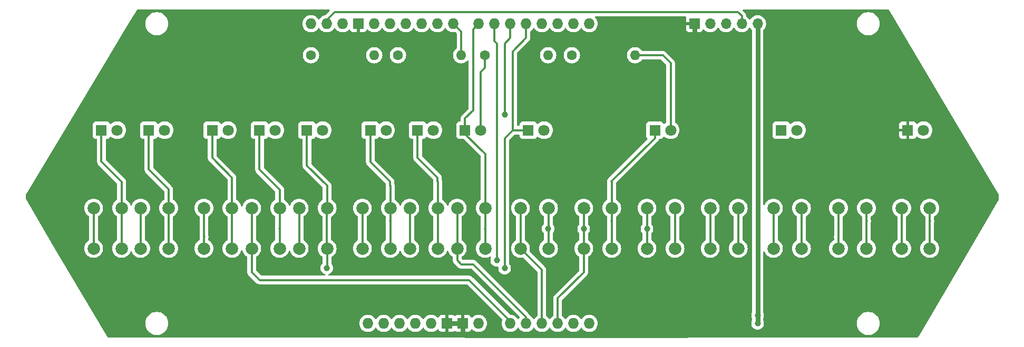
<source format=gbr>
G04 #@! TF.GenerationSoftware,KiCad,Pcbnew,8.0.0*
G04 #@! TF.CreationDate,2025-06-12T16:20:57-04:00*
G04 #@! TF.ProjectId,Kenbak_UNO_03,4b656e62-616b-45f5-954e-4f5f30332e6b,rev?*
G04 #@! TF.SameCoordinates,Original*
G04 #@! TF.FileFunction,Copper,L1,Top*
G04 #@! TF.FilePolarity,Positive*
%FSLAX46Y46*%
G04 Gerber Fmt 4.6, Leading zero omitted, Abs format (unit mm)*
G04 Created by KiCad (PCBNEW 8.0.0) date 2025-06-12 16:20:57*
%MOMM*%
%LPD*%
G01*
G04 APERTURE LIST*
G04 #@! TA.AperFunction,ComponentPad*
%ADD10C,2.000000*%
G04 #@! TD*
G04 #@! TA.AperFunction,ComponentPad*
%ADD11R,1.800000X1.800000*%
G04 #@! TD*
G04 #@! TA.AperFunction,ComponentPad*
%ADD12C,1.800000*%
G04 #@! TD*
G04 #@! TA.AperFunction,ComponentPad*
%ADD13C,1.600000*%
G04 #@! TD*
G04 #@! TA.AperFunction,ComponentPad*
%ADD14O,1.600000X1.600000*%
G04 #@! TD*
G04 #@! TA.AperFunction,ComponentPad*
%ADD15O,1.727200X1.727200*%
G04 #@! TD*
G04 #@! TA.AperFunction,ComponentPad*
%ADD16R,1.727200X1.727200*%
G04 #@! TD*
G04 #@! TA.AperFunction,ComponentPad*
%ADD17R,1.700000X1.700000*%
G04 #@! TD*
G04 #@! TA.AperFunction,ComponentPad*
%ADD18O,1.700000X1.700000*%
G04 #@! TD*
G04 #@! TA.AperFunction,ViaPad*
%ADD19C,1.000000*%
G04 #@! TD*
G04 #@! TA.AperFunction,Conductor*
%ADD20C,0.762000*%
G04 #@! TD*
G04 #@! TA.AperFunction,Conductor*
%ADD21C,0.380000*%
G04 #@! TD*
G04 APERTURE END LIST*
D10*
X216118000Y-76634200D03*
X216118000Y-83134200D03*
X211618000Y-76634200D03*
X211618000Y-83134200D03*
X147248000Y-76634200D03*
X147248000Y-83134200D03*
X142748000Y-76634200D03*
X142748000Y-83134200D03*
D11*
X144013000Y-64084200D03*
D12*
X146553000Y-64084200D03*
D10*
X154868000Y-76634200D03*
X154868000Y-83134200D03*
X150368000Y-76634200D03*
X150368000Y-83134200D03*
D11*
X126233000Y-64084200D03*
D12*
X128773000Y-64084200D03*
D13*
X140843000Y-52019200D03*
D14*
X151003000Y-52019200D03*
D15*
X136017000Y-95199200D03*
X143637000Y-95199200D03*
X146177000Y-95199200D03*
X158877000Y-95199200D03*
X161417000Y-95199200D03*
X163957000Y-95199200D03*
X166497000Y-95199200D03*
X169037000Y-95199200D03*
X171577000Y-95199200D03*
X131953000Y-46939200D03*
X171577000Y-46939200D03*
X169037000Y-46939200D03*
X166497000Y-46939200D03*
X163957000Y-46939200D03*
X161417000Y-46939200D03*
X158877000Y-46939200D03*
X156337000Y-46939200D03*
X153797000Y-46939200D03*
X149733000Y-46939200D03*
X147193000Y-46939200D03*
X144653000Y-46939200D03*
X142113000Y-46939200D03*
X139573000Y-46939200D03*
X137033000Y-46939200D03*
D16*
X134493000Y-46939200D03*
X148717000Y-95199200D03*
X151257000Y-95199200D03*
D15*
X138557000Y-95199200D03*
X141097000Y-95199200D03*
X126873000Y-46939200D03*
X129413000Y-46939200D03*
X153797000Y-95199200D03*
D10*
X160528000Y-83134200D03*
X160528000Y-76634200D03*
X165028000Y-83134200D03*
X165028000Y-76634200D03*
D11*
X202433000Y-64084200D03*
D12*
X204973000Y-64084200D03*
D10*
X205668000Y-76634200D03*
X205668000Y-83134200D03*
X201168000Y-76634200D03*
X201168000Y-83134200D03*
X129468000Y-76634200D03*
X129468000Y-83134200D03*
X124968000Y-76634200D03*
X124968000Y-83134200D03*
D13*
X168783000Y-52019200D03*
D14*
X178943000Y-52019200D03*
D11*
X222753000Y-64084200D03*
D12*
X225293000Y-64084200D03*
D11*
X93213000Y-64084200D03*
D12*
X95753000Y-64084200D03*
D10*
X121848000Y-76634200D03*
X121848000Y-83134200D03*
X117348000Y-76634200D03*
X117348000Y-83134200D03*
X226278000Y-76634200D03*
X226278000Y-83134200D03*
X221778000Y-76634200D03*
X221778000Y-83134200D03*
X114173000Y-76634200D03*
X114173000Y-83134200D03*
X109673000Y-76634200D03*
X109673000Y-83134200D03*
X104013000Y-76634200D03*
X104013000Y-83134200D03*
X99513000Y-76634200D03*
X99513000Y-83134200D03*
X139628000Y-76634200D03*
X139628000Y-83134200D03*
X135128000Y-76634200D03*
X135128000Y-83134200D03*
D11*
X182118000Y-64084200D03*
D12*
X184658000Y-64084200D03*
D11*
X136398000Y-64084200D03*
D12*
X138938000Y-64084200D03*
D11*
X118613000Y-64084200D03*
D12*
X121153000Y-64084200D03*
D11*
X100833000Y-64084200D03*
D12*
X103373000Y-64084200D03*
D13*
X126873000Y-52019200D03*
D14*
X137033000Y-52019200D03*
D10*
X185348000Y-76634200D03*
X185348000Y-83134200D03*
X180848000Y-76634200D03*
X180848000Y-83134200D03*
X96448000Y-76634200D03*
X96448000Y-83134200D03*
X91948000Y-76634200D03*
X91948000Y-83134200D03*
D11*
X151633000Y-64084200D03*
D12*
X154173000Y-64084200D03*
D10*
X195508000Y-76634200D03*
X195508000Y-83134200D03*
X191008000Y-76634200D03*
X191008000Y-83134200D03*
X170688000Y-83134200D03*
X170688000Y-76634200D03*
X175188000Y-83134200D03*
X175188000Y-76634200D03*
D11*
X161793000Y-64084200D03*
D12*
X164333000Y-64084200D03*
D17*
X188468000Y-46939200D03*
D18*
X191008000Y-46939200D03*
X193548000Y-46939200D03*
X196088000Y-46939200D03*
X198628000Y-46939200D03*
D13*
X154813000Y-52019200D03*
D14*
X164973000Y-52019200D03*
D11*
X110998000Y-64084200D03*
D12*
X113538000Y-64084200D03*
D19*
X198628000Y-93929200D03*
X198628000Y-95199200D03*
X129413000Y-86309200D03*
X157988000Y-86309200D03*
X157988000Y-61544200D03*
X156718000Y-85039200D03*
X170688000Y-79959200D03*
X180848000Y-79959200D03*
X164973000Y-79959200D03*
D20*
X188468000Y-95834200D02*
X187198000Y-97104200D01*
X187198000Y-97104200D02*
X151638000Y-97104200D01*
X151257000Y-96723200D02*
X151257000Y-95199200D01*
X151257000Y-95199200D02*
X148717000Y-95199200D01*
X151638000Y-97104200D02*
X151257000Y-96723200D01*
X188468000Y-46939200D02*
X188468000Y-95834200D01*
D21*
X129413000Y-46304200D02*
X130683000Y-45034200D01*
X195453000Y-45034200D02*
X196088000Y-45669200D01*
X196088000Y-45669200D02*
X196088000Y-46939200D01*
X130683000Y-45034200D02*
X195453000Y-45034200D01*
X129413000Y-46939200D02*
X129413000Y-46304200D01*
D20*
X198628000Y-93929200D02*
X198628000Y-95199200D01*
X198628000Y-46939200D02*
X198628000Y-93929200D01*
D21*
X103373000Y-64084200D02*
X103378000Y-64089200D01*
X121153000Y-64084200D02*
X121158000Y-64089200D01*
X159258000Y-64084200D02*
X157988000Y-65354200D01*
X93213000Y-64084200D02*
X93213000Y-69159200D01*
X226278000Y-78653200D02*
X226314000Y-78689200D01*
X161417000Y-46939200D02*
X161417000Y-49225200D01*
X216118000Y-78653200D02*
X216154000Y-78689200D01*
X161417000Y-49225200D02*
X159258000Y-51384200D01*
X216118000Y-76634200D02*
X216118000Y-78653200D01*
X226278000Y-76634200D02*
X226278000Y-78653200D01*
X161793000Y-64084200D02*
X161793000Y-64089200D01*
X129413000Y-76709200D02*
X129413000Y-83209200D01*
X126233000Y-64084200D02*
X126233000Y-69794200D01*
X216154000Y-78689200D02*
X216118000Y-78725200D01*
X126233000Y-69794200D02*
X129468000Y-73029200D01*
X216118000Y-78725200D02*
X216118000Y-83134200D01*
X129468000Y-86254200D02*
X129413000Y-86309200D01*
X129468000Y-73029200D02*
X129468000Y-76634200D01*
X93213000Y-69159200D02*
X96448000Y-72394200D01*
X226278000Y-78725200D02*
X226278000Y-83134200D01*
X157988000Y-65354200D02*
X157988000Y-86309200D01*
X96448000Y-76709200D02*
X96448000Y-83209200D01*
X159258000Y-64084200D02*
X161793000Y-64084200D01*
X226314000Y-78689200D02*
X226278000Y-78725200D01*
X159258000Y-51384200D02*
X159258000Y-64084200D01*
X129468000Y-83134200D02*
X129468000Y-86254200D01*
X96448000Y-72394200D02*
X96448000Y-76634200D01*
X182118000Y-65354200D02*
X175133000Y-72339200D01*
X139628000Y-78744200D02*
X139628000Y-83209200D01*
X104013000Y-76709200D02*
X104013000Y-78689200D01*
X104013000Y-78689200D02*
X104013000Y-83209200D01*
X158877000Y-49225200D02*
X157988000Y-50114200D01*
X139628000Y-73029200D02*
X139628000Y-76634200D01*
X100833000Y-70429200D02*
X104013000Y-73609200D01*
X157988000Y-50114200D02*
X157988000Y-61544200D01*
X205668000Y-76709200D02*
X205668000Y-83134200D01*
X136398000Y-64084200D02*
X136398000Y-69164200D01*
X139573000Y-78689200D02*
X139628000Y-78744200D01*
X100833000Y-64084200D02*
X100833000Y-70429200D01*
X175188000Y-76709200D02*
X175188000Y-78634200D01*
X104013000Y-73609200D02*
X104013000Y-76634200D01*
X139573000Y-72974200D02*
X139628000Y-73029200D01*
X175188000Y-78744200D02*
X175188000Y-83209200D01*
X175133000Y-78689200D02*
X175188000Y-78744200D01*
X139628000Y-76709200D02*
X139628000Y-78634200D01*
X175133000Y-72339200D02*
X175188000Y-72394200D01*
X136398000Y-69164200D02*
X139573000Y-72339200D01*
X175188000Y-78634200D02*
X175133000Y-78689200D01*
X139573000Y-72339200D02*
X139573000Y-72974200D01*
X139628000Y-78634200D02*
X139573000Y-78689200D01*
X182118000Y-64084200D02*
X182118000Y-65354200D01*
X158877000Y-46939200D02*
X158877000Y-49225200D01*
X175188000Y-72394200D02*
X175188000Y-76634200D01*
X156337000Y-49733200D02*
X156718000Y-50114200D01*
X156337000Y-46939200D02*
X156337000Y-49733200D01*
X147193000Y-71704200D02*
X147193000Y-72339200D01*
X110998000Y-68529200D02*
X114173000Y-71704200D01*
X114173000Y-71704200D02*
X114173000Y-76634200D01*
X144013000Y-68524200D02*
X147193000Y-71704200D01*
X147248000Y-76634200D02*
X147248000Y-83134200D01*
X147193000Y-72339200D02*
X147248000Y-72394200D01*
X110998000Y-64084200D02*
X110998000Y-68529200D01*
X185348000Y-76634200D02*
X185348000Y-83134200D01*
X147248000Y-72394200D02*
X147248000Y-76634200D01*
X195508000Y-76634200D02*
X195508000Y-83134200D01*
X156718000Y-50114200D02*
X156718000Y-85039200D01*
X144013000Y-64084200D02*
X144013000Y-68524200D01*
X114173000Y-76709200D02*
X114173000Y-83209200D01*
X154173000Y-54691200D02*
X154173000Y-64084200D01*
X128773000Y-64084200D02*
X128778000Y-64089200D01*
X154173000Y-64084200D02*
X154178000Y-64089200D01*
X154813000Y-54051200D02*
X154173000Y-54691200D01*
X154813000Y-52019200D02*
X154813000Y-54051200D01*
X184658000Y-53289200D02*
X184658000Y-64084200D01*
X204973000Y-64084200D02*
X204978000Y-64089200D01*
X164333000Y-64084200D02*
X164338000Y-64089200D01*
X164338000Y-64079200D02*
X164333000Y-64084200D01*
X178943000Y-52019200D02*
X183388000Y-52019200D01*
X204978000Y-64079200D02*
X204973000Y-64084200D01*
X183388000Y-52019200D02*
X184658000Y-53289200D01*
X151003000Y-48209200D02*
X151003000Y-52019200D01*
X149733000Y-46939200D02*
X151003000Y-48209200D01*
X117348000Y-86944200D02*
X117348000Y-83134200D01*
X117348000Y-76709200D02*
X117348000Y-81229200D01*
X99513000Y-76709200D02*
X99513000Y-83209200D01*
X91948000Y-76709200D02*
X91948000Y-81229200D01*
X109673000Y-81284200D02*
X109673000Y-83134200D01*
X109673000Y-81174200D02*
X109728000Y-81229200D01*
X109673000Y-76634200D02*
X109673000Y-81174200D01*
X118618000Y-88214200D02*
X117348000Y-86944200D01*
X91948000Y-81229200D02*
X91948000Y-83209200D01*
X109728000Y-81229200D02*
X109673000Y-81284200D01*
X117348000Y-81229200D02*
X117348000Y-83209200D01*
X158877000Y-95199200D02*
X158877000Y-94818200D01*
X158877000Y-94818200D02*
X152273000Y-88214200D01*
X152273000Y-88214200D02*
X118618000Y-88214200D01*
X161417000Y-94183200D02*
X152908000Y-85674200D01*
X150368000Y-81229200D02*
X150368000Y-83209200D01*
X142748000Y-76709200D02*
X142748000Y-81229200D01*
X135128000Y-76709200D02*
X135128000Y-81229200D01*
X124968000Y-81229200D02*
X124968000Y-83134200D01*
X150368000Y-85039200D02*
X150368000Y-83134200D01*
X150368000Y-76709200D02*
X150368000Y-81229200D01*
X135128000Y-81229200D02*
X135128000Y-83209200D01*
X161417000Y-95199200D02*
X161417000Y-94183200D01*
X152908000Y-85674200D02*
X151003000Y-85674200D01*
X142748000Y-81229200D02*
X142748000Y-83209200D01*
X151003000Y-85674200D02*
X150368000Y-85039200D01*
X124968000Y-76634200D02*
X124968000Y-81229200D01*
X191008000Y-81229200D02*
X191008000Y-83209200D01*
X211618000Y-76709200D02*
X211618000Y-81193200D01*
X211582000Y-81229200D02*
X211618000Y-81265200D01*
X201168000Y-81229200D02*
X201168000Y-83209200D01*
X191008000Y-76709200D02*
X191008000Y-81229200D01*
X201168000Y-76709200D02*
X201168000Y-81229200D01*
X163957000Y-95199200D02*
X163957000Y-86563200D01*
X163957000Y-86563200D02*
X160528000Y-83134200D01*
X211618000Y-81265200D02*
X211618000Y-83209200D01*
X160528000Y-76709200D02*
X160528000Y-81229200D01*
X160528000Y-81229200D02*
X160528000Y-83209200D01*
X211618000Y-81193200D02*
X211582000Y-81229200D01*
X221778000Y-79959200D02*
X221778000Y-76634200D01*
X170688000Y-76784200D02*
X170688000Y-79959200D01*
X180848000Y-79959200D02*
X180848000Y-83134200D01*
X170688000Y-86944200D02*
X170688000Y-83134200D01*
X166497000Y-91135200D02*
X170688000Y-86944200D01*
X221778000Y-79959200D02*
X221778000Y-83134200D01*
X170688000Y-79959200D02*
X170688000Y-83284200D01*
X166497000Y-95199200D02*
X166497000Y-91135200D01*
X180848000Y-76634200D02*
X180848000Y-79959200D01*
X154868000Y-80014200D02*
X154868000Y-83209200D01*
X154813000Y-79959200D02*
X154868000Y-80014200D01*
X153797000Y-46939200D02*
X152908000Y-47828200D01*
X151638000Y-63499200D02*
X151633000Y-63504200D01*
X121848000Y-80014200D02*
X121848000Y-83209200D01*
X165028000Y-79904200D02*
X164973000Y-79959200D01*
X121793000Y-79959200D02*
X121848000Y-80014200D01*
X154868000Y-79904200D02*
X154813000Y-79959200D01*
X154868000Y-76709200D02*
X154868000Y-79904200D01*
X165028000Y-80014200D02*
X165028000Y-83134200D01*
X151633000Y-64084200D02*
X151633000Y-64714200D01*
X118613000Y-70429200D02*
X121848000Y-73664200D01*
X154868000Y-67949200D02*
X154868000Y-76634200D01*
X164973000Y-79959200D02*
X165028000Y-80014200D01*
X118613000Y-64084200D02*
X118613000Y-70429200D01*
X165028000Y-76634200D02*
X165028000Y-79904200D01*
X121848000Y-76709200D02*
X121848000Y-79904200D01*
X121848000Y-79904200D02*
X121793000Y-79959200D01*
X151633000Y-64714200D02*
X154868000Y-67949200D01*
X152908000Y-47828200D02*
X152908000Y-60909200D01*
X152908000Y-60909200D02*
X151633000Y-62184200D01*
X121848000Y-73664200D02*
X121848000Y-76634200D01*
X151633000Y-62184200D02*
X151633000Y-64084200D01*
G04 #@! TA.AperFunction,Conductor*
G36*
X150783619Y-95003119D02*
G01*
X150749000Y-95132320D01*
X150749000Y-95266080D01*
X150783619Y-95395281D01*
X150814749Y-95449200D01*
X149159251Y-95449200D01*
X149190381Y-95395281D01*
X149225000Y-95266080D01*
X149225000Y-95132320D01*
X149190381Y-95003119D01*
X149159251Y-94949200D01*
X150814749Y-94949200D01*
X150783619Y-95003119D01*
G37*
G04 #@! TD.AperFunction*
G04 #@! TA.AperFunction,Conductor*
G36*
X129843848Y-44672885D02*
G01*
X129889603Y-44725689D01*
X129899547Y-44794847D01*
X129870522Y-44858403D01*
X129864490Y-44864881D01*
X129162912Y-45566458D01*
X129101589Y-45599943D01*
X129095645Y-45601085D01*
X129075009Y-45604529D01*
X128859948Y-45678359D01*
X128859934Y-45678366D01*
X128659967Y-45786583D01*
X128659952Y-45786593D01*
X128480524Y-45926247D01*
X128480514Y-45926257D01*
X128326507Y-46093554D01*
X128246809Y-46215543D01*
X128193662Y-46260899D01*
X128124431Y-46270323D01*
X128061095Y-46240821D01*
X128039191Y-46215543D01*
X127959492Y-46093554D01*
X127959491Y-46093553D01*
X127959490Y-46093551D01*
X127805483Y-45926254D01*
X127805478Y-45926250D01*
X127805475Y-45926247D01*
X127626047Y-45786593D01*
X127626032Y-45786583D01*
X127426065Y-45678366D01*
X127426051Y-45678359D01*
X127210987Y-45604528D01*
X127061458Y-45579576D01*
X126986695Y-45567100D01*
X126759305Y-45567100D01*
X126703232Y-45576457D01*
X126535012Y-45604528D01*
X126319948Y-45678359D01*
X126319934Y-45678366D01*
X126119967Y-45786583D01*
X126119952Y-45786593D01*
X125940524Y-45926247D01*
X125940514Y-45926257D01*
X125786507Y-46093554D01*
X125662137Y-46283918D01*
X125570797Y-46492152D01*
X125514975Y-46712589D01*
X125496198Y-46939194D01*
X125496198Y-46939205D01*
X125514975Y-47165810D01*
X125570797Y-47386247D01*
X125657194Y-47583213D01*
X125662139Y-47594485D01*
X125706809Y-47662857D01*
X125781039Y-47776476D01*
X125786510Y-47784849D01*
X125940517Y-47952146D01*
X125940521Y-47952149D01*
X125940524Y-47952152D01*
X126119952Y-48091806D01*
X126119967Y-48091816D01*
X126249541Y-48161938D01*
X126319945Y-48200039D01*
X126535015Y-48273872D01*
X126759305Y-48311300D01*
X126759306Y-48311300D01*
X126986694Y-48311300D01*
X126986695Y-48311300D01*
X127210985Y-48273872D01*
X127426055Y-48200039D01*
X127573100Y-48120461D01*
X127626032Y-48091816D01*
X127626033Y-48091814D01*
X127626039Y-48091812D01*
X127640716Y-48080389D01*
X127783195Y-47969493D01*
X127805483Y-47952146D01*
X127959490Y-47784849D01*
X128039191Y-47662856D01*
X128092337Y-47617500D01*
X128161568Y-47608076D01*
X128224904Y-47637578D01*
X128246807Y-47662855D01*
X128249278Y-47666636D01*
X128326505Y-47784843D01*
X128326507Y-47784845D01*
X128326510Y-47784849D01*
X128480517Y-47952146D01*
X128480521Y-47952149D01*
X128480524Y-47952152D01*
X128659952Y-48091806D01*
X128659967Y-48091816D01*
X128789541Y-48161938D01*
X128859945Y-48200039D01*
X129075015Y-48273872D01*
X129299305Y-48311300D01*
X129299306Y-48311300D01*
X129526694Y-48311300D01*
X129526695Y-48311300D01*
X129750985Y-48273872D01*
X129966055Y-48200039D01*
X130113100Y-48120461D01*
X130166032Y-48091816D01*
X130166033Y-48091814D01*
X130166039Y-48091812D01*
X130180716Y-48080389D01*
X130323195Y-47969493D01*
X130345483Y-47952146D01*
X130499490Y-47784849D01*
X130579191Y-47662856D01*
X130632337Y-47617500D01*
X130701568Y-47608076D01*
X130764904Y-47637578D01*
X130786807Y-47662855D01*
X130789278Y-47666636D01*
X130866505Y-47784843D01*
X130866507Y-47784845D01*
X130866510Y-47784849D01*
X131020517Y-47952146D01*
X131020521Y-47952149D01*
X131020524Y-47952152D01*
X131199952Y-48091806D01*
X131199967Y-48091816D01*
X131329541Y-48161938D01*
X131399945Y-48200039D01*
X131615015Y-48273872D01*
X131839305Y-48311300D01*
X131839306Y-48311300D01*
X132066694Y-48311300D01*
X132066695Y-48311300D01*
X132290985Y-48273872D01*
X132506055Y-48200039D01*
X132653100Y-48120461D01*
X132706032Y-48091816D01*
X132706033Y-48091814D01*
X132706039Y-48091812D01*
X132720716Y-48080389D01*
X132863195Y-47969493D01*
X132885483Y-47952146D01*
X132937949Y-47895152D01*
X132997834Y-47859162D01*
X133067672Y-47861261D01*
X133125289Y-47900785D01*
X133145360Y-47935802D01*
X133186045Y-48044886D01*
X133186049Y-48044893D01*
X133272209Y-48159987D01*
X133272212Y-48159990D01*
X133387306Y-48246150D01*
X133387313Y-48246154D01*
X133522020Y-48296396D01*
X133522027Y-48296398D01*
X133581555Y-48302799D01*
X133581572Y-48302800D01*
X134243000Y-48302800D01*
X134243000Y-47381451D01*
X134296919Y-47412581D01*
X134426120Y-47447200D01*
X134559880Y-47447200D01*
X134689081Y-47412581D01*
X134743000Y-47381451D01*
X134743000Y-48302800D01*
X135404428Y-48302800D01*
X135404444Y-48302799D01*
X135463972Y-48296398D01*
X135463979Y-48296396D01*
X135598686Y-48246154D01*
X135598693Y-48246150D01*
X135713787Y-48159990D01*
X135713790Y-48159987D01*
X135799950Y-48044893D01*
X135799955Y-48044884D01*
X135840639Y-47935803D01*
X135882509Y-47879869D01*
X135947973Y-47855451D01*
X136016246Y-47870302D01*
X136048049Y-47895150D01*
X136100517Y-47952146D01*
X136100521Y-47952149D01*
X136100524Y-47952152D01*
X136279952Y-48091806D01*
X136279967Y-48091816D01*
X136409541Y-48161938D01*
X136479945Y-48200039D01*
X136695015Y-48273872D01*
X136919305Y-48311300D01*
X136919306Y-48311300D01*
X137146694Y-48311300D01*
X137146695Y-48311300D01*
X137370985Y-48273872D01*
X137586055Y-48200039D01*
X137733100Y-48120461D01*
X137786032Y-48091816D01*
X137786033Y-48091814D01*
X137786039Y-48091812D01*
X137800716Y-48080389D01*
X137943195Y-47969493D01*
X137965483Y-47952146D01*
X138119490Y-47784849D01*
X138199191Y-47662856D01*
X138252337Y-47617500D01*
X138321568Y-47608076D01*
X138384904Y-47637578D01*
X138406807Y-47662855D01*
X138409278Y-47666636D01*
X138486505Y-47784843D01*
X138486507Y-47784845D01*
X138486510Y-47784849D01*
X138640517Y-47952146D01*
X138640521Y-47952149D01*
X138640524Y-47952152D01*
X138819952Y-48091806D01*
X138819967Y-48091816D01*
X138949541Y-48161938D01*
X139019945Y-48200039D01*
X139235015Y-48273872D01*
X139459305Y-48311300D01*
X139459306Y-48311300D01*
X139686694Y-48311300D01*
X139686695Y-48311300D01*
X139910985Y-48273872D01*
X140126055Y-48200039D01*
X140273100Y-48120461D01*
X140326032Y-48091816D01*
X140326033Y-48091814D01*
X140326039Y-48091812D01*
X140340716Y-48080389D01*
X140483195Y-47969493D01*
X140505483Y-47952146D01*
X140659490Y-47784849D01*
X140739191Y-47662856D01*
X140792337Y-47617500D01*
X140861568Y-47608076D01*
X140924904Y-47637578D01*
X140946807Y-47662855D01*
X140949278Y-47666636D01*
X141026505Y-47784843D01*
X141026507Y-47784845D01*
X141026510Y-47784849D01*
X141180517Y-47952146D01*
X141180521Y-47952149D01*
X141180524Y-47952152D01*
X141359952Y-48091806D01*
X141359967Y-48091816D01*
X141489541Y-48161938D01*
X141559945Y-48200039D01*
X141775015Y-48273872D01*
X141999305Y-48311300D01*
X141999306Y-48311300D01*
X142226694Y-48311300D01*
X142226695Y-48311300D01*
X142450985Y-48273872D01*
X142666055Y-48200039D01*
X142813100Y-48120461D01*
X142866032Y-48091816D01*
X142866033Y-48091814D01*
X142866039Y-48091812D01*
X142880716Y-48080389D01*
X143023195Y-47969493D01*
X143045483Y-47952146D01*
X143199490Y-47784849D01*
X143279191Y-47662856D01*
X143332337Y-47617500D01*
X143401568Y-47608076D01*
X143464904Y-47637578D01*
X143486807Y-47662855D01*
X143489278Y-47666636D01*
X143566505Y-47784843D01*
X143566507Y-47784845D01*
X143566510Y-47784849D01*
X143720517Y-47952146D01*
X143720521Y-47952149D01*
X143720524Y-47952152D01*
X143899952Y-48091806D01*
X143899967Y-48091816D01*
X144029541Y-48161938D01*
X144099945Y-48200039D01*
X144315015Y-48273872D01*
X144539305Y-48311300D01*
X144539306Y-48311300D01*
X144766694Y-48311300D01*
X144766695Y-48311300D01*
X144990985Y-48273872D01*
X145206055Y-48200039D01*
X145353100Y-48120461D01*
X145406032Y-48091816D01*
X145406033Y-48091814D01*
X145406039Y-48091812D01*
X145420716Y-48080389D01*
X145563195Y-47969493D01*
X145585483Y-47952146D01*
X145739490Y-47784849D01*
X145819191Y-47662856D01*
X145872337Y-47617500D01*
X145941568Y-47608076D01*
X146004904Y-47637578D01*
X146026807Y-47662855D01*
X146029278Y-47666636D01*
X146106505Y-47784843D01*
X146106507Y-47784845D01*
X146106510Y-47784849D01*
X146260517Y-47952146D01*
X146260521Y-47952149D01*
X146260524Y-47952152D01*
X146439952Y-48091806D01*
X146439967Y-48091816D01*
X146569541Y-48161938D01*
X146639945Y-48200039D01*
X146855015Y-48273872D01*
X147079305Y-48311300D01*
X147079306Y-48311300D01*
X147306694Y-48311300D01*
X147306695Y-48311300D01*
X147530985Y-48273872D01*
X147746055Y-48200039D01*
X147893100Y-48120461D01*
X147946032Y-48091816D01*
X147946033Y-48091814D01*
X147946039Y-48091812D01*
X147960716Y-48080389D01*
X148103195Y-47969493D01*
X148125483Y-47952146D01*
X148279490Y-47784849D01*
X148359191Y-47662856D01*
X148412337Y-47617500D01*
X148481568Y-47608076D01*
X148544904Y-47637578D01*
X148566807Y-47662855D01*
X148569278Y-47666636D01*
X148646505Y-47784843D01*
X148646507Y-47784845D01*
X148646510Y-47784849D01*
X148800517Y-47952146D01*
X148800521Y-47952149D01*
X148800524Y-47952152D01*
X148979952Y-48091806D01*
X148979967Y-48091816D01*
X149109541Y-48161938D01*
X149179945Y-48200039D01*
X149395015Y-48273872D01*
X149619305Y-48311300D01*
X149619306Y-48311300D01*
X149846693Y-48311300D01*
X149846695Y-48311300D01*
X150015622Y-48283110D01*
X150084983Y-48291492D01*
X150123710Y-48317738D01*
X150268181Y-48462209D01*
X150301666Y-48523532D01*
X150304500Y-48549890D01*
X150304500Y-50846360D01*
X150284815Y-50913399D01*
X150251625Y-50947934D01*
X150158702Y-51013000D01*
X150158696Y-51013005D01*
X149996806Y-51174895D01*
X149996803Y-51174898D01*
X149996802Y-51174900D01*
X149931736Y-51267824D01*
X149865476Y-51362452D01*
X149865475Y-51362454D01*
X149768718Y-51569950D01*
X149768714Y-51569961D01*
X149709457Y-51791110D01*
X149709456Y-51791118D01*
X149689502Y-52019198D01*
X149689502Y-52019201D01*
X149709456Y-52247281D01*
X149709457Y-52247289D01*
X149768714Y-52468438D01*
X149768718Y-52468449D01*
X149865475Y-52675945D01*
X149865477Y-52675949D01*
X149996802Y-52863500D01*
X150158700Y-53025398D01*
X150346251Y-53156723D01*
X150421985Y-53192038D01*
X150553750Y-53253481D01*
X150553752Y-53253481D01*
X150553757Y-53253484D01*
X150774913Y-53312743D01*
X150937832Y-53326996D01*
X151002998Y-53332698D01*
X151003000Y-53332698D01*
X151003002Y-53332698D01*
X151060021Y-53327709D01*
X151231087Y-53312743D01*
X151452243Y-53253484D01*
X151659749Y-53156723D01*
X151847300Y-53025398D01*
X151997819Y-52874879D01*
X152059142Y-52841394D01*
X152128834Y-52846378D01*
X152184767Y-52888250D01*
X152209184Y-52953714D01*
X152209500Y-52962560D01*
X152209500Y-60568509D01*
X152189815Y-60635548D01*
X152173181Y-60656190D01*
X151510731Y-61318640D01*
X151187735Y-61641636D01*
X151187732Y-61641639D01*
X151090439Y-61738932D01*
X151090437Y-61738934D01*
X151090435Y-61738936D01*
X151014003Y-61853325D01*
X151013993Y-61853343D01*
X150961343Y-61980452D01*
X150961341Y-61980460D01*
X150934499Y-62115400D01*
X150934499Y-62259110D01*
X150934500Y-62259131D01*
X150934500Y-62551700D01*
X150914815Y-62618739D01*
X150862011Y-62664494D01*
X150810500Y-62675700D01*
X150684345Y-62675700D01*
X150623797Y-62682211D01*
X150623795Y-62682211D01*
X150486795Y-62733311D01*
X150369739Y-62820939D01*
X150282111Y-62937995D01*
X150231011Y-63074995D01*
X150231011Y-63074997D01*
X150224500Y-63135545D01*
X150224500Y-65032854D01*
X150231011Y-65093402D01*
X150231011Y-65093404D01*
X150254988Y-65157686D01*
X150282111Y-65230404D01*
X150369739Y-65347461D01*
X150486796Y-65435089D01*
X150601297Y-65477796D01*
X150618463Y-65484199D01*
X150623799Y-65486189D01*
X150651050Y-65489118D01*
X150684345Y-65492699D01*
X150684362Y-65492700D01*
X151372310Y-65492700D01*
X151439349Y-65512385D01*
X151459991Y-65529019D01*
X154133181Y-68202209D01*
X154166666Y-68263532D01*
X154169500Y-68289890D01*
X154169500Y-75223586D01*
X154149815Y-75290625D01*
X154110291Y-75329312D01*
X153978591Y-75410020D01*
X153978581Y-75410026D01*
X153798031Y-75564231D01*
X153643821Y-75744786D01*
X153643820Y-75744789D01*
X153519759Y-75947237D01*
X153519757Y-75947240D01*
X153428895Y-76166602D01*
X153428895Y-76166604D01*
X153373465Y-76397485D01*
X153354835Y-76634200D01*
X153373465Y-76870914D01*
X153428895Y-77101795D01*
X153428895Y-77101797D01*
X153519757Y-77321159D01*
X153519759Y-77321162D01*
X153643820Y-77523610D01*
X153643821Y-77523613D01*
X153643824Y-77523616D01*
X153798031Y-77704169D01*
X153887579Y-77780650D01*
X153978586Y-77858378D01*
X153978588Y-77858379D01*
X154110290Y-77939086D01*
X154157165Y-77990897D01*
X154169500Y-78044813D01*
X154169500Y-79662812D01*
X154160061Y-79710264D01*
X154141344Y-79755450D01*
X154141341Y-79755460D01*
X154114499Y-79890400D01*
X154114499Y-79890403D01*
X154114499Y-80027997D01*
X154114499Y-80027999D01*
X154114498Y-80027999D01*
X154141341Y-80162939D01*
X154141342Y-80162943D01*
X154160061Y-80208134D01*
X154169500Y-80255587D01*
X154169500Y-81723586D01*
X154149815Y-81790625D01*
X154110291Y-81829312D01*
X153978591Y-81910020D01*
X153978581Y-81910026D01*
X153798031Y-82064231D01*
X153643821Y-82244786D01*
X153643820Y-82244789D01*
X153519759Y-82447237D01*
X153519757Y-82447240D01*
X153428895Y-82666602D01*
X153428895Y-82666604D01*
X153373465Y-82897485D01*
X153354835Y-83134200D01*
X153373465Y-83370914D01*
X153428895Y-83601795D01*
X153428895Y-83601797D01*
X153519757Y-83821159D01*
X153519759Y-83821162D01*
X153643820Y-84023610D01*
X153643821Y-84023613D01*
X153643824Y-84023616D01*
X153798031Y-84204169D01*
X153919371Y-84307803D01*
X153978586Y-84358378D01*
X153978589Y-84358379D01*
X154181037Y-84482440D01*
X154181040Y-84482442D01*
X154400403Y-84573304D01*
X154400404Y-84573304D01*
X154400406Y-84573305D01*
X154631289Y-84628735D01*
X154868000Y-84647365D01*
X155104711Y-84628735D01*
X155335594Y-84573305D01*
X155335596Y-84573304D01*
X155335597Y-84573304D01*
X155408717Y-84543016D01*
X155554963Y-84482440D01*
X155637053Y-84432134D01*
X155704494Y-84413891D01*
X155771097Y-84435007D01*
X155815711Y-84488778D01*
X155824172Y-84558133D01*
X155811199Y-84596314D01*
X155781761Y-84651390D01*
X155724091Y-84841500D01*
X155704620Y-85039200D01*
X155724091Y-85236899D01*
X155781760Y-85427008D01*
X155875401Y-85602198D01*
X155875405Y-85602205D01*
X156001431Y-85755768D01*
X156154994Y-85881794D01*
X156155001Y-85881798D01*
X156330191Y-85975439D01*
X156330193Y-85975439D01*
X156330196Y-85975441D01*
X156520299Y-86033108D01*
X156520298Y-86033108D01*
X156539770Y-86035025D01*
X156718000Y-86052580D01*
X156852290Y-86039353D01*
X156920934Y-86052372D01*
X156971645Y-86100436D01*
X156988320Y-86168287D01*
X156987846Y-86174910D01*
X156974620Y-86309199D01*
X156994091Y-86506899D01*
X157051760Y-86697008D01*
X157145401Y-86872198D01*
X157145405Y-86872205D01*
X157271431Y-87025768D01*
X157424994Y-87151794D01*
X157425001Y-87151798D01*
X157600191Y-87245439D01*
X157600193Y-87245439D01*
X157600196Y-87245441D01*
X157790299Y-87303108D01*
X157790298Y-87303108D01*
X157808024Y-87304853D01*
X157988000Y-87322580D01*
X158185701Y-87303108D01*
X158375804Y-87245441D01*
X158551004Y-87151795D01*
X158704568Y-87025768D01*
X158830595Y-86872204D01*
X158924241Y-86697004D01*
X158981908Y-86506901D01*
X159001380Y-86309200D01*
X158981908Y-86111499D01*
X158924241Y-85921396D01*
X158924239Y-85921393D01*
X158924239Y-85921391D01*
X158830598Y-85746201D01*
X158830594Y-85746194D01*
X158714647Y-85604913D01*
X158687334Y-85540603D01*
X158686500Y-85526248D01*
X158686500Y-65694890D01*
X158706185Y-65627851D01*
X158722819Y-65607209D01*
X159511009Y-64819019D01*
X159572332Y-64785534D01*
X159598690Y-64782700D01*
X160260500Y-64782700D01*
X160327539Y-64802385D01*
X160373294Y-64855189D01*
X160384500Y-64906700D01*
X160384500Y-65032854D01*
X160391011Y-65093402D01*
X160391011Y-65093404D01*
X160414988Y-65157686D01*
X160442111Y-65230404D01*
X160529739Y-65347461D01*
X160646796Y-65435089D01*
X160761297Y-65477796D01*
X160778463Y-65484199D01*
X160783799Y-65486189D01*
X160811050Y-65489118D01*
X160844345Y-65492699D01*
X160844362Y-65492700D01*
X162741638Y-65492700D01*
X162741654Y-65492699D01*
X162768692Y-65489791D01*
X162802201Y-65486189D01*
X162807537Y-65484199D01*
X162824703Y-65477796D01*
X162939204Y-65435089D01*
X163056261Y-65347461D01*
X163143889Y-65230404D01*
X163168397Y-65164695D01*
X163210268Y-65108763D01*
X163275733Y-65084347D01*
X163344005Y-65099199D01*
X163371724Y-65120856D01*
X163372010Y-65120547D01*
X163375774Y-65124011D01*
X163375780Y-65124018D01*
X163559983Y-65267390D01*
X163559985Y-65267391D01*
X163559988Y-65267393D01*
X163679331Y-65331977D01*
X163765273Y-65378487D01*
X163879914Y-65417843D01*
X163986045Y-65454279D01*
X163986047Y-65454279D01*
X163986049Y-65454280D01*
X164216288Y-65492700D01*
X164216289Y-65492700D01*
X164449711Y-65492700D01*
X164449712Y-65492700D01*
X164679951Y-65454280D01*
X164900727Y-65378487D01*
X165106017Y-65267390D01*
X165290220Y-65124018D01*
X165448314Y-64952283D01*
X165575984Y-64756869D01*
X165669749Y-64543107D01*
X165727051Y-64316826D01*
X165746327Y-64084200D01*
X165727051Y-63851574D01*
X165669749Y-63625293D01*
X165575984Y-63411531D01*
X165546247Y-63366015D01*
X165448313Y-63216115D01*
X165290223Y-63044385D01*
X165290222Y-63044384D01*
X165290220Y-63044382D01*
X165106017Y-62901010D01*
X165106015Y-62901009D01*
X165106014Y-62901008D01*
X165106011Y-62901006D01*
X164900733Y-62789916D01*
X164900730Y-62789915D01*
X164900727Y-62789913D01*
X164900721Y-62789911D01*
X164900719Y-62789910D01*
X164679954Y-62714120D01*
X164488730Y-62682211D01*
X164449712Y-62675700D01*
X164216288Y-62675700D01*
X164177270Y-62682211D01*
X163986045Y-62714120D01*
X163765280Y-62789910D01*
X163765266Y-62789916D01*
X163559988Y-62901006D01*
X163559985Y-62901008D01*
X163375781Y-63044381D01*
X163372010Y-63047853D01*
X163371290Y-63047071D01*
X163315899Y-63080347D01*
X163246061Y-63078234D01*
X163188452Y-63038700D01*
X163168397Y-63003703D01*
X163145425Y-62942115D01*
X163143889Y-62937996D01*
X163056261Y-62820939D01*
X162939204Y-62733311D01*
X162802203Y-62682211D01*
X162741654Y-62675700D01*
X162741638Y-62675700D01*
X160844362Y-62675700D01*
X160844345Y-62675700D01*
X160783797Y-62682211D01*
X160783795Y-62682211D01*
X160646795Y-62733311D01*
X160529739Y-62820939D01*
X160442111Y-62937995D01*
X160391011Y-63074995D01*
X160391011Y-63074997D01*
X160384500Y-63135545D01*
X160384500Y-63261700D01*
X160364815Y-63328739D01*
X160312011Y-63374494D01*
X160260500Y-63385700D01*
X160080500Y-63385700D01*
X160013461Y-63366015D01*
X159967706Y-63313211D01*
X159956500Y-63261700D01*
X159956500Y-52019201D01*
X163659502Y-52019201D01*
X163679456Y-52247281D01*
X163679457Y-52247289D01*
X163738714Y-52468438D01*
X163738718Y-52468449D01*
X163835475Y-52675945D01*
X163835477Y-52675949D01*
X163966802Y-52863500D01*
X164128700Y-53025398D01*
X164316251Y-53156723D01*
X164391985Y-53192038D01*
X164523750Y-53253481D01*
X164523752Y-53253481D01*
X164523757Y-53253484D01*
X164744913Y-53312743D01*
X164907832Y-53326996D01*
X164972998Y-53332698D01*
X164973000Y-53332698D01*
X164973002Y-53332698D01*
X165030021Y-53327709D01*
X165201087Y-53312743D01*
X165422243Y-53253484D01*
X165629749Y-53156723D01*
X165817300Y-53025398D01*
X165979198Y-52863500D01*
X166110523Y-52675949D01*
X166207284Y-52468443D01*
X166266543Y-52247287D01*
X166286498Y-52019201D01*
X167469502Y-52019201D01*
X167489456Y-52247281D01*
X167489457Y-52247289D01*
X167548714Y-52468438D01*
X167548718Y-52468449D01*
X167645475Y-52675945D01*
X167645477Y-52675949D01*
X167776802Y-52863500D01*
X167938700Y-53025398D01*
X168126251Y-53156723D01*
X168201985Y-53192038D01*
X168333750Y-53253481D01*
X168333752Y-53253481D01*
X168333757Y-53253484D01*
X168554913Y-53312743D01*
X168717832Y-53326996D01*
X168782998Y-53332698D01*
X168783000Y-53332698D01*
X168783002Y-53332698D01*
X168840021Y-53327709D01*
X169011087Y-53312743D01*
X169232243Y-53253484D01*
X169439749Y-53156723D01*
X169627300Y-53025398D01*
X169789198Y-52863500D01*
X169920523Y-52675949D01*
X170017284Y-52468443D01*
X170076543Y-52247287D01*
X170096498Y-52019200D01*
X170076543Y-51791113D01*
X170017284Y-51569957D01*
X169920523Y-51362451D01*
X169789198Y-51174900D01*
X169627300Y-51013002D01*
X169439749Y-50881677D01*
X169439745Y-50881675D01*
X169232249Y-50784918D01*
X169232238Y-50784914D01*
X169011089Y-50725657D01*
X169011081Y-50725656D01*
X168783002Y-50705702D01*
X168782998Y-50705702D01*
X168554918Y-50725656D01*
X168554910Y-50725657D01*
X168333761Y-50784914D01*
X168333750Y-50784918D01*
X168126254Y-50881675D01*
X168126252Y-50881676D01*
X168080947Y-50913399D01*
X167938700Y-51013002D01*
X167938698Y-51013003D01*
X167938695Y-51013006D01*
X167776806Y-51174895D01*
X167776803Y-51174898D01*
X167776802Y-51174900D01*
X167711736Y-51267824D01*
X167645476Y-51362452D01*
X167645475Y-51362454D01*
X167548718Y-51569950D01*
X167548714Y-51569961D01*
X167489457Y-51791110D01*
X167489456Y-51791118D01*
X167469502Y-52019198D01*
X167469502Y-52019201D01*
X166286498Y-52019201D01*
X166286498Y-52019200D01*
X166266543Y-51791113D01*
X166207284Y-51569957D01*
X166110523Y-51362451D01*
X165979198Y-51174900D01*
X165817300Y-51013002D01*
X165629749Y-50881677D01*
X165629745Y-50881675D01*
X165422249Y-50784918D01*
X165422238Y-50784914D01*
X165201089Y-50725657D01*
X165201081Y-50725656D01*
X164973002Y-50705702D01*
X164972998Y-50705702D01*
X164744918Y-50725656D01*
X164744910Y-50725657D01*
X164523761Y-50784914D01*
X164523750Y-50784918D01*
X164316254Y-50881675D01*
X164316252Y-50881676D01*
X164270947Y-50913399D01*
X164128700Y-51013002D01*
X164128698Y-51013003D01*
X164128695Y-51013006D01*
X163966806Y-51174895D01*
X163966803Y-51174898D01*
X163966802Y-51174900D01*
X163901736Y-51267824D01*
X163835476Y-51362452D01*
X163835475Y-51362454D01*
X163738718Y-51569950D01*
X163738714Y-51569961D01*
X163679457Y-51791110D01*
X163679456Y-51791118D01*
X163659502Y-52019198D01*
X163659502Y-52019201D01*
X159956500Y-52019201D01*
X159956500Y-51724889D01*
X159976185Y-51657850D01*
X159992814Y-51637213D01*
X161862264Y-49767763D01*
X161862268Y-49767761D01*
X161959561Y-49670468D01*
X162036003Y-49556064D01*
X162088657Y-49428945D01*
X162093950Y-49402336D01*
X162115501Y-49293997D01*
X162115501Y-49156404D01*
X162115501Y-49156403D01*
X162115501Y-49151294D01*
X162115500Y-49151268D01*
X162115500Y-48194549D01*
X162135185Y-48127510D01*
X162166652Y-48095811D01*
X162165992Y-48094963D01*
X162327195Y-47969493D01*
X162349483Y-47952146D01*
X162503490Y-47784849D01*
X162583191Y-47662856D01*
X162636337Y-47617500D01*
X162705568Y-47608076D01*
X162768904Y-47637578D01*
X162790807Y-47662855D01*
X162793278Y-47666636D01*
X162870505Y-47784843D01*
X162870507Y-47784845D01*
X162870510Y-47784849D01*
X163024517Y-47952146D01*
X163024521Y-47952149D01*
X163024524Y-47952152D01*
X163203952Y-48091806D01*
X163203967Y-48091816D01*
X163333541Y-48161938D01*
X163403945Y-48200039D01*
X163619015Y-48273872D01*
X163843305Y-48311300D01*
X163843306Y-48311300D01*
X164070694Y-48311300D01*
X164070695Y-48311300D01*
X164294985Y-48273872D01*
X164510055Y-48200039D01*
X164657100Y-48120461D01*
X164710032Y-48091816D01*
X164710033Y-48091814D01*
X164710039Y-48091812D01*
X164724716Y-48080389D01*
X164867195Y-47969493D01*
X164889483Y-47952146D01*
X165043490Y-47784849D01*
X165123191Y-47662856D01*
X165176337Y-47617500D01*
X165245568Y-47608076D01*
X165308904Y-47637578D01*
X165330807Y-47662855D01*
X165333278Y-47666636D01*
X165410505Y-47784843D01*
X165410507Y-47784845D01*
X165410510Y-47784849D01*
X165564517Y-47952146D01*
X165564521Y-47952149D01*
X165564524Y-47952152D01*
X165743952Y-48091806D01*
X165743967Y-48091816D01*
X165873541Y-48161938D01*
X165943945Y-48200039D01*
X166159015Y-48273872D01*
X166383305Y-48311300D01*
X166383306Y-48311300D01*
X166610694Y-48311300D01*
X166610695Y-48311300D01*
X166834985Y-48273872D01*
X167050055Y-48200039D01*
X167197100Y-48120461D01*
X167250032Y-48091816D01*
X167250033Y-48091814D01*
X167250039Y-48091812D01*
X167264716Y-48080389D01*
X167407195Y-47969493D01*
X167429483Y-47952146D01*
X167583490Y-47784849D01*
X167663191Y-47662856D01*
X167716337Y-47617500D01*
X167785568Y-47608076D01*
X167848904Y-47637578D01*
X167870807Y-47662855D01*
X167873278Y-47666636D01*
X167950505Y-47784843D01*
X167950507Y-47784845D01*
X167950510Y-47784849D01*
X168104517Y-47952146D01*
X168104521Y-47952149D01*
X168104524Y-47952152D01*
X168283952Y-48091806D01*
X168283967Y-48091816D01*
X168413541Y-48161938D01*
X168483945Y-48200039D01*
X168699015Y-48273872D01*
X168923305Y-48311300D01*
X168923306Y-48311300D01*
X169150694Y-48311300D01*
X169150695Y-48311300D01*
X169374985Y-48273872D01*
X169590055Y-48200039D01*
X169737100Y-48120461D01*
X169790032Y-48091816D01*
X169790033Y-48091814D01*
X169790039Y-48091812D01*
X169804716Y-48080389D01*
X169947195Y-47969493D01*
X169969483Y-47952146D01*
X170123490Y-47784849D01*
X170203191Y-47662856D01*
X170256337Y-47617500D01*
X170325568Y-47608076D01*
X170388904Y-47637578D01*
X170410807Y-47662855D01*
X170413278Y-47666636D01*
X170490505Y-47784843D01*
X170490507Y-47784845D01*
X170490510Y-47784849D01*
X170644517Y-47952146D01*
X170644521Y-47952149D01*
X170644524Y-47952152D01*
X170823952Y-48091806D01*
X170823967Y-48091816D01*
X170953541Y-48161938D01*
X171023945Y-48200039D01*
X171239015Y-48273872D01*
X171463305Y-48311300D01*
X171463306Y-48311300D01*
X171690694Y-48311300D01*
X171690695Y-48311300D01*
X171914985Y-48273872D01*
X172130055Y-48200039D01*
X172277100Y-48120461D01*
X172330032Y-48091816D01*
X172330033Y-48091814D01*
X172330039Y-48091812D01*
X172344716Y-48080389D01*
X172487195Y-47969493D01*
X172509483Y-47952146D01*
X172663490Y-47784849D01*
X172787861Y-47594485D01*
X172879203Y-47386247D01*
X172935024Y-47165814D01*
X172948260Y-47006080D01*
X172953802Y-46939205D01*
X172953802Y-46939194D01*
X172935024Y-46712589D01*
X172935024Y-46712586D01*
X172879203Y-46492153D01*
X172787861Y-46283915D01*
X172663490Y-46093551D01*
X172522764Y-45940681D01*
X172491843Y-45878028D01*
X172499703Y-45808602D01*
X172543851Y-45754447D01*
X172610268Y-45732756D01*
X172613995Y-45732700D01*
X187038726Y-45732700D01*
X187105765Y-45752385D01*
X187151520Y-45805189D01*
X187161464Y-45874347D01*
X187154908Y-45900033D01*
X187124403Y-45981820D01*
X187124401Y-45981827D01*
X187118000Y-46041355D01*
X187118000Y-46689200D01*
X188034988Y-46689200D01*
X188002075Y-46746207D01*
X187968000Y-46873374D01*
X187968000Y-47005026D01*
X188002075Y-47132193D01*
X188034988Y-47189200D01*
X187118000Y-47189200D01*
X187118000Y-47837044D01*
X187124401Y-47896572D01*
X187124403Y-47896579D01*
X187174645Y-48031286D01*
X187174649Y-48031293D01*
X187260809Y-48146387D01*
X187260812Y-48146390D01*
X187375906Y-48232550D01*
X187375913Y-48232554D01*
X187510620Y-48282796D01*
X187510627Y-48282798D01*
X187570155Y-48289199D01*
X187570172Y-48289200D01*
X188218000Y-48289200D01*
X188218000Y-47372212D01*
X188275007Y-47405125D01*
X188402174Y-47439200D01*
X188533826Y-47439200D01*
X188660993Y-47405125D01*
X188718000Y-47372212D01*
X188718000Y-48289200D01*
X189365828Y-48289200D01*
X189365844Y-48289199D01*
X189425372Y-48282798D01*
X189425379Y-48282796D01*
X189560086Y-48232554D01*
X189560093Y-48232550D01*
X189675187Y-48146390D01*
X189675190Y-48146387D01*
X189761350Y-48031293D01*
X189761354Y-48031286D01*
X189807681Y-47907077D01*
X189849552Y-47851143D01*
X189915016Y-47826726D01*
X189983289Y-47841577D01*
X190015089Y-47866423D01*
X190084760Y-47942106D01*
X190262424Y-48080389D01*
X190262425Y-48080389D01*
X190262427Y-48080391D01*
X190338071Y-48121327D01*
X190460426Y-48187542D01*
X190673365Y-48260644D01*
X190895431Y-48297700D01*
X191120569Y-48297700D01*
X191342635Y-48260644D01*
X191555574Y-48187542D01*
X191753576Y-48080389D01*
X191931240Y-47942106D01*
X192076007Y-47784849D01*
X192083715Y-47776476D01*
X192083715Y-47776475D01*
X192083722Y-47776468D01*
X192174193Y-47637990D01*
X192227338Y-47592637D01*
X192296569Y-47583213D01*
X192359905Y-47612715D01*
X192381804Y-47637987D01*
X192472278Y-47776468D01*
X192472283Y-47776473D01*
X192472284Y-47776476D01*
X192624756Y-47942102D01*
X192624761Y-47942107D01*
X192637654Y-47952142D01*
X192802424Y-48080389D01*
X192802425Y-48080389D01*
X192802427Y-48080391D01*
X192878071Y-48121327D01*
X193000426Y-48187542D01*
X193213365Y-48260644D01*
X193435431Y-48297700D01*
X193660569Y-48297700D01*
X193882635Y-48260644D01*
X194095574Y-48187542D01*
X194293576Y-48080389D01*
X194471240Y-47942106D01*
X194616007Y-47784849D01*
X194623715Y-47776476D01*
X194623715Y-47776475D01*
X194623722Y-47776468D01*
X194714193Y-47637990D01*
X194767338Y-47592637D01*
X194836569Y-47583213D01*
X194899905Y-47612715D01*
X194921804Y-47637987D01*
X195012278Y-47776468D01*
X195012283Y-47776473D01*
X195012284Y-47776476D01*
X195164756Y-47942102D01*
X195164761Y-47942107D01*
X195177654Y-47952142D01*
X195342424Y-48080389D01*
X195342425Y-48080389D01*
X195342427Y-48080391D01*
X195418071Y-48121327D01*
X195540426Y-48187542D01*
X195753365Y-48260644D01*
X195975431Y-48297700D01*
X196200569Y-48297700D01*
X196422635Y-48260644D01*
X196635574Y-48187542D01*
X196833576Y-48080389D01*
X197011240Y-47942106D01*
X197156007Y-47784849D01*
X197163715Y-47776476D01*
X197163715Y-47776475D01*
X197163722Y-47776468D01*
X197254193Y-47637990D01*
X197307338Y-47592637D01*
X197376569Y-47583213D01*
X197439905Y-47612715D01*
X197461804Y-47637987D01*
X197552278Y-47776468D01*
X197704760Y-47942106D01*
X197704765Y-47942110D01*
X197705729Y-47943157D01*
X197736652Y-48005812D01*
X197738500Y-48027141D01*
X197738500Y-93422889D01*
X197723859Y-93481339D01*
X197704156Y-93518201D01*
X197691758Y-93541397D01*
X197634091Y-93731500D01*
X197614620Y-93929200D01*
X197634091Y-94126899D01*
X197652094Y-94186247D01*
X197691759Y-94317004D01*
X197711295Y-94353554D01*
X197723858Y-94377056D01*
X197738500Y-94435510D01*
X197738500Y-94692889D01*
X197723859Y-94751339D01*
X197704156Y-94788201D01*
X197691758Y-94811397D01*
X197634091Y-95001500D01*
X197614620Y-95199200D01*
X197634091Y-95396899D01*
X197691760Y-95587008D01*
X197785401Y-95762198D01*
X197785405Y-95762205D01*
X197911431Y-95915768D01*
X198064994Y-96041794D01*
X198065001Y-96041798D01*
X198240191Y-96135439D01*
X198240193Y-96135439D01*
X198240196Y-96135441D01*
X198430299Y-96193108D01*
X198430298Y-96193108D01*
X198448024Y-96194853D01*
X198628000Y-96212580D01*
X198825701Y-96193108D01*
X199015804Y-96135441D01*
X199025419Y-96130302D01*
X199185290Y-96044849D01*
X199191004Y-96041795D01*
X199344568Y-95915768D01*
X199470595Y-95762204D01*
X199564241Y-95587004D01*
X199621908Y-95396901D01*
X199629434Y-95320488D01*
X214557500Y-95320488D01*
X214589161Y-95560985D01*
X214651947Y-95795304D01*
X214744773Y-96019405D01*
X214744777Y-96019414D01*
X214759459Y-96044843D01*
X214866064Y-96229489D01*
X214866066Y-96229492D01*
X214866067Y-96229493D01*
X215013733Y-96421936D01*
X215013739Y-96421943D01*
X215185256Y-96593460D01*
X215185262Y-96593465D01*
X215377711Y-96741136D01*
X215587788Y-96862424D01*
X215811900Y-96955254D01*
X216046211Y-97018038D01*
X216226586Y-97041784D01*
X216286711Y-97049700D01*
X216286712Y-97049700D01*
X216529289Y-97049700D01*
X216577388Y-97043367D01*
X216769789Y-97018038D01*
X217004100Y-96955254D01*
X217228212Y-96862424D01*
X217438289Y-96741136D01*
X217630738Y-96593465D01*
X217802265Y-96421938D01*
X217949936Y-96229489D01*
X218071224Y-96019412D01*
X218164054Y-95795300D01*
X218226838Y-95560989D01*
X218258500Y-95320488D01*
X218258500Y-95077912D01*
X218226838Y-94837411D01*
X218164054Y-94603100D01*
X218071224Y-94378988D01*
X217949936Y-94168911D01*
X217856077Y-94046591D01*
X217802266Y-93976463D01*
X217802260Y-93976456D01*
X217630743Y-93804939D01*
X217630736Y-93804933D01*
X217438293Y-93657267D01*
X217438292Y-93657266D01*
X217438289Y-93657264D01*
X217266661Y-93558174D01*
X217228214Y-93535977D01*
X217228205Y-93535973D01*
X217004104Y-93443147D01*
X216769785Y-93380361D01*
X216529289Y-93348700D01*
X216529288Y-93348700D01*
X216286712Y-93348700D01*
X216286711Y-93348700D01*
X216046214Y-93380361D01*
X215811895Y-93443147D01*
X215587794Y-93535973D01*
X215587785Y-93535977D01*
X215377706Y-93657267D01*
X215185263Y-93804933D01*
X215185256Y-93804939D01*
X215013739Y-93976456D01*
X215013733Y-93976463D01*
X214866067Y-94168906D01*
X214744777Y-94378985D01*
X214744773Y-94378994D01*
X214651947Y-94603095D01*
X214589161Y-94837414D01*
X214557500Y-95077911D01*
X214557500Y-95320488D01*
X199629434Y-95320488D01*
X199641380Y-95199200D01*
X199621908Y-95001499D01*
X199564241Y-94811396D01*
X199532140Y-94751339D01*
X199517500Y-94692889D01*
X199517500Y-94435510D01*
X199532142Y-94377056D01*
X199564241Y-94317004D01*
X199621908Y-94126901D01*
X199641380Y-93929200D01*
X199621908Y-93731499D01*
X199564241Y-93541396D01*
X199532140Y-93481339D01*
X199517500Y-93422889D01*
X199517500Y-83714832D01*
X199537185Y-83647793D01*
X199589989Y-83602038D01*
X199659147Y-83592094D01*
X199722703Y-83621119D01*
X199756061Y-83667380D01*
X199819757Y-83821159D01*
X199819759Y-83821162D01*
X199943820Y-84023610D01*
X199943821Y-84023613D01*
X199943824Y-84023616D01*
X200098031Y-84204169D01*
X200219371Y-84307803D01*
X200278586Y-84358378D01*
X200278589Y-84358379D01*
X200481037Y-84482440D01*
X200481040Y-84482442D01*
X200700403Y-84573304D01*
X200700404Y-84573304D01*
X200700406Y-84573305D01*
X200931289Y-84628735D01*
X201168000Y-84647365D01*
X201404711Y-84628735D01*
X201635594Y-84573305D01*
X201635596Y-84573304D01*
X201635597Y-84573304D01*
X201854959Y-84482442D01*
X201854960Y-84482441D01*
X201854963Y-84482440D01*
X202057416Y-84358376D01*
X202237969Y-84204169D01*
X202392176Y-84023616D01*
X202516240Y-83821163D01*
X202560284Y-83714832D01*
X202607104Y-83601797D01*
X202607104Y-83601796D01*
X202607105Y-83601794D01*
X202662535Y-83370911D01*
X202681165Y-83134200D01*
X204154835Y-83134200D01*
X204173465Y-83370914D01*
X204228895Y-83601795D01*
X204228895Y-83601797D01*
X204319757Y-83821159D01*
X204319759Y-83821162D01*
X204443820Y-84023610D01*
X204443821Y-84023613D01*
X204443824Y-84023616D01*
X204598031Y-84204169D01*
X204719371Y-84307803D01*
X204778586Y-84358378D01*
X204778589Y-84358379D01*
X204981037Y-84482440D01*
X204981040Y-84482442D01*
X205200403Y-84573304D01*
X205200404Y-84573304D01*
X205200406Y-84573305D01*
X205431289Y-84628735D01*
X205668000Y-84647365D01*
X205904711Y-84628735D01*
X206135594Y-84573305D01*
X206135596Y-84573304D01*
X206135597Y-84573304D01*
X206354959Y-84482442D01*
X206354960Y-84482441D01*
X206354963Y-84482440D01*
X206557416Y-84358376D01*
X206737969Y-84204169D01*
X206892176Y-84023616D01*
X207016240Y-83821163D01*
X207060284Y-83714832D01*
X207107104Y-83601797D01*
X207107104Y-83601796D01*
X207107105Y-83601794D01*
X207162535Y-83370911D01*
X207181165Y-83134200D01*
X210104835Y-83134200D01*
X210123465Y-83370914D01*
X210178895Y-83601795D01*
X210178895Y-83601797D01*
X210269757Y-83821159D01*
X210269759Y-83821162D01*
X210393820Y-84023610D01*
X210393821Y-84023613D01*
X210393824Y-84023616D01*
X210548031Y-84204169D01*
X210669371Y-84307803D01*
X210728586Y-84358378D01*
X210728589Y-84358379D01*
X210931037Y-84482440D01*
X210931040Y-84482442D01*
X211150403Y-84573304D01*
X211150404Y-84573304D01*
X211150406Y-84573305D01*
X211381289Y-84628735D01*
X211618000Y-84647365D01*
X211854711Y-84628735D01*
X212085594Y-84573305D01*
X212085596Y-84573304D01*
X212085597Y-84573304D01*
X212304959Y-84482442D01*
X212304960Y-84482441D01*
X212304963Y-84482440D01*
X212507416Y-84358376D01*
X212687969Y-84204169D01*
X212842176Y-84023616D01*
X212966240Y-83821163D01*
X213010284Y-83714832D01*
X213057104Y-83601797D01*
X213057104Y-83601796D01*
X213057105Y-83601794D01*
X213112535Y-83370911D01*
X213131165Y-83134200D01*
X214604835Y-83134200D01*
X214623465Y-83370914D01*
X214678895Y-83601795D01*
X214678895Y-83601797D01*
X214769757Y-83821159D01*
X214769759Y-83821162D01*
X214893820Y-84023610D01*
X214893821Y-84023613D01*
X214893824Y-84023616D01*
X215048031Y-84204169D01*
X215169371Y-84307803D01*
X215228586Y-84358378D01*
X215228589Y-84358379D01*
X215431037Y-84482440D01*
X215431040Y-84482442D01*
X215650403Y-84573304D01*
X215650404Y-84573304D01*
X215650406Y-84573305D01*
X215881289Y-84628735D01*
X216118000Y-84647365D01*
X216354711Y-84628735D01*
X216585594Y-84573305D01*
X216585596Y-84573304D01*
X216585597Y-84573304D01*
X216804959Y-84482442D01*
X216804960Y-84482441D01*
X216804963Y-84482440D01*
X217007416Y-84358376D01*
X217187969Y-84204169D01*
X217342176Y-84023616D01*
X217466240Y-83821163D01*
X217510284Y-83714832D01*
X217557104Y-83601797D01*
X217557104Y-83601796D01*
X217557105Y-83601794D01*
X217612535Y-83370911D01*
X217631165Y-83134200D01*
X220264835Y-83134200D01*
X220283465Y-83370914D01*
X220338895Y-83601795D01*
X220338895Y-83601797D01*
X220429757Y-83821159D01*
X220429759Y-83821162D01*
X220553820Y-84023610D01*
X220553821Y-84023613D01*
X220553824Y-84023616D01*
X220708031Y-84204169D01*
X220829371Y-84307803D01*
X220888586Y-84358378D01*
X220888589Y-84358379D01*
X221091037Y-84482440D01*
X221091040Y-84482442D01*
X221310403Y-84573304D01*
X221310404Y-84573304D01*
X221310406Y-84573305D01*
X221541289Y-84628735D01*
X221778000Y-84647365D01*
X222014711Y-84628735D01*
X222245594Y-84573305D01*
X222245596Y-84573304D01*
X222245597Y-84573304D01*
X222464959Y-84482442D01*
X222464960Y-84482441D01*
X222464963Y-84482440D01*
X222667416Y-84358376D01*
X222847969Y-84204169D01*
X223002176Y-84023616D01*
X223126240Y-83821163D01*
X223170284Y-83714832D01*
X223217104Y-83601797D01*
X223217104Y-83601796D01*
X223217105Y-83601794D01*
X223272535Y-83370911D01*
X223291165Y-83134200D01*
X224764835Y-83134200D01*
X224783465Y-83370914D01*
X224838895Y-83601795D01*
X224838895Y-83601797D01*
X224929757Y-83821159D01*
X224929759Y-83821162D01*
X225053820Y-84023610D01*
X225053821Y-84023613D01*
X225053824Y-84023616D01*
X225208031Y-84204169D01*
X225329371Y-84307803D01*
X225388586Y-84358378D01*
X225388589Y-84358379D01*
X225591037Y-84482440D01*
X225591040Y-84482442D01*
X225810403Y-84573304D01*
X225810404Y-84573304D01*
X225810406Y-84573305D01*
X226041289Y-84628735D01*
X226278000Y-84647365D01*
X226514711Y-84628735D01*
X226745594Y-84573305D01*
X226745596Y-84573304D01*
X226745597Y-84573304D01*
X226964959Y-84482442D01*
X226964960Y-84482441D01*
X226964963Y-84482440D01*
X227167416Y-84358376D01*
X227347969Y-84204169D01*
X227502176Y-84023616D01*
X227626240Y-83821163D01*
X227670284Y-83714832D01*
X227717104Y-83601797D01*
X227717104Y-83601796D01*
X227717105Y-83601794D01*
X227772535Y-83370911D01*
X227791165Y-83134200D01*
X227772535Y-82897489D01*
X227717105Y-82666606D01*
X227717104Y-82666603D01*
X227717104Y-82666602D01*
X227626242Y-82447240D01*
X227626240Y-82447237D01*
X227502179Y-82244789D01*
X227502178Y-82244786D01*
X227467340Y-82203997D01*
X227347969Y-82064231D01*
X227167416Y-81910024D01*
X227035708Y-81829312D01*
X226988834Y-81777500D01*
X226976500Y-81723586D01*
X226976500Y-78939719D01*
X226984601Y-78898987D01*
X226983890Y-78898772D01*
X226985652Y-78892957D01*
X226985658Y-78892945D01*
X227012501Y-78757996D01*
X227012501Y-78620403D01*
X227012501Y-78620400D01*
X227012500Y-78620398D01*
X226985659Y-78485457D01*
X226983889Y-78479622D01*
X226984600Y-78479406D01*
X226976500Y-78438679D01*
X226976500Y-78044813D01*
X226996185Y-77977774D01*
X227035710Y-77939086D01*
X227167411Y-77858379D01*
X227167413Y-77858378D01*
X227167413Y-77858377D01*
X227167416Y-77858376D01*
X227347969Y-77704169D01*
X227502176Y-77523616D01*
X227626240Y-77321163D01*
X227670284Y-77214832D01*
X227717104Y-77101797D01*
X227717104Y-77101796D01*
X227717105Y-77101794D01*
X227772535Y-76870911D01*
X227791165Y-76634200D01*
X227772535Y-76397489D01*
X227717105Y-76166606D01*
X227717104Y-76166603D01*
X227717104Y-76166602D01*
X227626242Y-75947240D01*
X227626240Y-75947237D01*
X227502179Y-75744789D01*
X227502178Y-75744786D01*
X227467340Y-75703997D01*
X227347969Y-75564231D01*
X227193061Y-75431927D01*
X227167413Y-75410021D01*
X227167410Y-75410020D01*
X226964962Y-75285959D01*
X226964959Y-75285957D01*
X226745596Y-75195095D01*
X226514714Y-75139665D01*
X226278000Y-75121035D01*
X226041285Y-75139665D01*
X225810404Y-75195095D01*
X225810402Y-75195095D01*
X225591040Y-75285957D01*
X225591037Y-75285959D01*
X225388589Y-75410020D01*
X225388586Y-75410021D01*
X225208031Y-75564231D01*
X225053821Y-75744786D01*
X225053820Y-75744789D01*
X224929759Y-75947237D01*
X224929757Y-75947240D01*
X224838895Y-76166602D01*
X224838895Y-76166604D01*
X224783465Y-76397485D01*
X224764835Y-76634200D01*
X224783465Y-76870914D01*
X224838895Y-77101795D01*
X224838895Y-77101797D01*
X224929757Y-77321159D01*
X224929759Y-77321162D01*
X225053820Y-77523610D01*
X225053821Y-77523613D01*
X225053824Y-77523616D01*
X225208031Y-77704169D01*
X225297579Y-77780650D01*
X225388586Y-77858378D01*
X225388588Y-77858379D01*
X225520290Y-77939086D01*
X225567165Y-77990897D01*
X225579500Y-78044813D01*
X225579500Y-78579267D01*
X225579499Y-78579293D01*
X225579499Y-78800110D01*
X225579500Y-78800131D01*
X225579500Y-81723586D01*
X225559815Y-81790625D01*
X225520291Y-81829312D01*
X225388591Y-81910020D01*
X225388581Y-81910026D01*
X225208031Y-82064231D01*
X225053821Y-82244786D01*
X225053820Y-82244789D01*
X224929759Y-82447237D01*
X224929757Y-82447240D01*
X224838895Y-82666602D01*
X224838895Y-82666604D01*
X224783465Y-82897485D01*
X224764835Y-83134200D01*
X223291165Y-83134200D01*
X223272535Y-82897489D01*
X223217105Y-82666606D01*
X223217104Y-82666603D01*
X223217104Y-82666602D01*
X223126242Y-82447240D01*
X223126240Y-82447237D01*
X223002179Y-82244789D01*
X223002178Y-82244786D01*
X222967340Y-82203997D01*
X222847969Y-82064231D01*
X222667416Y-81910024D01*
X222535708Y-81829312D01*
X222488834Y-81777500D01*
X222476500Y-81723586D01*
X222476500Y-78044813D01*
X222496185Y-77977774D01*
X222535710Y-77939086D01*
X222667411Y-77858379D01*
X222667413Y-77858378D01*
X222667413Y-77858377D01*
X222667416Y-77858376D01*
X222847969Y-77704169D01*
X223002176Y-77523616D01*
X223126240Y-77321163D01*
X223170284Y-77214832D01*
X223217104Y-77101797D01*
X223217104Y-77101796D01*
X223217105Y-77101794D01*
X223272535Y-76870911D01*
X223291165Y-76634200D01*
X223272535Y-76397489D01*
X223217105Y-76166606D01*
X223217104Y-76166603D01*
X223217104Y-76166602D01*
X223126242Y-75947240D01*
X223126240Y-75947237D01*
X223002179Y-75744789D01*
X223002178Y-75744786D01*
X222967340Y-75703997D01*
X222847969Y-75564231D01*
X222693061Y-75431927D01*
X222667413Y-75410021D01*
X222667410Y-75410020D01*
X222464962Y-75285959D01*
X222464959Y-75285957D01*
X222245596Y-75195095D01*
X222014714Y-75139665D01*
X221778000Y-75121035D01*
X221541285Y-75139665D01*
X221310404Y-75195095D01*
X221310402Y-75195095D01*
X221091040Y-75285957D01*
X221091037Y-75285959D01*
X220888589Y-75410020D01*
X220888586Y-75410021D01*
X220708031Y-75564231D01*
X220553821Y-75744786D01*
X220553820Y-75744789D01*
X220429759Y-75947237D01*
X220429757Y-75947240D01*
X220338895Y-76166602D01*
X220338895Y-76166604D01*
X220283465Y-76397485D01*
X220264835Y-76634200D01*
X220283465Y-76870914D01*
X220338895Y-77101795D01*
X220338895Y-77101797D01*
X220429757Y-77321159D01*
X220429759Y-77321162D01*
X220553820Y-77523610D01*
X220553821Y-77523613D01*
X220553824Y-77523616D01*
X220708031Y-77704169D01*
X220797579Y-77780650D01*
X220888586Y-77858378D01*
X220888588Y-77858379D01*
X221020290Y-77939086D01*
X221067165Y-77990897D01*
X221079500Y-78044813D01*
X221079500Y-81723586D01*
X221059815Y-81790625D01*
X221020291Y-81829312D01*
X220888591Y-81910020D01*
X220888581Y-81910026D01*
X220708031Y-82064231D01*
X220553821Y-82244786D01*
X220553820Y-82244789D01*
X220429759Y-82447237D01*
X220429757Y-82447240D01*
X220338895Y-82666602D01*
X220338895Y-82666604D01*
X220283465Y-82897485D01*
X220264835Y-83134200D01*
X217631165Y-83134200D01*
X217612535Y-82897489D01*
X217557105Y-82666606D01*
X217557104Y-82666603D01*
X217557104Y-82666602D01*
X217466242Y-82447240D01*
X217466240Y-82447237D01*
X217342179Y-82244789D01*
X217342178Y-82244786D01*
X217307340Y-82203997D01*
X217187969Y-82064231D01*
X217007416Y-81910024D01*
X216875708Y-81829312D01*
X216828834Y-81777500D01*
X216816500Y-81723586D01*
X216816500Y-78939719D01*
X216824601Y-78898987D01*
X216823890Y-78898772D01*
X216825652Y-78892957D01*
X216825658Y-78892945D01*
X216852501Y-78757996D01*
X216852501Y-78620403D01*
X216852501Y-78620400D01*
X216852500Y-78620398D01*
X216825659Y-78485457D01*
X216823889Y-78479622D01*
X216824600Y-78479406D01*
X216816500Y-78438679D01*
X216816500Y-78044813D01*
X216836185Y-77977774D01*
X216875710Y-77939086D01*
X217007411Y-77858379D01*
X217007413Y-77858378D01*
X217007413Y-77858377D01*
X217007416Y-77858376D01*
X217187969Y-77704169D01*
X217342176Y-77523616D01*
X217466240Y-77321163D01*
X217510284Y-77214832D01*
X217557104Y-77101797D01*
X217557104Y-77101796D01*
X217557105Y-77101794D01*
X217612535Y-76870911D01*
X217631165Y-76634200D01*
X217612535Y-76397489D01*
X217557105Y-76166606D01*
X217557104Y-76166603D01*
X217557104Y-76166602D01*
X217466242Y-75947240D01*
X217466240Y-75947237D01*
X217342179Y-75744789D01*
X217342178Y-75744786D01*
X217307340Y-75703997D01*
X217187969Y-75564231D01*
X217033061Y-75431927D01*
X217007413Y-75410021D01*
X217007410Y-75410020D01*
X216804962Y-75285959D01*
X216804959Y-75285957D01*
X216585596Y-75195095D01*
X216354714Y-75139665D01*
X216118000Y-75121035D01*
X215881285Y-75139665D01*
X215650404Y-75195095D01*
X215650402Y-75195095D01*
X215431040Y-75285957D01*
X215431037Y-75285959D01*
X215228589Y-75410020D01*
X215228586Y-75410021D01*
X215048031Y-75564231D01*
X214893821Y-75744786D01*
X214893820Y-75744789D01*
X214769759Y-75947237D01*
X214769757Y-75947240D01*
X214678895Y-76166602D01*
X214678895Y-76166604D01*
X214623465Y-76397485D01*
X214604835Y-76634200D01*
X214623465Y-76870914D01*
X214678895Y-77101795D01*
X214678895Y-77101797D01*
X214769757Y-77321159D01*
X214769759Y-77321162D01*
X214893820Y-77523610D01*
X214893821Y-77523613D01*
X214893824Y-77523616D01*
X215048031Y-77704169D01*
X215137579Y-77780650D01*
X215228586Y-77858378D01*
X215228588Y-77858379D01*
X215360290Y-77939086D01*
X215407165Y-77990897D01*
X215419500Y-78044813D01*
X215419500Y-78579267D01*
X215419499Y-78579293D01*
X215419499Y-78800110D01*
X215419500Y-78800131D01*
X215419500Y-81723586D01*
X215399815Y-81790625D01*
X215360291Y-81829312D01*
X215228591Y-81910020D01*
X215228581Y-81910026D01*
X215048031Y-82064231D01*
X214893821Y-82244786D01*
X214893820Y-82244789D01*
X214769759Y-82447237D01*
X214769757Y-82447240D01*
X214678895Y-82666602D01*
X214678895Y-82666604D01*
X214623465Y-82897485D01*
X214604835Y-83134200D01*
X213131165Y-83134200D01*
X213112535Y-82897489D01*
X213057105Y-82666606D01*
X213057104Y-82666603D01*
X213057104Y-82666602D01*
X212966242Y-82447240D01*
X212966240Y-82447237D01*
X212842179Y-82244789D01*
X212842178Y-82244786D01*
X212807340Y-82203997D01*
X212687969Y-82064231D01*
X212507416Y-81910024D01*
X212375708Y-81829312D01*
X212328834Y-81777500D01*
X212316500Y-81723586D01*
X212316500Y-81340131D01*
X212316501Y-81340110D01*
X212316501Y-81119293D01*
X212316500Y-81119267D01*
X212316500Y-78044813D01*
X212336185Y-77977774D01*
X212375710Y-77939086D01*
X212507411Y-77858379D01*
X212507413Y-77858378D01*
X212507413Y-77858377D01*
X212507416Y-77858376D01*
X212687969Y-77704169D01*
X212842176Y-77523616D01*
X212966240Y-77321163D01*
X213010284Y-77214832D01*
X213057104Y-77101797D01*
X213057104Y-77101796D01*
X213057105Y-77101794D01*
X213112535Y-76870911D01*
X213131165Y-76634200D01*
X213112535Y-76397489D01*
X213057105Y-76166606D01*
X213057104Y-76166603D01*
X213057104Y-76166602D01*
X212966242Y-75947240D01*
X212966240Y-75947237D01*
X212842179Y-75744789D01*
X212842178Y-75744786D01*
X212807340Y-75703997D01*
X212687969Y-75564231D01*
X212533061Y-75431927D01*
X212507413Y-75410021D01*
X212507410Y-75410020D01*
X212304962Y-75285959D01*
X212304959Y-75285957D01*
X212085596Y-75195095D01*
X211854714Y-75139665D01*
X211618000Y-75121035D01*
X211381285Y-75139665D01*
X211150404Y-75195095D01*
X211150402Y-75195095D01*
X210931040Y-75285957D01*
X210931037Y-75285959D01*
X210728589Y-75410020D01*
X210728586Y-75410021D01*
X210548031Y-75564231D01*
X210393821Y-75744786D01*
X210393820Y-75744789D01*
X210269759Y-75947237D01*
X210269757Y-75947240D01*
X210178895Y-76166602D01*
X210178895Y-76166604D01*
X210123465Y-76397485D01*
X210104835Y-76634200D01*
X210123465Y-76870914D01*
X210178895Y-77101795D01*
X210178895Y-77101797D01*
X210269757Y-77321159D01*
X210269759Y-77321162D01*
X210393820Y-77523610D01*
X210393821Y-77523613D01*
X210393824Y-77523616D01*
X210548031Y-77704169D01*
X210637579Y-77780650D01*
X210728586Y-77858378D01*
X210728588Y-77858379D01*
X210860290Y-77939086D01*
X210907165Y-77990897D01*
X210919500Y-78044813D01*
X210919500Y-80978682D01*
X210911400Y-81019410D01*
X210912111Y-81019626D01*
X210910342Y-81025456D01*
X210883499Y-81160400D01*
X210883499Y-81160403D01*
X210883499Y-81297997D01*
X210883499Y-81297999D01*
X210883498Y-81297999D01*
X210910341Y-81432939D01*
X210912110Y-81438769D01*
X210911397Y-81438985D01*
X210919500Y-81479716D01*
X210919500Y-81723586D01*
X210899815Y-81790625D01*
X210860291Y-81829312D01*
X210728591Y-81910020D01*
X210728581Y-81910026D01*
X210548031Y-82064231D01*
X210393821Y-82244786D01*
X210393820Y-82244789D01*
X210269759Y-82447237D01*
X210269757Y-82447240D01*
X210178895Y-82666602D01*
X210178895Y-82666604D01*
X210123465Y-82897485D01*
X210104835Y-83134200D01*
X207181165Y-83134200D01*
X207162535Y-82897489D01*
X207107105Y-82666606D01*
X207107104Y-82666603D01*
X207107104Y-82666602D01*
X207016242Y-82447240D01*
X207016240Y-82447237D01*
X206892179Y-82244789D01*
X206892178Y-82244786D01*
X206857340Y-82203997D01*
X206737969Y-82064231D01*
X206557416Y-81910024D01*
X206425708Y-81829312D01*
X206378834Y-81777500D01*
X206366500Y-81723586D01*
X206366500Y-78044813D01*
X206386185Y-77977774D01*
X206425710Y-77939086D01*
X206557411Y-77858379D01*
X206557413Y-77858378D01*
X206557413Y-77858377D01*
X206557416Y-77858376D01*
X206737969Y-77704169D01*
X206892176Y-77523616D01*
X207016240Y-77321163D01*
X207060284Y-77214832D01*
X207107104Y-77101797D01*
X207107104Y-77101796D01*
X207107105Y-77101794D01*
X207162535Y-76870911D01*
X207181165Y-76634200D01*
X207162535Y-76397489D01*
X207107105Y-76166606D01*
X207107104Y-76166603D01*
X207107104Y-76166602D01*
X207016242Y-75947240D01*
X207016240Y-75947237D01*
X206892179Y-75744789D01*
X206892178Y-75744786D01*
X206857340Y-75703997D01*
X206737969Y-75564231D01*
X206583061Y-75431927D01*
X206557413Y-75410021D01*
X206557410Y-75410020D01*
X206354962Y-75285959D01*
X206354959Y-75285957D01*
X206135596Y-75195095D01*
X205904714Y-75139665D01*
X205668000Y-75121035D01*
X205431285Y-75139665D01*
X205200404Y-75195095D01*
X205200402Y-75195095D01*
X204981040Y-75285957D01*
X204981037Y-75285959D01*
X204778589Y-75410020D01*
X204778586Y-75410021D01*
X204598031Y-75564231D01*
X204443821Y-75744786D01*
X204443820Y-75744789D01*
X204319759Y-75947237D01*
X204319757Y-75947240D01*
X204228895Y-76166602D01*
X204228895Y-76166604D01*
X204173465Y-76397485D01*
X204154835Y-76634200D01*
X204173465Y-76870914D01*
X204228895Y-77101795D01*
X204228895Y-77101797D01*
X204319757Y-77321159D01*
X204319759Y-77321162D01*
X204443820Y-77523610D01*
X204443821Y-77523613D01*
X204443824Y-77523616D01*
X204598031Y-77704169D01*
X204687579Y-77780650D01*
X204778586Y-77858378D01*
X204778588Y-77858379D01*
X204910290Y-77939086D01*
X204957165Y-77990897D01*
X204969500Y-78044813D01*
X204969500Y-81723586D01*
X204949815Y-81790625D01*
X204910291Y-81829312D01*
X204778591Y-81910020D01*
X204778581Y-81910026D01*
X204598031Y-82064231D01*
X204443821Y-82244786D01*
X204443820Y-82244789D01*
X204319759Y-82447237D01*
X204319757Y-82447240D01*
X204228895Y-82666602D01*
X204228895Y-82666604D01*
X204173465Y-82897485D01*
X204154835Y-83134200D01*
X202681165Y-83134200D01*
X202662535Y-82897489D01*
X202607105Y-82666606D01*
X202607104Y-82666603D01*
X202607104Y-82666602D01*
X202516242Y-82447240D01*
X202516240Y-82447237D01*
X202392179Y-82244789D01*
X202392178Y-82244786D01*
X202357340Y-82203997D01*
X202237969Y-82064231D01*
X202057416Y-81910024D01*
X201925708Y-81829312D01*
X201878834Y-81777500D01*
X201866500Y-81723586D01*
X201866500Y-78044813D01*
X201886185Y-77977774D01*
X201925710Y-77939086D01*
X202057411Y-77858379D01*
X202057413Y-77858378D01*
X202057413Y-77858377D01*
X202057416Y-77858376D01*
X202237969Y-77704169D01*
X202392176Y-77523616D01*
X202516240Y-77321163D01*
X202560284Y-77214832D01*
X202607104Y-77101797D01*
X202607104Y-77101796D01*
X202607105Y-77101794D01*
X202662535Y-76870911D01*
X202681165Y-76634200D01*
X202662535Y-76397489D01*
X202607105Y-76166606D01*
X202607104Y-76166603D01*
X202607104Y-76166602D01*
X202516242Y-75947240D01*
X202516240Y-75947237D01*
X202392179Y-75744789D01*
X202392178Y-75744786D01*
X202357340Y-75703997D01*
X202237969Y-75564231D01*
X202083061Y-75431927D01*
X202057413Y-75410021D01*
X202057410Y-75410020D01*
X201854962Y-75285959D01*
X201854959Y-75285957D01*
X201635596Y-75195095D01*
X201404714Y-75139665D01*
X201168000Y-75121035D01*
X200931285Y-75139665D01*
X200700404Y-75195095D01*
X200700402Y-75195095D01*
X200481040Y-75285957D01*
X200481037Y-75285959D01*
X200278589Y-75410020D01*
X200278586Y-75410021D01*
X200098031Y-75564231D01*
X199943821Y-75744786D01*
X199943820Y-75744789D01*
X199819759Y-75947236D01*
X199756061Y-76101020D01*
X199712220Y-76155423D01*
X199645926Y-76177488D01*
X199578227Y-76160209D01*
X199530616Y-76109072D01*
X199517500Y-76053567D01*
X199517500Y-65032854D01*
X201024500Y-65032854D01*
X201031011Y-65093402D01*
X201031011Y-65093404D01*
X201054988Y-65157686D01*
X201082111Y-65230404D01*
X201169739Y-65347461D01*
X201286796Y-65435089D01*
X201401297Y-65477796D01*
X201418463Y-65484199D01*
X201423799Y-65486189D01*
X201451050Y-65489118D01*
X201484345Y-65492699D01*
X201484362Y-65492700D01*
X203381638Y-65492700D01*
X203381654Y-65492699D01*
X203408692Y-65489791D01*
X203442201Y-65486189D01*
X203447537Y-65484199D01*
X203464703Y-65477796D01*
X203579204Y-65435089D01*
X203696261Y-65347461D01*
X203783889Y-65230404D01*
X203808397Y-65164695D01*
X203850268Y-65108763D01*
X203915733Y-65084347D01*
X203984005Y-65099199D01*
X204011724Y-65120856D01*
X204012010Y-65120547D01*
X204015774Y-65124011D01*
X204015780Y-65124018D01*
X204199983Y-65267390D01*
X204199985Y-65267391D01*
X204199988Y-65267393D01*
X204319331Y-65331977D01*
X204405273Y-65378487D01*
X204519914Y-65417843D01*
X204626045Y-65454279D01*
X204626047Y-65454279D01*
X204626049Y-65454280D01*
X204856288Y-65492700D01*
X204856289Y-65492700D01*
X205089711Y-65492700D01*
X205089712Y-65492700D01*
X205319951Y-65454280D01*
X205540727Y-65378487D01*
X205746017Y-65267390D01*
X205930220Y-65124018D01*
X206014888Y-65032044D01*
X221353000Y-65032044D01*
X221359401Y-65091572D01*
X221359403Y-65091579D01*
X221409645Y-65226286D01*
X221409649Y-65226293D01*
X221495809Y-65341387D01*
X221495812Y-65341390D01*
X221610906Y-65427550D01*
X221610913Y-65427554D01*
X221745620Y-65477796D01*
X221745627Y-65477798D01*
X221805155Y-65484199D01*
X221805172Y-65484200D01*
X222503000Y-65484200D01*
X222503000Y-64459477D01*
X222579306Y-64503533D01*
X222693756Y-64534200D01*
X222812244Y-64534200D01*
X222926694Y-64503533D01*
X223003000Y-64459477D01*
X223003000Y-65484200D01*
X223700828Y-65484200D01*
X223700844Y-65484199D01*
X223760372Y-65477798D01*
X223760379Y-65477796D01*
X223895086Y-65427554D01*
X223895093Y-65427550D01*
X224010187Y-65341390D01*
X224010190Y-65341387D01*
X224096350Y-65226293D01*
X224096355Y-65226284D01*
X224121940Y-65157686D01*
X224163810Y-65101752D01*
X224229274Y-65077334D01*
X224297547Y-65092185D01*
X224329349Y-65117032D01*
X224335780Y-65124018D01*
X224519983Y-65267390D01*
X224519985Y-65267391D01*
X224519988Y-65267393D01*
X224639331Y-65331977D01*
X224725273Y-65378487D01*
X224839914Y-65417843D01*
X224946045Y-65454279D01*
X224946047Y-65454279D01*
X224946049Y-65454280D01*
X225176288Y-65492700D01*
X225176289Y-65492700D01*
X225409711Y-65492700D01*
X225409712Y-65492700D01*
X225639951Y-65454280D01*
X225860727Y-65378487D01*
X226066017Y-65267390D01*
X226250220Y-65124018D01*
X226408314Y-64952283D01*
X226535984Y-64756869D01*
X226629749Y-64543107D01*
X226687051Y-64316826D01*
X226706327Y-64084200D01*
X226687051Y-63851574D01*
X226629749Y-63625293D01*
X226535984Y-63411531D01*
X226506247Y-63366015D01*
X226408313Y-63216115D01*
X226250223Y-63044385D01*
X226250222Y-63044384D01*
X226250220Y-63044382D01*
X226066017Y-62901010D01*
X226066015Y-62901009D01*
X226066014Y-62901008D01*
X226066011Y-62901006D01*
X225860733Y-62789916D01*
X225860730Y-62789915D01*
X225860727Y-62789913D01*
X225860721Y-62789911D01*
X225860719Y-62789910D01*
X225639954Y-62714120D01*
X225448730Y-62682211D01*
X225409712Y-62675700D01*
X225176288Y-62675700D01*
X225137270Y-62682211D01*
X224946045Y-62714120D01*
X224725280Y-62789910D01*
X224725266Y-62789916D01*
X224519988Y-62901006D01*
X224519985Y-62901008D01*
X224335781Y-63044381D01*
X224335776Y-63044385D01*
X224329346Y-63051370D01*
X224269457Y-63087357D01*
X224199619Y-63085252D01*
X224142005Y-63045724D01*
X224121940Y-63010713D01*
X224096355Y-62942115D01*
X224096350Y-62942106D01*
X224010190Y-62827012D01*
X224010187Y-62827009D01*
X223895093Y-62740849D01*
X223895086Y-62740845D01*
X223760379Y-62690603D01*
X223760372Y-62690601D01*
X223700844Y-62684200D01*
X223003000Y-62684200D01*
X223003000Y-63708922D01*
X222926694Y-63664867D01*
X222812244Y-63634200D01*
X222693756Y-63634200D01*
X222579306Y-63664867D01*
X222503000Y-63708922D01*
X222503000Y-62684200D01*
X221805155Y-62684200D01*
X221745627Y-62690601D01*
X221745620Y-62690603D01*
X221610913Y-62740845D01*
X221610906Y-62740849D01*
X221495812Y-62827009D01*
X221495809Y-62827012D01*
X221409649Y-62942106D01*
X221409645Y-62942113D01*
X221359403Y-63076820D01*
X221359401Y-63076827D01*
X221353000Y-63136355D01*
X221353000Y-63834200D01*
X222377722Y-63834200D01*
X222333667Y-63910506D01*
X222303000Y-64024956D01*
X222303000Y-64143444D01*
X222333667Y-64257894D01*
X222377722Y-64334200D01*
X221353000Y-64334200D01*
X221353000Y-65032044D01*
X206014888Y-65032044D01*
X206088314Y-64952283D01*
X206215984Y-64756869D01*
X206309749Y-64543107D01*
X206367051Y-64316826D01*
X206386327Y-64084200D01*
X206367051Y-63851574D01*
X206309749Y-63625293D01*
X206215984Y-63411531D01*
X206186247Y-63366015D01*
X206088313Y-63216115D01*
X205930223Y-63044385D01*
X205930222Y-63044384D01*
X205930220Y-63044382D01*
X205746017Y-62901010D01*
X205746015Y-62901009D01*
X205746014Y-62901008D01*
X205746011Y-62901006D01*
X205540733Y-62789916D01*
X205540730Y-62789915D01*
X205540727Y-62789913D01*
X205540721Y-62789911D01*
X205540719Y-62789910D01*
X205319954Y-62714120D01*
X205128730Y-62682211D01*
X205089712Y-62675700D01*
X204856288Y-62675700D01*
X204817270Y-62682211D01*
X204626045Y-62714120D01*
X204405280Y-62789910D01*
X204405266Y-62789916D01*
X204199988Y-62901006D01*
X204199985Y-62901008D01*
X204015781Y-63044381D01*
X204012010Y-63047853D01*
X204011290Y-63047071D01*
X203955899Y-63080347D01*
X203886061Y-63078234D01*
X203828452Y-63038700D01*
X203808397Y-63003703D01*
X203785425Y-62942115D01*
X203783889Y-62937996D01*
X203696261Y-62820939D01*
X203579204Y-62733311D01*
X203442203Y-62682211D01*
X203381654Y-62675700D01*
X203381638Y-62675700D01*
X201484362Y-62675700D01*
X201484345Y-62675700D01*
X201423797Y-62682211D01*
X201423795Y-62682211D01*
X201286795Y-62733311D01*
X201169739Y-62820939D01*
X201082111Y-62937995D01*
X201031011Y-63074995D01*
X201031011Y-63074997D01*
X201024500Y-63135545D01*
X201024500Y-65032854D01*
X199517500Y-65032854D01*
X199517500Y-48027141D01*
X199537185Y-47960102D01*
X199550271Y-47943157D01*
X199551234Y-47942110D01*
X199551240Y-47942106D01*
X199703722Y-47776468D01*
X199826860Y-47587991D01*
X199917296Y-47381816D01*
X199972564Y-47163568D01*
X199981106Y-47060488D01*
X214557500Y-47060488D01*
X214589161Y-47300985D01*
X214651947Y-47535304D01*
X214744773Y-47759405D01*
X214744777Y-47759414D01*
X214754623Y-47776468D01*
X214866064Y-47969489D01*
X214866066Y-47969492D01*
X214866067Y-47969493D01*
X215013733Y-48161936D01*
X215013739Y-48161943D01*
X215185256Y-48333460D01*
X215185262Y-48333465D01*
X215377711Y-48481136D01*
X215587788Y-48602424D01*
X215811900Y-48695254D01*
X216046211Y-48758038D01*
X216226586Y-48781784D01*
X216286711Y-48789700D01*
X216286712Y-48789700D01*
X216529289Y-48789700D01*
X216577388Y-48783367D01*
X216769789Y-48758038D01*
X217004100Y-48695254D01*
X217228212Y-48602424D01*
X217438289Y-48481136D01*
X217630738Y-48333465D01*
X217802265Y-48161938D01*
X217949936Y-47969489D01*
X218071224Y-47759412D01*
X218164054Y-47535300D01*
X218226838Y-47300989D01*
X218258500Y-47060488D01*
X218258500Y-46817912D01*
X218226838Y-46577411D01*
X218164054Y-46343100D01*
X218071224Y-46118988D01*
X217949936Y-45908911D01*
X217872966Y-45808602D01*
X217802266Y-45716463D01*
X217802260Y-45716456D01*
X217630743Y-45544939D01*
X217630736Y-45544933D01*
X217438293Y-45397267D01*
X217438292Y-45397266D01*
X217438289Y-45397264D01*
X217228212Y-45275976D01*
X217228205Y-45275973D01*
X217004104Y-45183147D01*
X216793215Y-45126639D01*
X216769789Y-45120362D01*
X216769788Y-45120361D01*
X216769785Y-45120361D01*
X216529289Y-45088700D01*
X216529288Y-45088700D01*
X216286712Y-45088700D01*
X216286711Y-45088700D01*
X216046214Y-45120361D01*
X215811895Y-45183147D01*
X215587794Y-45275973D01*
X215587785Y-45275977D01*
X215377706Y-45397267D01*
X215185263Y-45544933D01*
X215185256Y-45544939D01*
X215013739Y-45716456D01*
X215013733Y-45716463D01*
X214866067Y-45908906D01*
X214744777Y-46118985D01*
X214744773Y-46118994D01*
X214651947Y-46343095D01*
X214589161Y-46577414D01*
X214557500Y-46817911D01*
X214557500Y-47060488D01*
X199981106Y-47060488D01*
X199985614Y-47006080D01*
X199991156Y-46939205D01*
X199991156Y-46939194D01*
X199972565Y-46714840D01*
X199972563Y-46714828D01*
X199917296Y-46496585D01*
X199907071Y-46473275D01*
X199826860Y-46290409D01*
X199822619Y-46283918D01*
X199703723Y-46101934D01*
X199703715Y-46101923D01*
X199551243Y-45936297D01*
X199551238Y-45936292D01*
X199373577Y-45798012D01*
X199373572Y-45798008D01*
X199175580Y-45690861D01*
X199175577Y-45690859D01*
X199175574Y-45690858D01*
X199175571Y-45690857D01*
X199175569Y-45690856D01*
X198962637Y-45617756D01*
X198740569Y-45580700D01*
X198515431Y-45580700D01*
X198293362Y-45617756D01*
X198080430Y-45690856D01*
X198080419Y-45690861D01*
X197882427Y-45798008D01*
X197882422Y-45798012D01*
X197704761Y-45936292D01*
X197704756Y-45936297D01*
X197552284Y-46101923D01*
X197552276Y-46101934D01*
X197461808Y-46240406D01*
X197408662Y-46285762D01*
X197339431Y-46295186D01*
X197276095Y-46265684D01*
X197254192Y-46240406D01*
X197163723Y-46101934D01*
X197163715Y-46101923D01*
X197011243Y-45936297D01*
X197011238Y-45936292D01*
X196834338Y-45798604D01*
X196793525Y-45741893D01*
X196786501Y-45700751D01*
X196786501Y-45600401D01*
X196786500Y-45600399D01*
X196775468Y-45544939D01*
X196759658Y-45465455D01*
X196709333Y-45343962D01*
X196707684Y-45339355D01*
X196630564Y-45223936D01*
X196630558Y-45223928D01*
X196530172Y-45123542D01*
X196530141Y-45123513D01*
X196271509Y-44864881D01*
X196238024Y-44803558D01*
X196243008Y-44733866D01*
X196284880Y-44677933D01*
X196350344Y-44653516D01*
X196359190Y-44653200D01*
X219639277Y-44653200D01*
X219706316Y-44672885D01*
X219746005Y-44714072D01*
X230254141Y-62479626D01*
X237345579Y-74468748D01*
X237345728Y-74468999D01*
X237363000Y-74532127D01*
X237363000Y-75226699D01*
X237346131Y-75289141D01*
X231333510Y-85604913D01*
X224662835Y-97049700D01*
X224444880Y-97423642D01*
X224394114Y-97471649D01*
X224337749Y-97485200D01*
X94304758Y-97485200D01*
X94237719Y-97465515D01*
X94198003Y-97424282D01*
X92954852Y-95320488D01*
X100257500Y-95320488D01*
X100289161Y-95560985D01*
X100351947Y-95795304D01*
X100444773Y-96019405D01*
X100444777Y-96019414D01*
X100459459Y-96044843D01*
X100566064Y-96229489D01*
X100566066Y-96229492D01*
X100566067Y-96229493D01*
X100713733Y-96421936D01*
X100713739Y-96421943D01*
X100885256Y-96593460D01*
X100885262Y-96593465D01*
X101077711Y-96741136D01*
X101287788Y-96862424D01*
X101511900Y-96955254D01*
X101746211Y-97018038D01*
X101926586Y-97041784D01*
X101986711Y-97049700D01*
X101986712Y-97049700D01*
X102229289Y-97049700D01*
X102277388Y-97043367D01*
X102469789Y-97018038D01*
X102704100Y-96955254D01*
X102928212Y-96862424D01*
X103138289Y-96741136D01*
X103330738Y-96593465D01*
X103502265Y-96421938D01*
X103649936Y-96229489D01*
X103771224Y-96019412D01*
X103864054Y-95795300D01*
X103926838Y-95560989D01*
X103958500Y-95320488D01*
X103958500Y-95199205D01*
X134640198Y-95199205D01*
X134658975Y-95425810D01*
X134714797Y-95646247D01*
X134741533Y-95707200D01*
X134806139Y-95854485D01*
X134834293Y-95897578D01*
X134928516Y-96041798D01*
X134930510Y-96044849D01*
X135084517Y-96212146D01*
X135084521Y-96212149D01*
X135084524Y-96212152D01*
X135263952Y-96351806D01*
X135263967Y-96351816D01*
X135393541Y-96421938D01*
X135463945Y-96460039D01*
X135679015Y-96533872D01*
X135903305Y-96571300D01*
X135903306Y-96571300D01*
X136130694Y-96571300D01*
X136130695Y-96571300D01*
X136354985Y-96533872D01*
X136570055Y-96460039D01*
X136770039Y-96351812D01*
X136830333Y-96304884D01*
X136927195Y-96229493D01*
X136949483Y-96212146D01*
X137103490Y-96044849D01*
X137183191Y-95922856D01*
X137236337Y-95877500D01*
X137305568Y-95868076D01*
X137368904Y-95897578D01*
X137390809Y-95922857D01*
X137470505Y-96044843D01*
X137470507Y-96044845D01*
X137470510Y-96044849D01*
X137624517Y-96212146D01*
X137624521Y-96212149D01*
X137624524Y-96212152D01*
X137803952Y-96351806D01*
X137803967Y-96351816D01*
X137933541Y-96421938D01*
X138003945Y-96460039D01*
X138219015Y-96533872D01*
X138443305Y-96571300D01*
X138443306Y-96571300D01*
X138670694Y-96571300D01*
X138670695Y-96571300D01*
X138894985Y-96533872D01*
X139110055Y-96460039D01*
X139310039Y-96351812D01*
X139370333Y-96304884D01*
X139467195Y-96229493D01*
X139489483Y-96212146D01*
X139643490Y-96044849D01*
X139723191Y-95922856D01*
X139776337Y-95877500D01*
X139845568Y-95868076D01*
X139908904Y-95897578D01*
X139930809Y-95922857D01*
X140010505Y-96044843D01*
X140010507Y-96044845D01*
X140010510Y-96044849D01*
X140164517Y-96212146D01*
X140164521Y-96212149D01*
X140164524Y-96212152D01*
X140343952Y-96351806D01*
X140343967Y-96351816D01*
X140473541Y-96421938D01*
X140543945Y-96460039D01*
X140759015Y-96533872D01*
X140983305Y-96571300D01*
X140983306Y-96571300D01*
X141210694Y-96571300D01*
X141210695Y-96571300D01*
X141434985Y-96533872D01*
X141650055Y-96460039D01*
X141850039Y-96351812D01*
X141910333Y-96304884D01*
X142007195Y-96229493D01*
X142029483Y-96212146D01*
X142183490Y-96044849D01*
X142263191Y-95922856D01*
X142316337Y-95877500D01*
X142385568Y-95868076D01*
X142448904Y-95897578D01*
X142470809Y-95922857D01*
X142550505Y-96044843D01*
X142550507Y-96044845D01*
X142550510Y-96044849D01*
X142704517Y-96212146D01*
X142704521Y-96212149D01*
X142704524Y-96212152D01*
X142883952Y-96351806D01*
X142883967Y-96351816D01*
X143013541Y-96421938D01*
X143083945Y-96460039D01*
X143299015Y-96533872D01*
X143523305Y-96571300D01*
X143523306Y-96571300D01*
X143750694Y-96571300D01*
X143750695Y-96571300D01*
X143974985Y-96533872D01*
X144190055Y-96460039D01*
X144390039Y-96351812D01*
X144450333Y-96304884D01*
X144547195Y-96229493D01*
X144569483Y-96212146D01*
X144723490Y-96044849D01*
X144803191Y-95922856D01*
X144856337Y-95877500D01*
X144925568Y-95868076D01*
X144988904Y-95897578D01*
X145010809Y-95922857D01*
X145090505Y-96044843D01*
X145090507Y-96044845D01*
X145090510Y-96044849D01*
X145244517Y-96212146D01*
X145244521Y-96212149D01*
X145244524Y-96212152D01*
X145423952Y-96351806D01*
X145423967Y-96351816D01*
X145553541Y-96421938D01*
X145623945Y-96460039D01*
X145839015Y-96533872D01*
X146063305Y-96571300D01*
X146063306Y-96571300D01*
X146290694Y-96571300D01*
X146290695Y-96571300D01*
X146514985Y-96533872D01*
X146730055Y-96460039D01*
X146930039Y-96351812D01*
X146990333Y-96304884D01*
X147087195Y-96229493D01*
X147109483Y-96212146D01*
X147161949Y-96155152D01*
X147221834Y-96119162D01*
X147291672Y-96121261D01*
X147349289Y-96160785D01*
X147369360Y-96195802D01*
X147410045Y-96304886D01*
X147410049Y-96304893D01*
X147496209Y-96419987D01*
X147496212Y-96419990D01*
X147611306Y-96506150D01*
X147611313Y-96506154D01*
X147746020Y-96556396D01*
X147746027Y-96556398D01*
X147805555Y-96562799D01*
X147805572Y-96562800D01*
X148467000Y-96562800D01*
X148467000Y-95641451D01*
X148520919Y-95672581D01*
X148650120Y-95707200D01*
X148783880Y-95707200D01*
X148913081Y-95672581D01*
X148967000Y-95641451D01*
X148967000Y-96562800D01*
X149628428Y-96562800D01*
X149628444Y-96562799D01*
X149687972Y-96556398D01*
X149687979Y-96556396D01*
X149822686Y-96506154D01*
X149822689Y-96506152D01*
X149912688Y-96438779D01*
X149978152Y-96414361D01*
X150046426Y-96429212D01*
X150061312Y-96438779D01*
X150151310Y-96506152D01*
X150151313Y-96506154D01*
X150286020Y-96556396D01*
X150286027Y-96556398D01*
X150345555Y-96562799D01*
X150345572Y-96562800D01*
X151007000Y-96562800D01*
X151007000Y-95641451D01*
X151060919Y-95672581D01*
X151190120Y-95707200D01*
X151323880Y-95707200D01*
X151453081Y-95672581D01*
X151507000Y-95641451D01*
X151507000Y-96562800D01*
X152168428Y-96562800D01*
X152168444Y-96562799D01*
X152227972Y-96556398D01*
X152227979Y-96556396D01*
X152362686Y-96506154D01*
X152362693Y-96506150D01*
X152477787Y-96419990D01*
X152477790Y-96419987D01*
X152563950Y-96304893D01*
X152563955Y-96304884D01*
X152604639Y-96195803D01*
X152646509Y-96139869D01*
X152711973Y-96115451D01*
X152780246Y-96130302D01*
X152812049Y-96155150D01*
X152864517Y-96212146D01*
X152864521Y-96212149D01*
X152864524Y-96212152D01*
X153043952Y-96351806D01*
X153043967Y-96351816D01*
X153173541Y-96421938D01*
X153243945Y-96460039D01*
X153459015Y-96533872D01*
X153683305Y-96571300D01*
X153683306Y-96571300D01*
X153910694Y-96571300D01*
X153910695Y-96571300D01*
X154134985Y-96533872D01*
X154350055Y-96460039D01*
X154550039Y-96351812D01*
X154610333Y-96304884D01*
X154707195Y-96229493D01*
X154729483Y-96212146D01*
X154883490Y-96044849D01*
X155007861Y-95854485D01*
X155099203Y-95646247D01*
X155155024Y-95425814D01*
X155173802Y-95199200D01*
X155155024Y-94972586D01*
X155099203Y-94752153D01*
X155007861Y-94543915D01*
X154883490Y-94353551D01*
X154729483Y-94186254D01*
X154729478Y-94186250D01*
X154729475Y-94186247D01*
X154550047Y-94046593D01*
X154550032Y-94046583D01*
X154350065Y-93938366D01*
X154350051Y-93938359D01*
X154134987Y-93864528D01*
X153961632Y-93835600D01*
X153910695Y-93827100D01*
X153683305Y-93827100D01*
X153632368Y-93835600D01*
X153459012Y-93864528D01*
X153243948Y-93938359D01*
X153243934Y-93938366D01*
X153043967Y-94046583D01*
X153043952Y-94046593D01*
X152864524Y-94186247D01*
X152864517Y-94186254D01*
X152812050Y-94243247D01*
X152752165Y-94279237D01*
X152682327Y-94277137D01*
X152624711Y-94237613D01*
X152604640Y-94202597D01*
X152563954Y-94093513D01*
X152563950Y-94093506D01*
X152477790Y-93978412D01*
X152477787Y-93978409D01*
X152362693Y-93892249D01*
X152362686Y-93892245D01*
X152227979Y-93842003D01*
X152227972Y-93842001D01*
X152168444Y-93835600D01*
X151507000Y-93835600D01*
X151507000Y-94756948D01*
X151453081Y-94725819D01*
X151323880Y-94691200D01*
X151190120Y-94691200D01*
X151060919Y-94725819D01*
X151007000Y-94756948D01*
X151007000Y-93835600D01*
X150345555Y-93835600D01*
X150286027Y-93842001D01*
X150286020Y-93842003D01*
X150151313Y-93892245D01*
X150151311Y-93892247D01*
X150061311Y-93959621D01*
X149995847Y-93984038D01*
X149927574Y-93969187D01*
X149912689Y-93959621D01*
X149822688Y-93892247D01*
X149822686Y-93892245D01*
X149687979Y-93842003D01*
X149687972Y-93842001D01*
X149628444Y-93835600D01*
X148967000Y-93835600D01*
X148967000Y-94756948D01*
X148913081Y-94725819D01*
X148783880Y-94691200D01*
X148650120Y-94691200D01*
X148520919Y-94725819D01*
X148467000Y-94756948D01*
X148467000Y-93835600D01*
X147805555Y-93835600D01*
X147746027Y-93842001D01*
X147746020Y-93842003D01*
X147611313Y-93892245D01*
X147611306Y-93892249D01*
X147496212Y-93978409D01*
X147496209Y-93978412D01*
X147410049Y-94093506D01*
X147410046Y-94093512D01*
X147369359Y-94202598D01*
X147327487Y-94258531D01*
X147262023Y-94282948D01*
X147193750Y-94268096D01*
X147161951Y-94243250D01*
X147109483Y-94186254D01*
X147109478Y-94186250D01*
X147109475Y-94186247D01*
X146930047Y-94046593D01*
X146930032Y-94046583D01*
X146730065Y-93938366D01*
X146730051Y-93938359D01*
X146514987Y-93864528D01*
X146341632Y-93835600D01*
X146290695Y-93827100D01*
X146063305Y-93827100D01*
X146012368Y-93835600D01*
X145839012Y-93864528D01*
X145623948Y-93938359D01*
X145623934Y-93938366D01*
X145423967Y-94046583D01*
X145423952Y-94046593D01*
X145244524Y-94186247D01*
X145244514Y-94186257D01*
X145090507Y-94353554D01*
X145010809Y-94475543D01*
X144957662Y-94520899D01*
X144888431Y-94530323D01*
X144825095Y-94500821D01*
X144803191Y-94475543D01*
X144723492Y-94353554D01*
X144723491Y-94353553D01*
X144723490Y-94353551D01*
X144569483Y-94186254D01*
X144569478Y-94186250D01*
X144569475Y-94186247D01*
X144390047Y-94046593D01*
X144390032Y-94046583D01*
X144190065Y-93938366D01*
X144190051Y-93938359D01*
X143974987Y-93864528D01*
X143801632Y-93835600D01*
X143750695Y-93827100D01*
X143523305Y-93827100D01*
X143472368Y-93835600D01*
X143299012Y-93864528D01*
X143083948Y-93938359D01*
X143083934Y-93938366D01*
X142883967Y-94046583D01*
X142883952Y-94046593D01*
X142704524Y-94186247D01*
X142704514Y-94186257D01*
X142550507Y-94353554D01*
X142470809Y-94475543D01*
X142417662Y-94520899D01*
X142348431Y-94530323D01*
X142285095Y-94500821D01*
X142263191Y-94475543D01*
X142183492Y-94353554D01*
X142183491Y-94353553D01*
X142183490Y-94353551D01*
X142029483Y-94186254D01*
X142029478Y-94186250D01*
X142029475Y-94186247D01*
X141850047Y-94046593D01*
X141850032Y-94046583D01*
X141650065Y-93938366D01*
X141650051Y-93938359D01*
X141434987Y-93864528D01*
X141261632Y-93835600D01*
X141210695Y-93827100D01*
X140983305Y-93827100D01*
X140932368Y-93835600D01*
X140759012Y-93864528D01*
X140543948Y-93938359D01*
X140543934Y-93938366D01*
X140343967Y-94046583D01*
X140343952Y-94046593D01*
X140164524Y-94186247D01*
X140164514Y-94186257D01*
X140010507Y-94353554D01*
X139930809Y-94475543D01*
X139877662Y-94520899D01*
X139808431Y-94530323D01*
X139745095Y-94500821D01*
X139723191Y-94475543D01*
X139643492Y-94353554D01*
X139643491Y-94353553D01*
X139643490Y-94353551D01*
X139489483Y-94186254D01*
X139489478Y-94186250D01*
X139489475Y-94186247D01*
X139310047Y-94046593D01*
X139310032Y-94046583D01*
X139110065Y-93938366D01*
X139110051Y-93938359D01*
X138894987Y-93864528D01*
X138721632Y-93835600D01*
X138670695Y-93827100D01*
X138443305Y-93827100D01*
X138392368Y-93835600D01*
X138219012Y-93864528D01*
X138003948Y-93938359D01*
X138003934Y-93938366D01*
X137803967Y-94046583D01*
X137803952Y-94046593D01*
X137624524Y-94186247D01*
X137624514Y-94186257D01*
X137470507Y-94353554D01*
X137390809Y-94475543D01*
X137337662Y-94520899D01*
X137268431Y-94530323D01*
X137205095Y-94500821D01*
X137183191Y-94475543D01*
X137103492Y-94353554D01*
X137103491Y-94353553D01*
X137103490Y-94353551D01*
X136949483Y-94186254D01*
X136949478Y-94186250D01*
X136949475Y-94186247D01*
X136770047Y-94046593D01*
X136770032Y-94046583D01*
X136570065Y-93938366D01*
X136570051Y-93938359D01*
X136354987Y-93864528D01*
X136181632Y-93835600D01*
X136130695Y-93827100D01*
X135903305Y-93827100D01*
X135852368Y-93835600D01*
X135679012Y-93864528D01*
X135463948Y-93938359D01*
X135463934Y-93938366D01*
X135263967Y-94046583D01*
X135263952Y-94046593D01*
X135084524Y-94186247D01*
X135084514Y-94186257D01*
X134930507Y-94353554D01*
X134806137Y-94543918D01*
X134714797Y-94752152D01*
X134658975Y-94972589D01*
X134640198Y-95199194D01*
X134640198Y-95199205D01*
X103958500Y-95199205D01*
X103958500Y-95077912D01*
X103926838Y-94837411D01*
X103864054Y-94603100D01*
X103771224Y-94378988D01*
X103649936Y-94168911D01*
X103556077Y-94046591D01*
X103502266Y-93976463D01*
X103502260Y-93976456D01*
X103330743Y-93804939D01*
X103330736Y-93804933D01*
X103138293Y-93657267D01*
X103138292Y-93657266D01*
X103138289Y-93657264D01*
X102966661Y-93558174D01*
X102928214Y-93535977D01*
X102928205Y-93535973D01*
X102704104Y-93443147D01*
X102469785Y-93380361D01*
X102229289Y-93348700D01*
X102229288Y-93348700D01*
X101986712Y-93348700D01*
X101986711Y-93348700D01*
X101746214Y-93380361D01*
X101511895Y-93443147D01*
X101287794Y-93535973D01*
X101287785Y-93535977D01*
X101077706Y-93657267D01*
X100885263Y-93804933D01*
X100885256Y-93804939D01*
X100713739Y-93976456D01*
X100713733Y-93976463D01*
X100566067Y-94168906D01*
X100444777Y-94378985D01*
X100444773Y-94378994D01*
X100351947Y-94603095D01*
X100289161Y-94837414D01*
X100257500Y-95077911D01*
X100257500Y-95320488D01*
X92954852Y-95320488D01*
X85753864Y-83134200D01*
X90434835Y-83134200D01*
X90453465Y-83370914D01*
X90508895Y-83601795D01*
X90508895Y-83601797D01*
X90599757Y-83821159D01*
X90599759Y-83821162D01*
X90723820Y-84023610D01*
X90723821Y-84023613D01*
X90723824Y-84023616D01*
X90878031Y-84204169D01*
X90999371Y-84307803D01*
X91058586Y-84358378D01*
X91058589Y-84358379D01*
X91261037Y-84482440D01*
X91261040Y-84482442D01*
X91480403Y-84573304D01*
X91480404Y-84573304D01*
X91480406Y-84573305D01*
X91711289Y-84628735D01*
X91948000Y-84647365D01*
X92184711Y-84628735D01*
X92415594Y-84573305D01*
X92415596Y-84573304D01*
X92415597Y-84573304D01*
X92634959Y-84482442D01*
X92634960Y-84482441D01*
X92634963Y-84482440D01*
X92837416Y-84358376D01*
X93017969Y-84204169D01*
X93172176Y-84023616D01*
X93296240Y-83821163D01*
X93340284Y-83714832D01*
X93387104Y-83601797D01*
X93387104Y-83601796D01*
X93387105Y-83601794D01*
X93442535Y-83370911D01*
X93461165Y-83134200D01*
X93442535Y-82897489D01*
X93387105Y-82666606D01*
X93387104Y-82666603D01*
X93387104Y-82666602D01*
X93296242Y-82447240D01*
X93296240Y-82447237D01*
X93172179Y-82244789D01*
X93172178Y-82244786D01*
X93137340Y-82203997D01*
X93017969Y-82064231D01*
X92837416Y-81910024D01*
X92705708Y-81829312D01*
X92658834Y-81777500D01*
X92646500Y-81723586D01*
X92646500Y-78044813D01*
X92666185Y-77977774D01*
X92705710Y-77939086D01*
X92837411Y-77858379D01*
X92837413Y-77858378D01*
X92837413Y-77858377D01*
X92837416Y-77858376D01*
X93017969Y-77704169D01*
X93172176Y-77523616D01*
X93296240Y-77321163D01*
X93340284Y-77214832D01*
X93387104Y-77101797D01*
X93387104Y-77101796D01*
X93387105Y-77101794D01*
X93442535Y-76870911D01*
X93461165Y-76634200D01*
X93442535Y-76397489D01*
X93387105Y-76166606D01*
X93387104Y-76166603D01*
X93387104Y-76166602D01*
X93296242Y-75947240D01*
X93296240Y-75947237D01*
X93172179Y-75744789D01*
X93172178Y-75744786D01*
X93137340Y-75703997D01*
X93017969Y-75564231D01*
X92863061Y-75431927D01*
X92837413Y-75410021D01*
X92837410Y-75410020D01*
X92634962Y-75285959D01*
X92634959Y-75285957D01*
X92415596Y-75195095D01*
X92184714Y-75139665D01*
X91948000Y-75121035D01*
X91711285Y-75139665D01*
X91480404Y-75195095D01*
X91480402Y-75195095D01*
X91261040Y-75285957D01*
X91261037Y-75285959D01*
X91058589Y-75410020D01*
X91058586Y-75410021D01*
X90878031Y-75564231D01*
X90723821Y-75744786D01*
X90723820Y-75744789D01*
X90599759Y-75947237D01*
X90599757Y-75947240D01*
X90508895Y-76166602D01*
X90508895Y-76166604D01*
X90453465Y-76397485D01*
X90434835Y-76634200D01*
X90453465Y-76870914D01*
X90508895Y-77101795D01*
X90508895Y-77101797D01*
X90599757Y-77321159D01*
X90599759Y-77321162D01*
X90723820Y-77523610D01*
X90723821Y-77523613D01*
X90723824Y-77523616D01*
X90878031Y-77704169D01*
X90967579Y-77780650D01*
X91058586Y-77858378D01*
X91058588Y-77858379D01*
X91190290Y-77939086D01*
X91237165Y-77990897D01*
X91249500Y-78044813D01*
X91249500Y-81723586D01*
X91229815Y-81790625D01*
X91190291Y-81829312D01*
X91058591Y-81910020D01*
X91058581Y-81910026D01*
X90878031Y-82064231D01*
X90723821Y-82244786D01*
X90723820Y-82244789D01*
X90599759Y-82447237D01*
X90599757Y-82447240D01*
X90508895Y-82666602D01*
X90508895Y-82666604D01*
X90453465Y-82897485D01*
X90434835Y-83134200D01*
X85753864Y-83134200D01*
X81043245Y-75162383D01*
X81026000Y-75099301D01*
X81026000Y-74532545D01*
X81043671Y-74468748D01*
X81374595Y-73917209D01*
X86705208Y-65032854D01*
X91804500Y-65032854D01*
X91811011Y-65093402D01*
X91811011Y-65093404D01*
X91834988Y-65157686D01*
X91862111Y-65230404D01*
X91949739Y-65347461D01*
X92066796Y-65435089D01*
X92181297Y-65477796D01*
X92198463Y-65484199D01*
X92203799Y-65486189D01*
X92231050Y-65489118D01*
X92264345Y-65492699D01*
X92264362Y-65492700D01*
X92390500Y-65492700D01*
X92457539Y-65512385D01*
X92503294Y-65565189D01*
X92514500Y-65616700D01*
X92514500Y-69085267D01*
X92514499Y-69085293D01*
X92514499Y-69227998D01*
X92538555Y-69348926D01*
X92538555Y-69348935D01*
X92538557Y-69348935D01*
X92541343Y-69362946D01*
X92578856Y-69453510D01*
X92593997Y-69490064D01*
X92594000Y-69490068D01*
X92594003Y-69490074D01*
X92670435Y-69604463D01*
X92670441Y-69604471D01*
X92772051Y-69706081D01*
X92772073Y-69706101D01*
X95713181Y-72647209D01*
X95746666Y-72708532D01*
X95749500Y-72734890D01*
X95749500Y-75223586D01*
X95729815Y-75290625D01*
X95690291Y-75329312D01*
X95558591Y-75410020D01*
X95558581Y-75410026D01*
X95378031Y-75564231D01*
X95223821Y-75744786D01*
X95223820Y-75744789D01*
X95099759Y-75947237D01*
X95099757Y-75947240D01*
X95008895Y-76166602D01*
X95008895Y-76166604D01*
X94953465Y-76397485D01*
X94934835Y-76634200D01*
X94953465Y-76870914D01*
X95008895Y-77101795D01*
X95008895Y-77101797D01*
X95099757Y-77321159D01*
X95099759Y-77321162D01*
X95223820Y-77523610D01*
X95223821Y-77523613D01*
X95223824Y-77523616D01*
X95378031Y-77704169D01*
X95467579Y-77780650D01*
X95558586Y-77858378D01*
X95558588Y-77858379D01*
X95690290Y-77939086D01*
X95737165Y-77990897D01*
X95749500Y-78044813D01*
X95749500Y-81723586D01*
X95729815Y-81790625D01*
X95690291Y-81829312D01*
X95558591Y-81910020D01*
X95558581Y-81910026D01*
X95378031Y-82064231D01*
X95223821Y-82244786D01*
X95223820Y-82244789D01*
X95099759Y-82447237D01*
X95099757Y-82447240D01*
X95008895Y-82666602D01*
X95008895Y-82666604D01*
X94953465Y-82897485D01*
X94934835Y-83134200D01*
X94953465Y-83370914D01*
X95008895Y-83601795D01*
X95008895Y-83601797D01*
X95099757Y-83821159D01*
X95099759Y-83821162D01*
X95223820Y-84023610D01*
X95223821Y-84023613D01*
X95223824Y-84023616D01*
X95378031Y-84204169D01*
X95499371Y-84307803D01*
X95558586Y-84358378D01*
X95558589Y-84358379D01*
X95761037Y-84482440D01*
X95761040Y-84482442D01*
X95980403Y-84573304D01*
X95980404Y-84573304D01*
X95980406Y-84573305D01*
X96211289Y-84628735D01*
X96448000Y-84647365D01*
X96684711Y-84628735D01*
X96915594Y-84573305D01*
X96915596Y-84573304D01*
X96915597Y-84573304D01*
X97134959Y-84482442D01*
X97134960Y-84482441D01*
X97134963Y-84482440D01*
X97337416Y-84358376D01*
X97517969Y-84204169D01*
X97672176Y-84023616D01*
X97796240Y-83821163D01*
X97796242Y-83821159D01*
X97865939Y-83652895D01*
X97909780Y-83598491D01*
X97976074Y-83576426D01*
X98043773Y-83593705D01*
X98091384Y-83644842D01*
X98095061Y-83652895D01*
X98164757Y-83821159D01*
X98164759Y-83821162D01*
X98288820Y-84023610D01*
X98288821Y-84023613D01*
X98288824Y-84023616D01*
X98443031Y-84204169D01*
X98564371Y-84307803D01*
X98623586Y-84358378D01*
X98623589Y-84358379D01*
X98826037Y-84482440D01*
X98826040Y-84482442D01*
X99045403Y-84573304D01*
X99045404Y-84573304D01*
X99045406Y-84573305D01*
X99276289Y-84628735D01*
X99513000Y-84647365D01*
X99749711Y-84628735D01*
X99980594Y-84573305D01*
X99980596Y-84573304D01*
X99980597Y-84573304D01*
X100199959Y-84482442D01*
X100199960Y-84482441D01*
X100199963Y-84482440D01*
X100402416Y-84358376D01*
X100582969Y-84204169D01*
X100737176Y-84023616D01*
X100861240Y-83821163D01*
X100905284Y-83714832D01*
X100952104Y-83601797D01*
X100952104Y-83601796D01*
X100952105Y-83601794D01*
X101007535Y-83370911D01*
X101026165Y-83134200D01*
X101007535Y-82897489D01*
X100952105Y-82666606D01*
X100952104Y-82666603D01*
X100952104Y-82666602D01*
X100861242Y-82447240D01*
X100861240Y-82447237D01*
X100737179Y-82244789D01*
X100737178Y-82244786D01*
X100702340Y-82203997D01*
X100582969Y-82064231D01*
X100402416Y-81910024D01*
X100270708Y-81829312D01*
X100223834Y-81777500D01*
X100211500Y-81723586D01*
X100211500Y-78044813D01*
X100231185Y-77977774D01*
X100270710Y-77939086D01*
X100402411Y-77858379D01*
X100402413Y-77858378D01*
X100402413Y-77858377D01*
X100402416Y-77858376D01*
X100582969Y-77704169D01*
X100737176Y-77523616D01*
X100861240Y-77321163D01*
X100905284Y-77214832D01*
X100952104Y-77101797D01*
X100952104Y-77101796D01*
X100952105Y-77101794D01*
X101007535Y-76870911D01*
X101026165Y-76634200D01*
X101007535Y-76397489D01*
X100952105Y-76166606D01*
X100952104Y-76166603D01*
X100952104Y-76166602D01*
X100861242Y-75947240D01*
X100861240Y-75947237D01*
X100737179Y-75744789D01*
X100737178Y-75744786D01*
X100702340Y-75703997D01*
X100582969Y-75564231D01*
X100428061Y-75431927D01*
X100402413Y-75410021D01*
X100402410Y-75410020D01*
X100199962Y-75285959D01*
X100199959Y-75285957D01*
X99980596Y-75195095D01*
X99749714Y-75139665D01*
X99513000Y-75121035D01*
X99276285Y-75139665D01*
X99045404Y-75195095D01*
X99045402Y-75195095D01*
X98826040Y-75285957D01*
X98826037Y-75285959D01*
X98623589Y-75410020D01*
X98623586Y-75410021D01*
X98443031Y-75564231D01*
X98288821Y-75744786D01*
X98288820Y-75744789D01*
X98164759Y-75947236D01*
X98095061Y-76115505D01*
X98051220Y-76169908D01*
X97984926Y-76191973D01*
X97917227Y-76174694D01*
X97869616Y-76123557D01*
X97865939Y-76115505D01*
X97796240Y-75947236D01*
X97672179Y-75744789D01*
X97672178Y-75744786D01*
X97637340Y-75703997D01*
X97517969Y-75564231D01*
X97337416Y-75410024D01*
X97205708Y-75329312D01*
X97158834Y-75277500D01*
X97146500Y-75223586D01*
X97146500Y-72469131D01*
X97146501Y-72469110D01*
X97146501Y-72325401D01*
X97119658Y-72190460D01*
X97119657Y-72190459D01*
X97119657Y-72190455D01*
X97096878Y-72135460D01*
X97067006Y-72063342D01*
X97067002Y-72063335D01*
X97030253Y-72008336D01*
X96990561Y-71948932D01*
X96990559Y-71948929D01*
X96890172Y-71848542D01*
X96890141Y-71848513D01*
X93947819Y-68906191D01*
X93914334Y-68844868D01*
X93911500Y-68818510D01*
X93911500Y-65616700D01*
X93931185Y-65549661D01*
X93983989Y-65503906D01*
X94035500Y-65492700D01*
X94161638Y-65492700D01*
X94161654Y-65492699D01*
X94188692Y-65489791D01*
X94222201Y-65486189D01*
X94227537Y-65484199D01*
X94244703Y-65477796D01*
X94359204Y-65435089D01*
X94476261Y-65347461D01*
X94563889Y-65230404D01*
X94588397Y-65164695D01*
X94630268Y-65108763D01*
X94695733Y-65084347D01*
X94764005Y-65099199D01*
X94791724Y-65120856D01*
X94792010Y-65120547D01*
X94795774Y-65124011D01*
X94795780Y-65124018D01*
X94979983Y-65267390D01*
X94979985Y-65267391D01*
X94979988Y-65267393D01*
X95099331Y-65331977D01*
X95185273Y-65378487D01*
X95299914Y-65417843D01*
X95406045Y-65454279D01*
X95406047Y-65454279D01*
X95406049Y-65454280D01*
X95636288Y-65492700D01*
X95636289Y-65492700D01*
X95869711Y-65492700D01*
X95869712Y-65492700D01*
X96099951Y-65454280D01*
X96320727Y-65378487D01*
X96526017Y-65267390D01*
X96710220Y-65124018D01*
X96794143Y-65032854D01*
X99424500Y-65032854D01*
X99431011Y-65093402D01*
X99431011Y-65093404D01*
X99454988Y-65157686D01*
X99482111Y-65230404D01*
X99569739Y-65347461D01*
X99686796Y-65435089D01*
X99801297Y-65477796D01*
X99818463Y-65484199D01*
X99823799Y-65486189D01*
X99851050Y-65489118D01*
X99884345Y-65492699D01*
X99884362Y-65492700D01*
X100010500Y-65492700D01*
X100077539Y-65512385D01*
X100123294Y-65565189D01*
X100134500Y-65616700D01*
X100134500Y-70355267D01*
X100134499Y-70355293D01*
X100134499Y-70360403D01*
X100134499Y-70497997D01*
X100134499Y-70497999D01*
X100134498Y-70497999D01*
X100161341Y-70632939D01*
X100161343Y-70632947D01*
X100213993Y-70760056D01*
X100214003Y-70760074D01*
X100290435Y-70874463D01*
X100290441Y-70874471D01*
X100392051Y-70976081D01*
X100392073Y-70976101D01*
X103278181Y-73862209D01*
X103311666Y-73923532D01*
X103314500Y-73949890D01*
X103314500Y-75223586D01*
X103294815Y-75290625D01*
X103255291Y-75329312D01*
X103123591Y-75410020D01*
X103123581Y-75410026D01*
X102943031Y-75564231D01*
X102788821Y-75744786D01*
X102788820Y-75744789D01*
X102664759Y-75947237D01*
X102664757Y-75947240D01*
X102573895Y-76166602D01*
X102573895Y-76166604D01*
X102518465Y-76397485D01*
X102499835Y-76634200D01*
X102518465Y-76870914D01*
X102573895Y-77101795D01*
X102573895Y-77101797D01*
X102664757Y-77321159D01*
X102664759Y-77321162D01*
X102788820Y-77523610D01*
X102788821Y-77523613D01*
X102788824Y-77523616D01*
X102943031Y-77704169D01*
X103032579Y-77780650D01*
X103123586Y-77858378D01*
X103123588Y-77858379D01*
X103255290Y-77939086D01*
X103302165Y-77990897D01*
X103314500Y-78044813D01*
X103314500Y-81723586D01*
X103294815Y-81790625D01*
X103255291Y-81829312D01*
X103123591Y-81910020D01*
X103123581Y-81910026D01*
X102943031Y-82064231D01*
X102788821Y-82244786D01*
X102788820Y-82244789D01*
X102664759Y-82447237D01*
X102664757Y-82447240D01*
X102573895Y-82666602D01*
X102573895Y-82666604D01*
X102518465Y-82897485D01*
X102499835Y-83134200D01*
X102518465Y-83370914D01*
X102573895Y-83601795D01*
X102573895Y-83601797D01*
X102664757Y-83821159D01*
X102664759Y-83821162D01*
X102788820Y-84023610D01*
X102788821Y-84023613D01*
X102788824Y-84023616D01*
X102943031Y-84204169D01*
X103064371Y-84307803D01*
X103123586Y-84358378D01*
X103123589Y-84358379D01*
X103326037Y-84482440D01*
X103326040Y-84482442D01*
X103545403Y-84573304D01*
X103545404Y-84573304D01*
X103545406Y-84573305D01*
X103776289Y-84628735D01*
X104013000Y-84647365D01*
X104249711Y-84628735D01*
X104480594Y-84573305D01*
X104480596Y-84573304D01*
X104480597Y-84573304D01*
X104699959Y-84482442D01*
X104699960Y-84482441D01*
X104699963Y-84482440D01*
X104902416Y-84358376D01*
X105082969Y-84204169D01*
X105237176Y-84023616D01*
X105361240Y-83821163D01*
X105405284Y-83714832D01*
X105452104Y-83601797D01*
X105452104Y-83601796D01*
X105452105Y-83601794D01*
X105507535Y-83370911D01*
X105526165Y-83134200D01*
X108159835Y-83134200D01*
X108178465Y-83370914D01*
X108233895Y-83601795D01*
X108233895Y-83601797D01*
X108324757Y-83821159D01*
X108324759Y-83821162D01*
X108448820Y-84023610D01*
X108448821Y-84023613D01*
X108448824Y-84023616D01*
X108603031Y-84204169D01*
X108724371Y-84307803D01*
X108783586Y-84358378D01*
X108783589Y-84358379D01*
X108986037Y-84482440D01*
X108986040Y-84482442D01*
X109205403Y-84573304D01*
X109205404Y-84573304D01*
X109205406Y-84573305D01*
X109436289Y-84628735D01*
X109673000Y-84647365D01*
X109909711Y-84628735D01*
X110140594Y-84573305D01*
X110140596Y-84573304D01*
X110140597Y-84573304D01*
X110359959Y-84482442D01*
X110359960Y-84482441D01*
X110359963Y-84482440D01*
X110562416Y-84358376D01*
X110742969Y-84204169D01*
X110897176Y-84023616D01*
X111021240Y-83821163D01*
X111065284Y-83714832D01*
X111112104Y-83601797D01*
X111112104Y-83601796D01*
X111112105Y-83601794D01*
X111167535Y-83370911D01*
X111186165Y-83134200D01*
X111167535Y-82897489D01*
X111112105Y-82666606D01*
X111112104Y-82666603D01*
X111112104Y-82666602D01*
X111021242Y-82447240D01*
X111021240Y-82447237D01*
X110897179Y-82244789D01*
X110897178Y-82244786D01*
X110862340Y-82203997D01*
X110742969Y-82064231D01*
X110562416Y-81910024D01*
X110430708Y-81829312D01*
X110383834Y-81777500D01*
X110371500Y-81723586D01*
X110371500Y-81525589D01*
X110380939Y-81478136D01*
X110382909Y-81473379D01*
X110399658Y-81432945D01*
X110426501Y-81297996D01*
X110426501Y-81160403D01*
X110426501Y-81160400D01*
X110426500Y-81160398D01*
X110415561Y-81105403D01*
X110399658Y-81025455D01*
X110390501Y-81003347D01*
X110380939Y-80980262D01*
X110371500Y-80932810D01*
X110371500Y-78044813D01*
X110391185Y-77977774D01*
X110430710Y-77939086D01*
X110562411Y-77858379D01*
X110562413Y-77858378D01*
X110562413Y-77858377D01*
X110562416Y-77858376D01*
X110742969Y-77704169D01*
X110897176Y-77523616D01*
X111021240Y-77321163D01*
X111065284Y-77214832D01*
X111112104Y-77101797D01*
X111112104Y-77101796D01*
X111112105Y-77101794D01*
X111167535Y-76870911D01*
X111186165Y-76634200D01*
X111167535Y-76397489D01*
X111112105Y-76166606D01*
X111112104Y-76166603D01*
X111112104Y-76166602D01*
X111021242Y-75947240D01*
X111021240Y-75947237D01*
X110897179Y-75744789D01*
X110897178Y-75744786D01*
X110862340Y-75703997D01*
X110742969Y-75564231D01*
X110588061Y-75431927D01*
X110562413Y-75410021D01*
X110562410Y-75410020D01*
X110359962Y-75285959D01*
X110359959Y-75285957D01*
X110140596Y-75195095D01*
X109909714Y-75139665D01*
X109673000Y-75121035D01*
X109436285Y-75139665D01*
X109205404Y-75195095D01*
X109205402Y-75195095D01*
X108986040Y-75285957D01*
X108986037Y-75285959D01*
X108783589Y-75410020D01*
X108783586Y-75410021D01*
X108603031Y-75564231D01*
X108448821Y-75744786D01*
X108448820Y-75744789D01*
X108324759Y-75947237D01*
X108324757Y-75947240D01*
X108233895Y-76166602D01*
X108233895Y-76166604D01*
X108178465Y-76397485D01*
X108159835Y-76634200D01*
X108178465Y-76870914D01*
X108233895Y-77101795D01*
X108233895Y-77101797D01*
X108324757Y-77321159D01*
X108324759Y-77321162D01*
X108448820Y-77523610D01*
X108448821Y-77523613D01*
X108448824Y-77523616D01*
X108603031Y-77704169D01*
X108692579Y-77780650D01*
X108783586Y-77858378D01*
X108783588Y-77858379D01*
X108915290Y-77939086D01*
X108962165Y-77990897D01*
X108974500Y-78044813D01*
X108974500Y-81100267D01*
X108974499Y-81100293D01*
X108974499Y-81359110D01*
X108974500Y-81359131D01*
X108974500Y-81723586D01*
X108954815Y-81790625D01*
X108915291Y-81829312D01*
X108783591Y-81910020D01*
X108783581Y-81910026D01*
X108603031Y-82064231D01*
X108448821Y-82244786D01*
X108448820Y-82244789D01*
X108324759Y-82447237D01*
X108324757Y-82447240D01*
X108233895Y-82666602D01*
X108233895Y-82666604D01*
X108178465Y-82897485D01*
X108159835Y-83134200D01*
X105526165Y-83134200D01*
X105507535Y-82897489D01*
X105452105Y-82666606D01*
X105452104Y-82666603D01*
X105452104Y-82666602D01*
X105361242Y-82447240D01*
X105361240Y-82447237D01*
X105237179Y-82244789D01*
X105237178Y-82244786D01*
X105202340Y-82203997D01*
X105082969Y-82064231D01*
X104902416Y-81910024D01*
X104770708Y-81829312D01*
X104723834Y-81777500D01*
X104711500Y-81723586D01*
X104711500Y-78044813D01*
X104731185Y-77977774D01*
X104770710Y-77939086D01*
X104902411Y-77858379D01*
X104902413Y-77858378D01*
X104902413Y-77858377D01*
X104902416Y-77858376D01*
X105082969Y-77704169D01*
X105237176Y-77523616D01*
X105361240Y-77321163D01*
X105405284Y-77214832D01*
X105452104Y-77101797D01*
X105452104Y-77101796D01*
X105452105Y-77101794D01*
X105507535Y-76870911D01*
X105526165Y-76634200D01*
X105507535Y-76397489D01*
X105452105Y-76166606D01*
X105452104Y-76166603D01*
X105452104Y-76166602D01*
X105361242Y-75947240D01*
X105361240Y-75947237D01*
X105237179Y-75744789D01*
X105237178Y-75744786D01*
X105202340Y-75703997D01*
X105082969Y-75564231D01*
X104902416Y-75410024D01*
X104770708Y-75329312D01*
X104723834Y-75277500D01*
X104711500Y-75223586D01*
X104711500Y-73540401D01*
X104711499Y-73540399D01*
X104684659Y-73405462D01*
X104684656Y-73405453D01*
X104632006Y-73278343D01*
X104632003Y-73278337D01*
X104632003Y-73278336D01*
X104626825Y-73270587D01*
X104555564Y-73163936D01*
X104555558Y-73163928D01*
X104455172Y-73063542D01*
X104455141Y-73063513D01*
X101567819Y-70176191D01*
X101534334Y-70114868D01*
X101531500Y-70088510D01*
X101531500Y-65616700D01*
X101551185Y-65549661D01*
X101603989Y-65503906D01*
X101655500Y-65492700D01*
X101781638Y-65492700D01*
X101781654Y-65492699D01*
X101808692Y-65489791D01*
X101842201Y-65486189D01*
X101847537Y-65484199D01*
X101864703Y-65477796D01*
X101979204Y-65435089D01*
X102096261Y-65347461D01*
X102183889Y-65230404D01*
X102208397Y-65164695D01*
X102250268Y-65108763D01*
X102315733Y-65084347D01*
X102384005Y-65099199D01*
X102411724Y-65120856D01*
X102412010Y-65120547D01*
X102415774Y-65124011D01*
X102415780Y-65124018D01*
X102599983Y-65267390D01*
X102599985Y-65267391D01*
X102599988Y-65267393D01*
X102719331Y-65331977D01*
X102805273Y-65378487D01*
X102919914Y-65417843D01*
X103026045Y-65454279D01*
X103026047Y-65454279D01*
X103026049Y-65454280D01*
X103256288Y-65492700D01*
X103256289Y-65492700D01*
X103489711Y-65492700D01*
X103489712Y-65492700D01*
X103719951Y-65454280D01*
X103940727Y-65378487D01*
X104146017Y-65267390D01*
X104330220Y-65124018D01*
X104414143Y-65032854D01*
X109589500Y-65032854D01*
X109596011Y-65093402D01*
X109596011Y-65093404D01*
X109619988Y-65157686D01*
X109647111Y-65230404D01*
X109734739Y-65347461D01*
X109851796Y-65435089D01*
X109966297Y-65477796D01*
X109983463Y-65484199D01*
X109988799Y-65486189D01*
X110016050Y-65489118D01*
X110049345Y-65492699D01*
X110049362Y-65492700D01*
X110175500Y-65492700D01*
X110242539Y-65512385D01*
X110288294Y-65565189D01*
X110299500Y-65616700D01*
X110299500Y-68455267D01*
X110299499Y-68455293D01*
X110299499Y-68460403D01*
X110299499Y-68597997D01*
X110322561Y-68713932D01*
X110325349Y-68727949D01*
X110326343Y-68732945D01*
X110326344Y-68732949D01*
X110378993Y-68860056D01*
X110379003Y-68860074D01*
X110455435Y-68974463D01*
X110455441Y-68974471D01*
X110557051Y-69076081D01*
X110557073Y-69076101D01*
X113438181Y-71957209D01*
X113471666Y-72018532D01*
X113474500Y-72044890D01*
X113474500Y-75223586D01*
X113454815Y-75290625D01*
X113415291Y-75329312D01*
X113283591Y-75410020D01*
X113283581Y-75410026D01*
X113103031Y-75564231D01*
X112948821Y-75744786D01*
X112948820Y-75744789D01*
X112824759Y-75947237D01*
X112824757Y-75947240D01*
X112733895Y-76166602D01*
X112733895Y-76166604D01*
X112678465Y-76397485D01*
X112659835Y-76634200D01*
X112678465Y-76870914D01*
X112733895Y-77101795D01*
X112733895Y-77101797D01*
X112824757Y-77321159D01*
X112824759Y-77321162D01*
X112948820Y-77523610D01*
X112948821Y-77523613D01*
X112948824Y-77523616D01*
X113103031Y-77704169D01*
X113192579Y-77780650D01*
X113283586Y-77858378D01*
X113283588Y-77858379D01*
X113415290Y-77939086D01*
X113462165Y-77990897D01*
X113474500Y-78044813D01*
X113474500Y-81723586D01*
X113454815Y-81790625D01*
X113415291Y-81829312D01*
X113283591Y-81910020D01*
X113283581Y-81910026D01*
X113103031Y-82064231D01*
X112948821Y-82244786D01*
X112948820Y-82244789D01*
X112824759Y-82447237D01*
X112824757Y-82447240D01*
X112733895Y-82666602D01*
X112733895Y-82666604D01*
X112678465Y-82897485D01*
X112659835Y-83134200D01*
X112678465Y-83370914D01*
X112733895Y-83601795D01*
X112733895Y-83601797D01*
X112824757Y-83821159D01*
X112824759Y-83821162D01*
X112948820Y-84023610D01*
X112948821Y-84023613D01*
X112948824Y-84023616D01*
X113103031Y-84204169D01*
X113224371Y-84307803D01*
X113283586Y-84358378D01*
X113283589Y-84358379D01*
X113486037Y-84482440D01*
X113486040Y-84482442D01*
X113705403Y-84573304D01*
X113705404Y-84573304D01*
X113705406Y-84573305D01*
X113936289Y-84628735D01*
X114173000Y-84647365D01*
X114409711Y-84628735D01*
X114640594Y-84573305D01*
X114640596Y-84573304D01*
X114640597Y-84573304D01*
X114859959Y-84482442D01*
X114859960Y-84482441D01*
X114859963Y-84482440D01*
X115062416Y-84358376D01*
X115242969Y-84204169D01*
X115397176Y-84023616D01*
X115521240Y-83821163D01*
X115565284Y-83714832D01*
X115612104Y-83601797D01*
X115612104Y-83601796D01*
X115612105Y-83601794D01*
X115639926Y-83485909D01*
X115674716Y-83425318D01*
X115736743Y-83393154D01*
X115806312Y-83399630D01*
X115861336Y-83442689D01*
X115881074Y-83485910D01*
X115908895Y-83601795D01*
X115908895Y-83601797D01*
X115999757Y-83821159D01*
X115999759Y-83821162D01*
X116123820Y-84023610D01*
X116123821Y-84023613D01*
X116123824Y-84023616D01*
X116278031Y-84204169D01*
X116399371Y-84307803D01*
X116458586Y-84358378D01*
X116458588Y-84358379D01*
X116590290Y-84439086D01*
X116637165Y-84490897D01*
X116649500Y-84544813D01*
X116649500Y-86870267D01*
X116649499Y-86870293D01*
X116649499Y-87012998D01*
X116667952Y-87105760D01*
X116667952Y-87105762D01*
X116676341Y-87147937D01*
X116676343Y-87147946D01*
X116728993Y-87275056D01*
X116729003Y-87275074D01*
X116805435Y-87389463D01*
X116805441Y-87389471D01*
X116907051Y-87491081D01*
X116907073Y-87491101D01*
X118072313Y-88656341D01*
X118072342Y-88656372D01*
X118172728Y-88756758D01*
X118172736Y-88756764D01*
X118287125Y-88833196D01*
X118287128Y-88833197D01*
X118287136Y-88833203D01*
X118414255Y-88885857D01*
X118549198Y-88912699D01*
X118549201Y-88912700D01*
X118549203Y-88912700D01*
X118549204Y-88912700D01*
X151932310Y-88912700D01*
X151999349Y-88932385D01*
X152019991Y-88949019D01*
X157590605Y-94519633D01*
X157624090Y-94580956D01*
X157619106Y-94650648D01*
X157616480Y-94657123D01*
X157574798Y-94752150D01*
X157574796Y-94752154D01*
X157518975Y-94972589D01*
X157500198Y-95199194D01*
X157500198Y-95199205D01*
X157518975Y-95425810D01*
X157574797Y-95646247D01*
X157601533Y-95707200D01*
X157666139Y-95854485D01*
X157694293Y-95897578D01*
X157788516Y-96041798D01*
X157790510Y-96044849D01*
X157944517Y-96212146D01*
X157944521Y-96212149D01*
X157944524Y-96212152D01*
X158123952Y-96351806D01*
X158123967Y-96351816D01*
X158253541Y-96421938D01*
X158323945Y-96460039D01*
X158539015Y-96533872D01*
X158763305Y-96571300D01*
X158763306Y-96571300D01*
X158990694Y-96571300D01*
X158990695Y-96571300D01*
X159214985Y-96533872D01*
X159430055Y-96460039D01*
X159630039Y-96351812D01*
X159690333Y-96304884D01*
X159787195Y-96229493D01*
X159809483Y-96212146D01*
X159963490Y-96044849D01*
X160043191Y-95922856D01*
X160096337Y-95877500D01*
X160165568Y-95868076D01*
X160228904Y-95897578D01*
X160250809Y-95922857D01*
X160330505Y-96044843D01*
X160330507Y-96044845D01*
X160330510Y-96044849D01*
X160484517Y-96212146D01*
X160484521Y-96212149D01*
X160484524Y-96212152D01*
X160663952Y-96351806D01*
X160663967Y-96351816D01*
X160793541Y-96421938D01*
X160863945Y-96460039D01*
X161079015Y-96533872D01*
X161303305Y-96571300D01*
X161303306Y-96571300D01*
X161530694Y-96571300D01*
X161530695Y-96571300D01*
X161754985Y-96533872D01*
X161970055Y-96460039D01*
X162170039Y-96351812D01*
X162230333Y-96304884D01*
X162327195Y-96229493D01*
X162349483Y-96212146D01*
X162503490Y-96044849D01*
X162583191Y-95922856D01*
X162636337Y-95877500D01*
X162705568Y-95868076D01*
X162768904Y-95897578D01*
X162790809Y-95922857D01*
X162870505Y-96044843D01*
X162870507Y-96044845D01*
X162870510Y-96044849D01*
X163024517Y-96212146D01*
X163024521Y-96212149D01*
X163024524Y-96212152D01*
X163203952Y-96351806D01*
X163203967Y-96351816D01*
X163333541Y-96421938D01*
X163403945Y-96460039D01*
X163619015Y-96533872D01*
X163843305Y-96571300D01*
X163843306Y-96571300D01*
X164070694Y-96571300D01*
X164070695Y-96571300D01*
X164294985Y-96533872D01*
X164510055Y-96460039D01*
X164710039Y-96351812D01*
X164770333Y-96304884D01*
X164867195Y-96229493D01*
X164889483Y-96212146D01*
X165043490Y-96044849D01*
X165123191Y-95922856D01*
X165176337Y-95877500D01*
X165245568Y-95868076D01*
X165308904Y-95897578D01*
X165330809Y-95922857D01*
X165410505Y-96044843D01*
X165410507Y-96044845D01*
X165410510Y-96044849D01*
X165564517Y-96212146D01*
X165564521Y-96212149D01*
X165564524Y-96212152D01*
X165743952Y-96351806D01*
X165743967Y-96351816D01*
X165873541Y-96421938D01*
X165943945Y-96460039D01*
X166159015Y-96533872D01*
X166383305Y-96571300D01*
X166383306Y-96571300D01*
X166610694Y-96571300D01*
X166610695Y-96571300D01*
X166834985Y-96533872D01*
X167050055Y-96460039D01*
X167250039Y-96351812D01*
X167310333Y-96304884D01*
X167407195Y-96229493D01*
X167429483Y-96212146D01*
X167583490Y-96044849D01*
X167663191Y-95922856D01*
X167716337Y-95877500D01*
X167785568Y-95868076D01*
X167848904Y-95897578D01*
X167870809Y-95922857D01*
X167950505Y-96044843D01*
X167950507Y-96044845D01*
X167950510Y-96044849D01*
X168104517Y-96212146D01*
X168104521Y-96212149D01*
X168104524Y-96212152D01*
X168283952Y-96351806D01*
X168283967Y-96351816D01*
X168413541Y-96421938D01*
X168483945Y-96460039D01*
X168699015Y-96533872D01*
X168923305Y-96571300D01*
X168923306Y-96571300D01*
X169150694Y-96571300D01*
X169150695Y-96571300D01*
X169374985Y-96533872D01*
X169590055Y-96460039D01*
X169790039Y-96351812D01*
X169850333Y-96304884D01*
X169947195Y-96229493D01*
X169969483Y-96212146D01*
X170123490Y-96044849D01*
X170203191Y-95922856D01*
X170256337Y-95877500D01*
X170325568Y-95868076D01*
X170388904Y-95897578D01*
X170410809Y-95922857D01*
X170490505Y-96044843D01*
X170490507Y-96044845D01*
X170490510Y-96044849D01*
X170644517Y-96212146D01*
X170644521Y-96212149D01*
X170644524Y-96212152D01*
X170823952Y-96351806D01*
X170823967Y-96351816D01*
X170953541Y-96421938D01*
X171023945Y-96460039D01*
X171239015Y-96533872D01*
X171463305Y-96571300D01*
X171463306Y-96571300D01*
X171690694Y-96571300D01*
X171690695Y-96571300D01*
X171914985Y-96533872D01*
X172130055Y-96460039D01*
X172330039Y-96351812D01*
X172390333Y-96304884D01*
X172487195Y-96229493D01*
X172509483Y-96212146D01*
X172663490Y-96044849D01*
X172787861Y-95854485D01*
X172879203Y-95646247D01*
X172935024Y-95425814D01*
X172953802Y-95199200D01*
X172935024Y-94972586D01*
X172879203Y-94752153D01*
X172787861Y-94543915D01*
X172663490Y-94353551D01*
X172509483Y-94186254D01*
X172509478Y-94186250D01*
X172509475Y-94186247D01*
X172330047Y-94046593D01*
X172330032Y-94046583D01*
X172130065Y-93938366D01*
X172130051Y-93938359D01*
X171914987Y-93864528D01*
X171741632Y-93835600D01*
X171690695Y-93827100D01*
X171463305Y-93827100D01*
X171412368Y-93835600D01*
X171239012Y-93864528D01*
X171023948Y-93938359D01*
X171023934Y-93938366D01*
X170823967Y-94046583D01*
X170823952Y-94046593D01*
X170644524Y-94186247D01*
X170644514Y-94186257D01*
X170490507Y-94353554D01*
X170410809Y-94475543D01*
X170357662Y-94520899D01*
X170288431Y-94530323D01*
X170225095Y-94500821D01*
X170203191Y-94475543D01*
X170123492Y-94353554D01*
X170123491Y-94353553D01*
X170123490Y-94353551D01*
X169969483Y-94186254D01*
X169969478Y-94186250D01*
X169969475Y-94186247D01*
X169790047Y-94046593D01*
X169790032Y-94046583D01*
X169590065Y-93938366D01*
X169590051Y-93938359D01*
X169374987Y-93864528D01*
X169201632Y-93835600D01*
X169150695Y-93827100D01*
X168923305Y-93827100D01*
X168872368Y-93835600D01*
X168699012Y-93864528D01*
X168483948Y-93938359D01*
X168483934Y-93938366D01*
X168283967Y-94046583D01*
X168283952Y-94046593D01*
X168104524Y-94186247D01*
X168104514Y-94186257D01*
X167950507Y-94353554D01*
X167870809Y-94475543D01*
X167817662Y-94520899D01*
X167748431Y-94530323D01*
X167685095Y-94500821D01*
X167663191Y-94475543D01*
X167583492Y-94353554D01*
X167583491Y-94353553D01*
X167583490Y-94353551D01*
X167429483Y-94186254D01*
X167250039Y-94046588D01*
X167250035Y-94046585D01*
X167245992Y-94043439D01*
X167246981Y-94042167D01*
X167206308Y-93994481D01*
X167195500Y-93943850D01*
X167195500Y-91475889D01*
X167215185Y-91408850D01*
X167231814Y-91388213D01*
X171133264Y-87486763D01*
X171133268Y-87486761D01*
X171230561Y-87389468D01*
X171307003Y-87275064D01*
X171359657Y-87147945D01*
X171368048Y-87105760D01*
X171386501Y-87012997D01*
X171386501Y-86875403D01*
X171386501Y-86870293D01*
X171386500Y-86870267D01*
X171386500Y-84544813D01*
X171406185Y-84477774D01*
X171445710Y-84439086D01*
X171577411Y-84358379D01*
X171577413Y-84358378D01*
X171577413Y-84358377D01*
X171577416Y-84358376D01*
X171757969Y-84204169D01*
X171912176Y-84023616D01*
X172036240Y-83821163D01*
X172080284Y-83714832D01*
X172127104Y-83601797D01*
X172127104Y-83601796D01*
X172127105Y-83601794D01*
X172182535Y-83370911D01*
X172201165Y-83134200D01*
X173674835Y-83134200D01*
X173693465Y-83370914D01*
X173748895Y-83601795D01*
X173748895Y-83601797D01*
X173839757Y-83821159D01*
X173839759Y-83821162D01*
X173963820Y-84023610D01*
X173963821Y-84023613D01*
X173963824Y-84023616D01*
X174118031Y-84204169D01*
X174239371Y-84307803D01*
X174298586Y-84358378D01*
X174298589Y-84358379D01*
X174501037Y-84482440D01*
X174501040Y-84482442D01*
X174720403Y-84573304D01*
X174720404Y-84573304D01*
X174720406Y-84573305D01*
X174951289Y-84628735D01*
X175188000Y-84647365D01*
X175424711Y-84628735D01*
X175655594Y-84573305D01*
X175655596Y-84573304D01*
X175655597Y-84573304D01*
X175874959Y-84482442D01*
X175874960Y-84482441D01*
X175874963Y-84482440D01*
X176077416Y-84358376D01*
X176257969Y-84204169D01*
X176412176Y-84023616D01*
X176536240Y-83821163D01*
X176580284Y-83714832D01*
X176627104Y-83601797D01*
X176627104Y-83601796D01*
X176627105Y-83601794D01*
X176682535Y-83370911D01*
X176701165Y-83134200D01*
X179334835Y-83134200D01*
X179353465Y-83370914D01*
X179408895Y-83601795D01*
X179408895Y-83601797D01*
X179499757Y-83821159D01*
X179499759Y-83821162D01*
X179623820Y-84023610D01*
X179623821Y-84023613D01*
X179623824Y-84023616D01*
X179778031Y-84204169D01*
X179899371Y-84307803D01*
X179958586Y-84358378D01*
X179958589Y-84358379D01*
X180161037Y-84482440D01*
X180161040Y-84482442D01*
X180380403Y-84573304D01*
X180380404Y-84573304D01*
X180380406Y-84573305D01*
X180611289Y-84628735D01*
X180848000Y-84647365D01*
X181084711Y-84628735D01*
X181315594Y-84573305D01*
X181315596Y-84573304D01*
X181315597Y-84573304D01*
X181534959Y-84482442D01*
X181534960Y-84482441D01*
X181534963Y-84482440D01*
X181737416Y-84358376D01*
X181917969Y-84204169D01*
X182072176Y-84023616D01*
X182196240Y-83821163D01*
X182240284Y-83714832D01*
X182287104Y-83601797D01*
X182287104Y-83601796D01*
X182287105Y-83601794D01*
X182342535Y-83370911D01*
X182361165Y-83134200D01*
X183834835Y-83134200D01*
X183853465Y-83370914D01*
X183908895Y-83601795D01*
X183908895Y-83601797D01*
X183999757Y-83821159D01*
X183999759Y-83821162D01*
X184123820Y-84023610D01*
X184123821Y-84023613D01*
X184123824Y-84023616D01*
X184278031Y-84204169D01*
X184399371Y-84307803D01*
X184458586Y-84358378D01*
X184458589Y-84358379D01*
X184661037Y-84482440D01*
X184661040Y-84482442D01*
X184880403Y-84573304D01*
X184880404Y-84573304D01*
X184880406Y-84573305D01*
X185111289Y-84628735D01*
X185348000Y-84647365D01*
X185584711Y-84628735D01*
X185815594Y-84573305D01*
X185815596Y-84573304D01*
X185815597Y-84573304D01*
X186034959Y-84482442D01*
X186034960Y-84482441D01*
X186034963Y-84482440D01*
X186237416Y-84358376D01*
X186417969Y-84204169D01*
X186572176Y-84023616D01*
X186696240Y-83821163D01*
X186740284Y-83714832D01*
X186787104Y-83601797D01*
X186787104Y-83601796D01*
X186787105Y-83601794D01*
X186842535Y-83370911D01*
X186861165Y-83134200D01*
X189494835Y-83134200D01*
X189513465Y-83370914D01*
X189568895Y-83601795D01*
X189568895Y-83601797D01*
X189659757Y-83821159D01*
X189659759Y-83821162D01*
X189783820Y-84023610D01*
X189783821Y-84023613D01*
X189783824Y-84023616D01*
X189938031Y-84204169D01*
X190059371Y-84307803D01*
X190118586Y-84358378D01*
X190118589Y-84358379D01*
X190321037Y-84482440D01*
X190321040Y-84482442D01*
X190540403Y-84573304D01*
X190540404Y-84573304D01*
X190540406Y-84573305D01*
X190771289Y-84628735D01*
X191008000Y-84647365D01*
X191244711Y-84628735D01*
X191475594Y-84573305D01*
X191475596Y-84573304D01*
X191475597Y-84573304D01*
X191694959Y-84482442D01*
X191694960Y-84482441D01*
X191694963Y-84482440D01*
X191897416Y-84358376D01*
X192077969Y-84204169D01*
X192232176Y-84023616D01*
X192356240Y-83821163D01*
X192400284Y-83714832D01*
X192447104Y-83601797D01*
X192447104Y-83601796D01*
X192447105Y-83601794D01*
X192502535Y-83370911D01*
X192521165Y-83134200D01*
X193994835Y-83134200D01*
X194013465Y-83370914D01*
X194068895Y-83601795D01*
X194068895Y-83601797D01*
X194159757Y-83821159D01*
X194159759Y-83821162D01*
X194283820Y-84023610D01*
X194283821Y-84023613D01*
X194283824Y-84023616D01*
X194438031Y-84204169D01*
X194559371Y-84307803D01*
X194618586Y-84358378D01*
X194618589Y-84358379D01*
X194821037Y-84482440D01*
X194821040Y-84482442D01*
X195040403Y-84573304D01*
X195040404Y-84573304D01*
X195040406Y-84573305D01*
X195271289Y-84628735D01*
X195508000Y-84647365D01*
X195744711Y-84628735D01*
X195975594Y-84573305D01*
X195975596Y-84573304D01*
X195975597Y-84573304D01*
X196194959Y-84482442D01*
X196194960Y-84482441D01*
X196194963Y-84482440D01*
X196397416Y-84358376D01*
X196577969Y-84204169D01*
X196732176Y-84023616D01*
X196856240Y-83821163D01*
X196900284Y-83714832D01*
X196947104Y-83601797D01*
X196947104Y-83601796D01*
X196947105Y-83601794D01*
X197002535Y-83370911D01*
X197021165Y-83134200D01*
X197002535Y-82897489D01*
X196947105Y-82666606D01*
X196947104Y-82666603D01*
X196947104Y-82666602D01*
X196856242Y-82447240D01*
X196856240Y-82447237D01*
X196732179Y-82244789D01*
X196732178Y-82244786D01*
X196697340Y-82203997D01*
X196577969Y-82064231D01*
X196397416Y-81910024D01*
X196265708Y-81829312D01*
X196218834Y-81777500D01*
X196206500Y-81723586D01*
X196206500Y-78044813D01*
X196226185Y-77977774D01*
X196265710Y-77939086D01*
X196397411Y-77858379D01*
X196397413Y-77858378D01*
X196397413Y-77858377D01*
X196397416Y-77858376D01*
X196577969Y-77704169D01*
X196732176Y-77523616D01*
X196856240Y-77321163D01*
X196900284Y-77214832D01*
X196947104Y-77101797D01*
X196947104Y-77101796D01*
X196947105Y-77101794D01*
X197002535Y-76870911D01*
X197021165Y-76634200D01*
X197002535Y-76397489D01*
X196947105Y-76166606D01*
X196947104Y-76166603D01*
X196947104Y-76166602D01*
X196856242Y-75947240D01*
X196856240Y-75947237D01*
X196732179Y-75744789D01*
X196732178Y-75744786D01*
X196697340Y-75703997D01*
X196577969Y-75564231D01*
X196423061Y-75431927D01*
X196397413Y-75410021D01*
X196397410Y-75410020D01*
X196194962Y-75285959D01*
X196194959Y-75285957D01*
X195975596Y-75195095D01*
X195744714Y-75139665D01*
X195508000Y-75121035D01*
X195271285Y-75139665D01*
X195040404Y-75195095D01*
X195040402Y-75195095D01*
X194821040Y-75285957D01*
X194821037Y-75285959D01*
X194618589Y-75410020D01*
X194618586Y-75410021D01*
X194438031Y-75564231D01*
X194283821Y-75744786D01*
X194283820Y-75744789D01*
X194159759Y-75947237D01*
X194159757Y-75947240D01*
X194068895Y-76166602D01*
X194068895Y-76166604D01*
X194013465Y-76397485D01*
X193994835Y-76634200D01*
X194013465Y-76870914D01*
X194068895Y-77101795D01*
X194068895Y-77101797D01*
X194159757Y-77321159D01*
X194159759Y-77321162D01*
X194283820Y-77523610D01*
X194283821Y-77523613D01*
X194283824Y-77523616D01*
X194438031Y-77704169D01*
X194527579Y-77780650D01*
X194618586Y-77858378D01*
X194618588Y-77858379D01*
X194750290Y-77939086D01*
X194797165Y-77990897D01*
X194809500Y-78044813D01*
X194809500Y-81723586D01*
X194789815Y-81790625D01*
X194750291Y-81829312D01*
X194618591Y-81910020D01*
X194618581Y-81910026D01*
X194438031Y-82064231D01*
X194283821Y-82244786D01*
X194283820Y-82244789D01*
X194159759Y-82447237D01*
X194159757Y-82447240D01*
X194068895Y-82666602D01*
X194068895Y-82666604D01*
X194013465Y-82897485D01*
X193994835Y-83134200D01*
X192521165Y-83134200D01*
X192502535Y-82897489D01*
X192447105Y-82666606D01*
X192447104Y-82666603D01*
X192447104Y-82666602D01*
X192356242Y-82447240D01*
X192356240Y-82447237D01*
X192232179Y-82244789D01*
X192232178Y-82244786D01*
X192197340Y-82203997D01*
X192077969Y-82064231D01*
X191897416Y-81910024D01*
X191765708Y-81829312D01*
X191718834Y-81777500D01*
X191706500Y-81723586D01*
X191706500Y-78044813D01*
X191726185Y-77977774D01*
X191765710Y-77939086D01*
X191897411Y-77858379D01*
X191897413Y-77858378D01*
X191897413Y-77858377D01*
X191897416Y-77858376D01*
X192077969Y-77704169D01*
X192232176Y-77523616D01*
X192356240Y-77321163D01*
X192400284Y-77214832D01*
X192447104Y-77101797D01*
X192447104Y-77101796D01*
X192447105Y-77101794D01*
X192502535Y-76870911D01*
X192521165Y-76634200D01*
X192502535Y-76397489D01*
X192447105Y-76166606D01*
X192447104Y-76166603D01*
X192447104Y-76166602D01*
X192356242Y-75947240D01*
X192356240Y-75947237D01*
X192232179Y-75744789D01*
X192232178Y-75744786D01*
X192197340Y-75703997D01*
X192077969Y-75564231D01*
X191923061Y-75431927D01*
X191897413Y-75410021D01*
X191897410Y-75410020D01*
X191694962Y-75285959D01*
X191694959Y-75285957D01*
X191475596Y-75195095D01*
X191244714Y-75139665D01*
X191008000Y-75121035D01*
X190771285Y-75139665D01*
X190540404Y-75195095D01*
X190540402Y-75195095D01*
X190321040Y-75285957D01*
X190321037Y-75285959D01*
X190118589Y-75410020D01*
X190118586Y-75410021D01*
X189938031Y-75564231D01*
X189783821Y-75744786D01*
X189783820Y-75744789D01*
X189659759Y-75947237D01*
X189659757Y-75947240D01*
X189568895Y-76166602D01*
X189568895Y-76166604D01*
X189513465Y-76397485D01*
X189494835Y-76634200D01*
X189513465Y-76870914D01*
X189568895Y-77101795D01*
X189568895Y-77101797D01*
X189659757Y-77321159D01*
X189659759Y-77321162D01*
X189783820Y-77523610D01*
X189783821Y-77523613D01*
X189783824Y-77523616D01*
X189938031Y-77704169D01*
X190027579Y-77780650D01*
X190118586Y-77858378D01*
X190118588Y-77858379D01*
X190250290Y-77939086D01*
X190297165Y-77990897D01*
X190309500Y-78044813D01*
X190309500Y-81723586D01*
X190289815Y-81790625D01*
X190250291Y-81829312D01*
X190118591Y-81910020D01*
X190118581Y-81910026D01*
X189938031Y-82064231D01*
X189783821Y-82244786D01*
X189783820Y-82244789D01*
X189659759Y-82447237D01*
X189659757Y-82447240D01*
X189568895Y-82666602D01*
X189568895Y-82666604D01*
X189513465Y-82897485D01*
X189494835Y-83134200D01*
X186861165Y-83134200D01*
X186842535Y-82897489D01*
X186787105Y-82666606D01*
X186787104Y-82666603D01*
X186787104Y-82666602D01*
X186696242Y-82447240D01*
X186696240Y-82447237D01*
X186572179Y-82244789D01*
X186572178Y-82244786D01*
X186537340Y-82203997D01*
X186417969Y-82064231D01*
X186237416Y-81910024D01*
X186105708Y-81829312D01*
X186058834Y-81777500D01*
X186046500Y-81723586D01*
X186046500Y-78044813D01*
X186066185Y-77977774D01*
X186105710Y-77939086D01*
X186237411Y-77858379D01*
X186237413Y-77858378D01*
X186237413Y-77858377D01*
X186237416Y-77858376D01*
X186417969Y-77704169D01*
X186572176Y-77523616D01*
X186696240Y-77321163D01*
X186740284Y-77214832D01*
X186787104Y-77101797D01*
X186787104Y-77101796D01*
X186787105Y-77101794D01*
X186842535Y-76870911D01*
X186861165Y-76634200D01*
X186842535Y-76397489D01*
X186787105Y-76166606D01*
X186787104Y-76166603D01*
X186787104Y-76166602D01*
X186696242Y-75947240D01*
X186696240Y-75947237D01*
X186572179Y-75744789D01*
X186572178Y-75744786D01*
X186537340Y-75703997D01*
X186417969Y-75564231D01*
X186263061Y-75431927D01*
X186237413Y-75410021D01*
X186237410Y-75410020D01*
X186034962Y-75285959D01*
X186034959Y-75285957D01*
X185815596Y-75195095D01*
X185584714Y-75139665D01*
X185348000Y-75121035D01*
X185111285Y-75139665D01*
X184880404Y-75195095D01*
X184880402Y-75195095D01*
X184661040Y-75285957D01*
X184661037Y-75285959D01*
X184458589Y-75410020D01*
X184458586Y-75410021D01*
X184278031Y-75564231D01*
X184123821Y-75744786D01*
X184123820Y-75744789D01*
X183999759Y-75947237D01*
X183999757Y-75947240D01*
X183908895Y-76166602D01*
X183908895Y-76166604D01*
X183853465Y-76397485D01*
X183834835Y-76634200D01*
X183853465Y-76870914D01*
X183908895Y-77101795D01*
X183908895Y-77101797D01*
X183999757Y-77321159D01*
X183999759Y-77321162D01*
X184123820Y-77523610D01*
X184123821Y-77523613D01*
X184123824Y-77523616D01*
X184278031Y-77704169D01*
X184367579Y-77780650D01*
X184458586Y-77858378D01*
X184458588Y-77858379D01*
X184590290Y-77939086D01*
X184637165Y-77990897D01*
X184649500Y-78044813D01*
X184649500Y-81723586D01*
X184629815Y-81790625D01*
X184590291Y-81829312D01*
X184458591Y-81910020D01*
X184458581Y-81910026D01*
X184278031Y-82064231D01*
X184123821Y-82244786D01*
X184123820Y-82244789D01*
X183999759Y-82447237D01*
X183999757Y-82447240D01*
X183908895Y-82666602D01*
X183908895Y-82666604D01*
X183853465Y-82897485D01*
X183834835Y-83134200D01*
X182361165Y-83134200D01*
X182342535Y-82897489D01*
X182287105Y-82666606D01*
X182287104Y-82666603D01*
X182287104Y-82666602D01*
X182196242Y-82447240D01*
X182196240Y-82447237D01*
X182072179Y-82244789D01*
X182072178Y-82244786D01*
X182037340Y-82203997D01*
X181917969Y-82064231D01*
X181737416Y-81910024D01*
X181605708Y-81829312D01*
X181558834Y-81777500D01*
X181546500Y-81723586D01*
X181546500Y-80742152D01*
X181566185Y-80675113D01*
X181574647Y-80663487D01*
X181690594Y-80522205D01*
X181690598Y-80522198D01*
X181784239Y-80347008D01*
X181784239Y-80347007D01*
X181784241Y-80347004D01*
X181841908Y-80156901D01*
X181861380Y-79959200D01*
X181841908Y-79761499D01*
X181784241Y-79571396D01*
X181784239Y-79571393D01*
X181784239Y-79571391D01*
X181690598Y-79396201D01*
X181690594Y-79396194D01*
X181574647Y-79254913D01*
X181547334Y-79190603D01*
X181546500Y-79176248D01*
X181546500Y-78044813D01*
X181566185Y-77977774D01*
X181605710Y-77939086D01*
X181737411Y-77858379D01*
X181737413Y-77858378D01*
X181737413Y-77858377D01*
X181737416Y-77858376D01*
X181917969Y-77704169D01*
X182072176Y-77523616D01*
X182196240Y-77321163D01*
X182240284Y-77214832D01*
X182287104Y-77101797D01*
X182287104Y-77101796D01*
X182287105Y-77101794D01*
X182342535Y-76870911D01*
X182361165Y-76634200D01*
X182342535Y-76397489D01*
X182287105Y-76166606D01*
X182287104Y-76166603D01*
X182287104Y-76166602D01*
X182196242Y-75947240D01*
X182196240Y-75947237D01*
X182072179Y-75744789D01*
X182072178Y-75744786D01*
X182037340Y-75703997D01*
X181917969Y-75564231D01*
X181763061Y-75431927D01*
X181737413Y-75410021D01*
X181737410Y-75410020D01*
X181534962Y-75285959D01*
X181534959Y-75285957D01*
X181315596Y-75195095D01*
X181084714Y-75139665D01*
X180848000Y-75121035D01*
X180611285Y-75139665D01*
X180380404Y-75195095D01*
X180380402Y-75195095D01*
X180161040Y-75285957D01*
X180161037Y-75285959D01*
X179958589Y-75410020D01*
X179958586Y-75410021D01*
X179778031Y-75564231D01*
X179623821Y-75744786D01*
X179623820Y-75744789D01*
X179499759Y-75947237D01*
X179499757Y-75947240D01*
X179408895Y-76166602D01*
X179408895Y-76166604D01*
X179353465Y-76397485D01*
X179334835Y-76634200D01*
X179353465Y-76870914D01*
X179408895Y-77101795D01*
X179408895Y-77101797D01*
X179499757Y-77321159D01*
X179499759Y-77321162D01*
X179623820Y-77523610D01*
X179623821Y-77523613D01*
X179623824Y-77523616D01*
X179778031Y-77704169D01*
X179867579Y-77780650D01*
X179958586Y-77858378D01*
X179958588Y-77858379D01*
X180090290Y-77939086D01*
X180137165Y-77990897D01*
X180149500Y-78044813D01*
X180149500Y-79176248D01*
X180129815Y-79243287D01*
X180121353Y-79254913D01*
X180005405Y-79396194D01*
X180005401Y-79396201D01*
X179911760Y-79571391D01*
X179854091Y-79761500D01*
X179834620Y-79959200D01*
X179854091Y-80156899D01*
X179911760Y-80347008D01*
X180005401Y-80522198D01*
X180005405Y-80522205D01*
X180121353Y-80663487D01*
X180148666Y-80727797D01*
X180149500Y-80742152D01*
X180149500Y-81723586D01*
X180129815Y-81790625D01*
X180090291Y-81829312D01*
X179958591Y-81910020D01*
X179958581Y-81910026D01*
X179778031Y-82064231D01*
X179623821Y-82244786D01*
X179623820Y-82244789D01*
X179499759Y-82447237D01*
X179499757Y-82447240D01*
X179408895Y-82666602D01*
X179408895Y-82666604D01*
X179353465Y-82897485D01*
X179334835Y-83134200D01*
X176701165Y-83134200D01*
X176682535Y-82897489D01*
X176627105Y-82666606D01*
X176627104Y-82666603D01*
X176627104Y-82666602D01*
X176536242Y-82447240D01*
X176536240Y-82447237D01*
X176412179Y-82244789D01*
X176412178Y-82244786D01*
X176377340Y-82203997D01*
X176257969Y-82064231D01*
X176077416Y-81910024D01*
X175945708Y-81829312D01*
X175898834Y-81777500D01*
X175886500Y-81723586D01*
X175886500Y-78819131D01*
X175886501Y-78819110D01*
X175886501Y-78560293D01*
X175886500Y-78560267D01*
X175886500Y-78044813D01*
X175906185Y-77977774D01*
X175945710Y-77939086D01*
X176077411Y-77858379D01*
X176077413Y-77858378D01*
X176077413Y-77858377D01*
X176077416Y-77858376D01*
X176257969Y-77704169D01*
X176412176Y-77523616D01*
X176536240Y-77321163D01*
X176580284Y-77214832D01*
X176627104Y-77101797D01*
X176627104Y-77101796D01*
X176627105Y-77101794D01*
X176682535Y-76870911D01*
X176701165Y-76634200D01*
X176682535Y-76397489D01*
X176627105Y-76166606D01*
X176627104Y-76166603D01*
X176627104Y-76166602D01*
X176536242Y-75947240D01*
X176536240Y-75947237D01*
X176412179Y-75744789D01*
X176412178Y-75744786D01*
X176377340Y-75703997D01*
X176257969Y-75564231D01*
X176077416Y-75410024D01*
X175945708Y-75329312D01*
X175898834Y-75277500D01*
X175886500Y-75223586D01*
X175886500Y-72624889D01*
X175906185Y-72557850D01*
X175922814Y-72537213D01*
X182563264Y-65896763D01*
X182563268Y-65896761D01*
X182660561Y-65799468D01*
X182737003Y-65685064D01*
X182784977Y-65569245D01*
X182828817Y-65514844D01*
X182895111Y-65492779D01*
X182899537Y-65492700D01*
X183066638Y-65492700D01*
X183066654Y-65492699D01*
X183093692Y-65489791D01*
X183127201Y-65486189D01*
X183132537Y-65484199D01*
X183149703Y-65477796D01*
X183264204Y-65435089D01*
X183381261Y-65347461D01*
X183468889Y-65230404D01*
X183493397Y-65164695D01*
X183535268Y-65108763D01*
X183600733Y-65084347D01*
X183669005Y-65099199D01*
X183696724Y-65120856D01*
X183697010Y-65120547D01*
X183700774Y-65124011D01*
X183700780Y-65124018D01*
X183884983Y-65267390D01*
X183884985Y-65267391D01*
X183884988Y-65267393D01*
X184004331Y-65331977D01*
X184090273Y-65378487D01*
X184204914Y-65417843D01*
X184311045Y-65454279D01*
X184311047Y-65454279D01*
X184311049Y-65454280D01*
X184541288Y-65492700D01*
X184541289Y-65492700D01*
X184774711Y-65492700D01*
X184774712Y-65492700D01*
X185004951Y-65454280D01*
X185225727Y-65378487D01*
X185431017Y-65267390D01*
X185615220Y-65124018D01*
X185773314Y-64952283D01*
X185900984Y-64756869D01*
X185994749Y-64543107D01*
X186052051Y-64316826D01*
X186071327Y-64084200D01*
X186052051Y-63851574D01*
X185994749Y-63625293D01*
X185900984Y-63411531D01*
X185871247Y-63366015D01*
X185773313Y-63216115D01*
X185615223Y-63044385D01*
X185615222Y-63044384D01*
X185615220Y-63044382D01*
X185431017Y-62901010D01*
X185431016Y-62901009D01*
X185431013Y-62901007D01*
X185421481Y-62895849D01*
X185371891Y-62846629D01*
X185356500Y-62786795D01*
X185356500Y-53220401D01*
X185356499Y-53220399D01*
X185329659Y-53085462D01*
X185329656Y-53085453D01*
X185277006Y-52958343D01*
X185277005Y-52958342D01*
X185277003Y-52958336D01*
X185230173Y-52888250D01*
X185200564Y-52843936D01*
X185200558Y-52843928D01*
X185100172Y-52743542D01*
X185100141Y-52743513D01*
X183934901Y-51578273D01*
X183934881Y-51578251D01*
X183833271Y-51476641D01*
X183833263Y-51476635D01*
X183718874Y-51400203D01*
X183718867Y-51400199D01*
X183718864Y-51400197D01*
X183718860Y-51400195D01*
X183718856Y-51400193D01*
X183591747Y-51347543D01*
X183591739Y-51347541D01*
X183456799Y-51320699D01*
X183456797Y-51320699D01*
X183319203Y-51320699D01*
X183313089Y-51320699D01*
X183313069Y-51320700D01*
X180115839Y-51320700D01*
X180048800Y-51301015D01*
X180014265Y-51267825D01*
X179949198Y-51174900D01*
X179787300Y-51013002D01*
X179599749Y-50881677D01*
X179599745Y-50881675D01*
X179392249Y-50784918D01*
X179392238Y-50784914D01*
X179171089Y-50725657D01*
X179171081Y-50725656D01*
X178943002Y-50705702D01*
X178942998Y-50705702D01*
X178714918Y-50725656D01*
X178714910Y-50725657D01*
X178493761Y-50784914D01*
X178493750Y-50784918D01*
X178286254Y-50881675D01*
X178286252Y-50881676D01*
X178240947Y-50913399D01*
X178098700Y-51013002D01*
X178098698Y-51013003D01*
X178098695Y-51013006D01*
X177936806Y-51174895D01*
X177936803Y-51174898D01*
X177936802Y-51174900D01*
X177871736Y-51267824D01*
X177805476Y-51362452D01*
X177805475Y-51362454D01*
X177708718Y-51569950D01*
X177708714Y-51569961D01*
X177649457Y-51791110D01*
X177649456Y-51791118D01*
X177629502Y-52019198D01*
X177629502Y-52019201D01*
X177649456Y-52247281D01*
X177649457Y-52247289D01*
X177708714Y-52468438D01*
X177708718Y-52468449D01*
X177805475Y-52675945D01*
X177805477Y-52675949D01*
X177936802Y-52863500D01*
X178098700Y-53025398D01*
X178286251Y-53156723D01*
X178361985Y-53192038D01*
X178493750Y-53253481D01*
X178493752Y-53253481D01*
X178493757Y-53253484D01*
X178714913Y-53312743D01*
X178877832Y-53326996D01*
X178942998Y-53332698D01*
X178943000Y-53332698D01*
X178943002Y-53332698D01*
X179000021Y-53327709D01*
X179171087Y-53312743D01*
X179392243Y-53253484D01*
X179599749Y-53156723D01*
X179787300Y-53025398D01*
X179949198Y-52863500D01*
X180014265Y-52770574D01*
X180068841Y-52726951D01*
X180115839Y-52717700D01*
X183047310Y-52717700D01*
X183114349Y-52737385D01*
X183134991Y-52754019D01*
X183923181Y-53542209D01*
X183956666Y-53603532D01*
X183959500Y-53629890D01*
X183959500Y-62786795D01*
X183939815Y-62853834D01*
X183894519Y-62895849D01*
X183884986Y-62901007D01*
X183884981Y-62901011D01*
X183700781Y-63044381D01*
X183697010Y-63047853D01*
X183696290Y-63047071D01*
X183640899Y-63080347D01*
X183571061Y-63078234D01*
X183513452Y-63038700D01*
X183493397Y-63003703D01*
X183470425Y-62942115D01*
X183468889Y-62937996D01*
X183381261Y-62820939D01*
X183264204Y-62733311D01*
X183127203Y-62682211D01*
X183066654Y-62675700D01*
X183066638Y-62675700D01*
X181169362Y-62675700D01*
X181169345Y-62675700D01*
X181108797Y-62682211D01*
X181108795Y-62682211D01*
X180971795Y-62733311D01*
X180854739Y-62820939D01*
X180767111Y-62937995D01*
X180716011Y-63074995D01*
X180716011Y-63074997D01*
X180709500Y-63135545D01*
X180709500Y-65032854D01*
X180716011Y-65093402D01*
X180716011Y-65093404D01*
X180739988Y-65157686D01*
X180767111Y-65230404D01*
X180854739Y-65347461D01*
X180901551Y-65382504D01*
X180943420Y-65438435D01*
X180948405Y-65508126D01*
X180914921Y-65569450D01*
X180914920Y-65569450D01*
X176147611Y-70336761D01*
X174687733Y-71796639D01*
X174687732Y-71796640D01*
X174639085Y-71845287D01*
X174590438Y-71893933D01*
X174513994Y-72008339D01*
X174461343Y-72135452D01*
X174461341Y-72135460D01*
X174434499Y-72270400D01*
X174434499Y-72270403D01*
X174434499Y-72407997D01*
X174434499Y-72407999D01*
X174434498Y-72407999D01*
X174461341Y-72542939D01*
X174461342Y-72542943D01*
X174480061Y-72588134D01*
X174489500Y-72635587D01*
X174489500Y-75223586D01*
X174469815Y-75290625D01*
X174430291Y-75329312D01*
X174298591Y-75410020D01*
X174298581Y-75410026D01*
X174118031Y-75564231D01*
X173963821Y-75744786D01*
X173963820Y-75744789D01*
X173839759Y-75947237D01*
X173839757Y-75947240D01*
X173748895Y-76166602D01*
X173748895Y-76166604D01*
X173693465Y-76397485D01*
X173674835Y-76634200D01*
X173693465Y-76870914D01*
X173748895Y-77101795D01*
X173748895Y-77101797D01*
X173839757Y-77321159D01*
X173839759Y-77321162D01*
X173963820Y-77523610D01*
X173963821Y-77523613D01*
X173963824Y-77523616D01*
X174118031Y-77704169D01*
X174207579Y-77780650D01*
X174298586Y-77858378D01*
X174298588Y-77858379D01*
X174430290Y-77939086D01*
X174477165Y-77990897D01*
X174489500Y-78044813D01*
X174489500Y-78392812D01*
X174480061Y-78440264D01*
X174461344Y-78485450D01*
X174461341Y-78485460D01*
X174434499Y-78620400D01*
X174434499Y-78620403D01*
X174434499Y-78757997D01*
X174434499Y-78757999D01*
X174434498Y-78757999D01*
X174461341Y-78892939D01*
X174461342Y-78892943D01*
X174480061Y-78938134D01*
X174489500Y-78985587D01*
X174489500Y-81723586D01*
X174469815Y-81790625D01*
X174430291Y-81829312D01*
X174298591Y-81910020D01*
X174298581Y-81910026D01*
X174118031Y-82064231D01*
X173963821Y-82244786D01*
X173963820Y-82244789D01*
X173839759Y-82447237D01*
X173839757Y-82447240D01*
X173748895Y-82666602D01*
X173748895Y-82666604D01*
X173693465Y-82897485D01*
X173674835Y-83134200D01*
X172201165Y-83134200D01*
X172182535Y-82897489D01*
X172127105Y-82666606D01*
X172127104Y-82666603D01*
X172127104Y-82666602D01*
X172036242Y-82447240D01*
X172036240Y-82447237D01*
X171912179Y-82244789D01*
X171912178Y-82244786D01*
X171877340Y-82203997D01*
X171757969Y-82064231D01*
X171577416Y-81910024D01*
X171445708Y-81829312D01*
X171398834Y-81777500D01*
X171386500Y-81723586D01*
X171386500Y-80742152D01*
X171406185Y-80675113D01*
X171414647Y-80663487D01*
X171530594Y-80522205D01*
X171530598Y-80522198D01*
X171624239Y-80347008D01*
X171624239Y-80347007D01*
X171624241Y-80347004D01*
X171681908Y-80156901D01*
X171701380Y-79959200D01*
X171681908Y-79761499D01*
X171624241Y-79571396D01*
X171624239Y-79571393D01*
X171624239Y-79571391D01*
X171530598Y-79396201D01*
X171530594Y-79396194D01*
X171414647Y-79254913D01*
X171387334Y-79190603D01*
X171386500Y-79176248D01*
X171386500Y-78044813D01*
X171406185Y-77977774D01*
X171445710Y-77939086D01*
X171577411Y-77858379D01*
X171577413Y-77858378D01*
X171577413Y-77858377D01*
X171577416Y-77858376D01*
X171757969Y-77704169D01*
X171912176Y-77523616D01*
X172036240Y-77321163D01*
X172080284Y-77214832D01*
X172127104Y-77101797D01*
X172127104Y-77101796D01*
X172127105Y-77101794D01*
X172182535Y-76870911D01*
X172201165Y-76634200D01*
X172182535Y-76397489D01*
X172127105Y-76166606D01*
X172127104Y-76166603D01*
X172127104Y-76166602D01*
X172036242Y-75947240D01*
X172036240Y-75947237D01*
X171912179Y-75744789D01*
X171912178Y-75744786D01*
X171877340Y-75703997D01*
X171757969Y-75564231D01*
X171603061Y-75431927D01*
X171577413Y-75410021D01*
X171577410Y-75410020D01*
X171374962Y-75285959D01*
X171374959Y-75285957D01*
X171155596Y-75195095D01*
X170924714Y-75139665D01*
X170688000Y-75121035D01*
X170451285Y-75139665D01*
X170220404Y-75195095D01*
X170220402Y-75195095D01*
X170001040Y-75285957D01*
X170001037Y-75285959D01*
X169798589Y-75410020D01*
X169798586Y-75410021D01*
X169618031Y-75564231D01*
X169463821Y-75744786D01*
X169463820Y-75744789D01*
X169339759Y-75947237D01*
X169339757Y-75947240D01*
X169248895Y-76166602D01*
X169248895Y-76166604D01*
X169193465Y-76397485D01*
X169174835Y-76634200D01*
X169193465Y-76870914D01*
X169248895Y-77101795D01*
X169248895Y-77101797D01*
X169339757Y-77321159D01*
X169339759Y-77321162D01*
X169463820Y-77523610D01*
X169463821Y-77523613D01*
X169463824Y-77523616D01*
X169618031Y-77704169D01*
X169707579Y-77780650D01*
X169798586Y-77858378D01*
X169798588Y-77858379D01*
X169930290Y-77939086D01*
X169977165Y-77990897D01*
X169989500Y-78044813D01*
X169989500Y-79176248D01*
X169969815Y-79243287D01*
X169961353Y-79254913D01*
X169845405Y-79396194D01*
X169845401Y-79396201D01*
X169751760Y-79571391D01*
X169694091Y-79761500D01*
X169674620Y-79959200D01*
X169694091Y-80156899D01*
X169751760Y-80347008D01*
X169845401Y-80522198D01*
X169845405Y-80522205D01*
X169961353Y-80663487D01*
X169988666Y-80727797D01*
X169989500Y-80742152D01*
X169989500Y-81723586D01*
X169969815Y-81790625D01*
X169930291Y-81829312D01*
X169798591Y-81910020D01*
X169798581Y-81910026D01*
X169618031Y-82064231D01*
X169463821Y-82244786D01*
X169463820Y-82244789D01*
X169339759Y-82447237D01*
X169339757Y-82447240D01*
X169248895Y-82666602D01*
X169248895Y-82666604D01*
X169193465Y-82897485D01*
X169174835Y-83134200D01*
X169193465Y-83370914D01*
X169248895Y-83601795D01*
X169248895Y-83601797D01*
X169339757Y-83821159D01*
X169339759Y-83821162D01*
X169463820Y-84023610D01*
X169463821Y-84023613D01*
X169463824Y-84023616D01*
X169618031Y-84204169D01*
X169739371Y-84307803D01*
X169798586Y-84358378D01*
X169798588Y-84358379D01*
X169930290Y-84439086D01*
X169977165Y-84490897D01*
X169989500Y-84544813D01*
X169989500Y-86603509D01*
X169969815Y-86670548D01*
X169953181Y-86691190D01*
X167988030Y-88656341D01*
X166051735Y-90592636D01*
X166051732Y-90592639D01*
X165954439Y-90689932D01*
X165954437Y-90689934D01*
X165954435Y-90689936D01*
X165878003Y-90804325D01*
X165877993Y-90804343D01*
X165825343Y-90931452D01*
X165825341Y-90931460D01*
X165798499Y-91066400D01*
X165798499Y-91210110D01*
X165798500Y-91210131D01*
X165798500Y-93943850D01*
X165778815Y-94010889D01*
X165747353Y-94042597D01*
X165748008Y-94043439D01*
X165743964Y-94046586D01*
X165743961Y-94046588D01*
X165564526Y-94186247D01*
X165564517Y-94186254D01*
X165564514Y-94186257D01*
X165410507Y-94353554D01*
X165330809Y-94475543D01*
X165277662Y-94520899D01*
X165208431Y-94530323D01*
X165145095Y-94500821D01*
X165123191Y-94475543D01*
X165043492Y-94353554D01*
X165043491Y-94353553D01*
X165043490Y-94353551D01*
X164889483Y-94186254D01*
X164710039Y-94046588D01*
X164710035Y-94046585D01*
X164705992Y-94043439D01*
X164706981Y-94042167D01*
X164666308Y-93994481D01*
X164655500Y-93943850D01*
X164655500Y-86494401D01*
X164655499Y-86494399D01*
X164628659Y-86359462D01*
X164628656Y-86359453D01*
X164623024Y-86345857D01*
X164576003Y-86232336D01*
X164565598Y-86216764D01*
X164499564Y-86117936D01*
X164499558Y-86117928D01*
X164399172Y-86017542D01*
X164399141Y-86017513D01*
X162019367Y-83637739D01*
X161985882Y-83576416D01*
X161986473Y-83521112D01*
X162022535Y-83370911D01*
X162041165Y-83134200D01*
X163514835Y-83134200D01*
X163533465Y-83370914D01*
X163588895Y-83601795D01*
X163588895Y-83601797D01*
X163679757Y-83821159D01*
X163679759Y-83821162D01*
X163803820Y-84023610D01*
X163803821Y-84023613D01*
X163803824Y-84023616D01*
X163958031Y-84204169D01*
X164079371Y-84307803D01*
X164138586Y-84358378D01*
X164138589Y-84358379D01*
X164341037Y-84482440D01*
X164341040Y-84482442D01*
X164560403Y-84573304D01*
X164560404Y-84573304D01*
X164560406Y-84573305D01*
X164791289Y-84628735D01*
X165028000Y-84647365D01*
X165264711Y-84628735D01*
X165495594Y-84573305D01*
X165495596Y-84573304D01*
X165495597Y-84573304D01*
X165714959Y-84482442D01*
X165714960Y-84482441D01*
X165714963Y-84482440D01*
X165917416Y-84358376D01*
X166097969Y-84204169D01*
X166252176Y-84023616D01*
X166376240Y-83821163D01*
X166420284Y-83714832D01*
X166467104Y-83601797D01*
X166467104Y-83601796D01*
X166467105Y-83601794D01*
X166522535Y-83370911D01*
X166541165Y-83134200D01*
X166522535Y-82897489D01*
X166467105Y-82666606D01*
X166467104Y-82666603D01*
X166467104Y-82666602D01*
X166376242Y-82447240D01*
X166376240Y-82447237D01*
X166252179Y-82244789D01*
X166252178Y-82244786D01*
X166217340Y-82203997D01*
X166097969Y-82064231D01*
X165917416Y-81910024D01*
X165785708Y-81829312D01*
X165738834Y-81777500D01*
X165726500Y-81723586D01*
X165726500Y-80675134D01*
X165746185Y-80608095D01*
X165754647Y-80596469D01*
X165815594Y-80522205D01*
X165815598Y-80522198D01*
X165909239Y-80347008D01*
X165909239Y-80347007D01*
X165909241Y-80347004D01*
X165966908Y-80156901D01*
X165986380Y-79959200D01*
X165966908Y-79761499D01*
X165909241Y-79571396D01*
X165909239Y-79571393D01*
X165909239Y-79571391D01*
X165815596Y-79396197D01*
X165815594Y-79396194D01*
X165754647Y-79321930D01*
X165727334Y-79257620D01*
X165726500Y-79243265D01*
X165726500Y-78044813D01*
X165746185Y-77977774D01*
X165785710Y-77939086D01*
X165917411Y-77858379D01*
X165917413Y-77858378D01*
X165917413Y-77858377D01*
X165917416Y-77858376D01*
X166097969Y-77704169D01*
X166252176Y-77523616D01*
X166376240Y-77321163D01*
X166420284Y-77214832D01*
X166467104Y-77101797D01*
X166467104Y-77101796D01*
X166467105Y-77101794D01*
X166522535Y-76870911D01*
X166541165Y-76634200D01*
X166522535Y-76397489D01*
X166467105Y-76166606D01*
X166467104Y-76166603D01*
X166467104Y-76166602D01*
X166376242Y-75947240D01*
X166376240Y-75947237D01*
X166252179Y-75744789D01*
X166252178Y-75744786D01*
X166217340Y-75703997D01*
X166097969Y-75564231D01*
X165943061Y-75431927D01*
X165917413Y-75410021D01*
X165917410Y-75410020D01*
X165714962Y-75285959D01*
X165714959Y-75285957D01*
X165495596Y-75195095D01*
X165264714Y-75139665D01*
X165028000Y-75121035D01*
X164791285Y-75139665D01*
X164560404Y-75195095D01*
X164560402Y-75195095D01*
X164341040Y-75285957D01*
X164341037Y-75285959D01*
X164138589Y-75410020D01*
X164138586Y-75410021D01*
X163958031Y-75564231D01*
X163803821Y-75744786D01*
X163803820Y-75744789D01*
X163679759Y-75947237D01*
X163679757Y-75947240D01*
X163588895Y-76166602D01*
X163588895Y-76166604D01*
X163533465Y-76397485D01*
X163514835Y-76634200D01*
X163533465Y-76870914D01*
X163588895Y-77101795D01*
X163588895Y-77101797D01*
X163679757Y-77321159D01*
X163679759Y-77321162D01*
X163803820Y-77523610D01*
X163803821Y-77523613D01*
X163803824Y-77523616D01*
X163958031Y-77704169D01*
X164047579Y-77780650D01*
X164138586Y-77858378D01*
X164138588Y-77858379D01*
X164270290Y-77939086D01*
X164317165Y-77990897D01*
X164329500Y-78044813D01*
X164329500Y-79124019D01*
X164309815Y-79191058D01*
X164284169Y-79219868D01*
X164256432Y-79242632D01*
X164256429Y-79242634D01*
X164256427Y-79242637D01*
X164130405Y-79396194D01*
X164130401Y-79396201D01*
X164036760Y-79571391D01*
X163979091Y-79761500D01*
X163959620Y-79959200D01*
X163979091Y-80156899D01*
X164036760Y-80347008D01*
X164130401Y-80522198D01*
X164130405Y-80522205D01*
X164256431Y-80675767D01*
X164284164Y-80698527D01*
X164323499Y-80756272D01*
X164329500Y-80794381D01*
X164329500Y-81723586D01*
X164309815Y-81790625D01*
X164270291Y-81829312D01*
X164138591Y-81910020D01*
X164138581Y-81910026D01*
X163958031Y-82064231D01*
X163803821Y-82244786D01*
X163803820Y-82244789D01*
X163679759Y-82447237D01*
X163679757Y-82447240D01*
X163588895Y-82666602D01*
X163588895Y-82666604D01*
X163533465Y-82897485D01*
X163514835Y-83134200D01*
X162041165Y-83134200D01*
X162022535Y-82897489D01*
X161967105Y-82666606D01*
X161967104Y-82666603D01*
X161967104Y-82666602D01*
X161876242Y-82447240D01*
X161876240Y-82447237D01*
X161752179Y-82244789D01*
X161752178Y-82244786D01*
X161717340Y-82203997D01*
X161597969Y-82064231D01*
X161417416Y-81910024D01*
X161285708Y-81829312D01*
X161238834Y-81777500D01*
X161226500Y-81723586D01*
X161226500Y-78044813D01*
X161246185Y-77977774D01*
X161285710Y-77939086D01*
X161417411Y-77858379D01*
X161417413Y-77858378D01*
X161417413Y-77858377D01*
X161417416Y-77858376D01*
X161597969Y-77704169D01*
X161752176Y-77523616D01*
X161876240Y-77321163D01*
X161920284Y-77214832D01*
X161967104Y-77101797D01*
X161967104Y-77101796D01*
X161967105Y-77101794D01*
X162022535Y-76870911D01*
X162041165Y-76634200D01*
X162022535Y-76397489D01*
X161967105Y-76166606D01*
X161967104Y-76166603D01*
X161967104Y-76166602D01*
X161876242Y-75947240D01*
X161876240Y-75947237D01*
X161752179Y-75744789D01*
X161752178Y-75744786D01*
X161717340Y-75703997D01*
X161597969Y-75564231D01*
X161443061Y-75431927D01*
X161417413Y-75410021D01*
X161417410Y-75410020D01*
X161214962Y-75285959D01*
X161214959Y-75285957D01*
X160995596Y-75195095D01*
X160764714Y-75139665D01*
X160528000Y-75121035D01*
X160291285Y-75139665D01*
X160060404Y-75195095D01*
X160060402Y-75195095D01*
X159841040Y-75285957D01*
X159841037Y-75285959D01*
X159638589Y-75410020D01*
X159638586Y-75410021D01*
X159458031Y-75564231D01*
X159303821Y-75744786D01*
X159303820Y-75744789D01*
X159179759Y-75947237D01*
X159179757Y-75947240D01*
X159088895Y-76166602D01*
X159088895Y-76166604D01*
X159033465Y-76397485D01*
X159014835Y-76634200D01*
X159033465Y-76870914D01*
X159088895Y-77101795D01*
X159088895Y-77101797D01*
X159179757Y-77321159D01*
X159179759Y-77321162D01*
X159303820Y-77523610D01*
X159303821Y-77523613D01*
X159303824Y-77523616D01*
X159458031Y-77704169D01*
X159547579Y-77780650D01*
X159638586Y-77858378D01*
X159638588Y-77858379D01*
X159770290Y-77939086D01*
X159817165Y-77990897D01*
X159829500Y-78044813D01*
X159829500Y-81723586D01*
X159809815Y-81790625D01*
X159770291Y-81829312D01*
X159638591Y-81910020D01*
X159638581Y-81910026D01*
X159458031Y-82064231D01*
X159303821Y-82244786D01*
X159303820Y-82244789D01*
X159179759Y-82447237D01*
X159179757Y-82447240D01*
X159088895Y-82666602D01*
X159088895Y-82666604D01*
X159033465Y-82897485D01*
X159014835Y-83134200D01*
X159033465Y-83370914D01*
X159088895Y-83601795D01*
X159088895Y-83601797D01*
X159179757Y-83821159D01*
X159179759Y-83821162D01*
X159303820Y-84023610D01*
X159303821Y-84023613D01*
X159303824Y-84023616D01*
X159458031Y-84204169D01*
X159579371Y-84307803D01*
X159638586Y-84358378D01*
X159638589Y-84358379D01*
X159841037Y-84482440D01*
X159841040Y-84482442D01*
X160060403Y-84573304D01*
X160060404Y-84573304D01*
X160060406Y-84573305D01*
X160291289Y-84628735D01*
X160528000Y-84647365D01*
X160764711Y-84628735D01*
X160914912Y-84592674D01*
X160984693Y-84596165D01*
X161031539Y-84625567D01*
X163222181Y-86816209D01*
X163255666Y-86877532D01*
X163258500Y-86903890D01*
X163258500Y-93943850D01*
X163238815Y-94010889D01*
X163207353Y-94042597D01*
X163208008Y-94043439D01*
X163203964Y-94046586D01*
X163203961Y-94046588D01*
X163024526Y-94186247D01*
X163024517Y-94186254D01*
X163024514Y-94186257D01*
X162870507Y-94353554D01*
X162790809Y-94475543D01*
X162737662Y-94520899D01*
X162668431Y-94530323D01*
X162605095Y-94500821D01*
X162583191Y-94475543D01*
X162503492Y-94353554D01*
X162503491Y-94353553D01*
X162503490Y-94353551D01*
X162349483Y-94186254D01*
X162349478Y-94186250D01*
X162349475Y-94186247D01*
X162170050Y-94046595D01*
X162170043Y-94046591D01*
X162170042Y-94046590D01*
X162170039Y-94046588D01*
X162139684Y-94030160D01*
X162090096Y-93980942D01*
X162084144Y-93968560D01*
X162080441Y-93959621D01*
X162036003Y-93852336D01*
X162029097Y-93842001D01*
X161959564Y-93737936D01*
X161959558Y-93737928D01*
X161859172Y-93637542D01*
X161859141Y-93637513D01*
X153454901Y-85233273D01*
X153454881Y-85233251D01*
X153353271Y-85131641D01*
X153353263Y-85131635D01*
X153238874Y-85055203D01*
X153238867Y-85055199D01*
X153238864Y-85055197D01*
X153238860Y-85055195D01*
X153238856Y-85055193D01*
X153111747Y-85002543D01*
X153111739Y-85002541D01*
X152976799Y-84975699D01*
X152976797Y-84975699D01*
X152839203Y-84975699D01*
X152833089Y-84975699D01*
X152833069Y-84975700D01*
X151343690Y-84975700D01*
X151276651Y-84956015D01*
X151256009Y-84939381D01*
X151102819Y-84786191D01*
X151069334Y-84724868D01*
X151066500Y-84698510D01*
X151066500Y-84544813D01*
X151086185Y-84477774D01*
X151125710Y-84439086D01*
X151257411Y-84358379D01*
X151257413Y-84358378D01*
X151257413Y-84358377D01*
X151257416Y-84358376D01*
X151437969Y-84204169D01*
X151592176Y-84023616D01*
X151716240Y-83821163D01*
X151760284Y-83714832D01*
X151807104Y-83601797D01*
X151807104Y-83601796D01*
X151807105Y-83601794D01*
X151862535Y-83370911D01*
X151881165Y-83134200D01*
X151862535Y-82897489D01*
X151807105Y-82666606D01*
X151807104Y-82666603D01*
X151807104Y-82666602D01*
X151716242Y-82447240D01*
X151716240Y-82447237D01*
X151592179Y-82244789D01*
X151592178Y-82244786D01*
X151557340Y-82203997D01*
X151437969Y-82064231D01*
X151257416Y-81910024D01*
X151125708Y-81829312D01*
X151078834Y-81777500D01*
X151066500Y-81723586D01*
X151066500Y-78044813D01*
X151086185Y-77977774D01*
X151125710Y-77939086D01*
X151257411Y-77858379D01*
X151257413Y-77858378D01*
X151257413Y-77858377D01*
X151257416Y-77858376D01*
X151437969Y-77704169D01*
X151592176Y-77523616D01*
X151716240Y-77321163D01*
X151760284Y-77214832D01*
X151807104Y-77101797D01*
X151807104Y-77101796D01*
X151807105Y-77101794D01*
X151862535Y-76870911D01*
X151881165Y-76634200D01*
X151862535Y-76397489D01*
X151807105Y-76166606D01*
X151807104Y-76166603D01*
X151807104Y-76166602D01*
X151716242Y-75947240D01*
X151716240Y-75947237D01*
X151592179Y-75744789D01*
X151592178Y-75744786D01*
X151557340Y-75703997D01*
X151437969Y-75564231D01*
X151283061Y-75431927D01*
X151257413Y-75410021D01*
X151257410Y-75410020D01*
X151054962Y-75285959D01*
X151054959Y-75285957D01*
X150835596Y-75195095D01*
X150604714Y-75139665D01*
X150368000Y-75121035D01*
X150131285Y-75139665D01*
X149900404Y-75195095D01*
X149900402Y-75195095D01*
X149681040Y-75285957D01*
X149681037Y-75285959D01*
X149478589Y-75410020D01*
X149478586Y-75410021D01*
X149298031Y-75564231D01*
X149143821Y-75744786D01*
X149143820Y-75744789D01*
X149019759Y-75947237D01*
X149019757Y-75947240D01*
X148928895Y-76166602D01*
X148928894Y-76166605D01*
X148928574Y-76167942D01*
X148928312Y-76168397D01*
X148927389Y-76171240D01*
X148926791Y-76171045D01*
X148893783Y-76228534D01*
X148831757Y-76260698D01*
X148762188Y-76254222D01*
X148707164Y-76211162D01*
X148688890Y-76171149D01*
X148688611Y-76171240D01*
X148687819Y-76168802D01*
X148687426Y-76167942D01*
X148687105Y-76166605D01*
X148687104Y-76166602D01*
X148596242Y-75947240D01*
X148596240Y-75947237D01*
X148472179Y-75744789D01*
X148472178Y-75744786D01*
X148437340Y-75703997D01*
X148317969Y-75564231D01*
X148137416Y-75410024D01*
X148005708Y-75329312D01*
X147958834Y-75277500D01*
X147946500Y-75223586D01*
X147946500Y-72469131D01*
X147946501Y-72469110D01*
X147946501Y-72325401D01*
X147946500Y-72325399D01*
X147919658Y-72190455D01*
X147919656Y-72190450D01*
X147900939Y-72145262D01*
X147891500Y-72097810D01*
X147891500Y-71635401D01*
X147891499Y-71635399D01*
X147864659Y-71500462D01*
X147864656Y-71500453D01*
X147812006Y-71373343D01*
X147812005Y-71373342D01*
X147812003Y-71373336D01*
X147735561Y-71258932D01*
X147735558Y-71258928D01*
X147635172Y-71158542D01*
X147635141Y-71158513D01*
X144747819Y-68271191D01*
X144714334Y-68209868D01*
X144711500Y-68183510D01*
X144711500Y-65616700D01*
X144731185Y-65549661D01*
X144783989Y-65503906D01*
X144835500Y-65492700D01*
X144961638Y-65492700D01*
X144961654Y-65492699D01*
X144988692Y-65489791D01*
X145022201Y-65486189D01*
X145027537Y-65484199D01*
X145044703Y-65477796D01*
X145159204Y-65435089D01*
X145276261Y-65347461D01*
X145363889Y-65230404D01*
X145388397Y-65164695D01*
X145430268Y-65108763D01*
X145495733Y-65084347D01*
X145564005Y-65099199D01*
X145591724Y-65120856D01*
X145592010Y-65120547D01*
X145595774Y-65124011D01*
X145595780Y-65124018D01*
X145779983Y-65267390D01*
X145779985Y-65267391D01*
X145779988Y-65267393D01*
X145899331Y-65331977D01*
X145985273Y-65378487D01*
X146099914Y-65417843D01*
X146206045Y-65454279D01*
X146206047Y-65454279D01*
X146206049Y-65454280D01*
X146436288Y-65492700D01*
X146436289Y-65492700D01*
X146669711Y-65492700D01*
X146669712Y-65492700D01*
X146899951Y-65454280D01*
X147120727Y-65378487D01*
X147326017Y-65267390D01*
X147510220Y-65124018D01*
X147668314Y-64952283D01*
X147795984Y-64756869D01*
X147889749Y-64543107D01*
X147947051Y-64316826D01*
X147966327Y-64084200D01*
X147947051Y-63851574D01*
X147889749Y-63625293D01*
X147795984Y-63411531D01*
X147766247Y-63366015D01*
X147668313Y-63216115D01*
X147510223Y-63044385D01*
X147510222Y-63044384D01*
X147510220Y-63044382D01*
X147326017Y-62901010D01*
X147326015Y-62901009D01*
X147326014Y-62901008D01*
X147326011Y-62901006D01*
X147120733Y-62789916D01*
X147120730Y-62789915D01*
X147120727Y-62789913D01*
X147120721Y-62789911D01*
X147120719Y-62789910D01*
X146899954Y-62714120D01*
X146708730Y-62682211D01*
X146669712Y-62675700D01*
X146436288Y-62675700D01*
X146397270Y-62682211D01*
X146206045Y-62714120D01*
X145985280Y-62789910D01*
X145985266Y-62789916D01*
X145779988Y-62901006D01*
X145779985Y-62901008D01*
X145595781Y-63044381D01*
X145592010Y-63047853D01*
X145591290Y-63047071D01*
X145535899Y-63080347D01*
X145466061Y-63078234D01*
X145408452Y-63038700D01*
X145388397Y-63003703D01*
X145365425Y-62942115D01*
X145363889Y-62937996D01*
X145276261Y-62820939D01*
X145159204Y-62733311D01*
X145022203Y-62682211D01*
X144961654Y-62675700D01*
X144961638Y-62675700D01*
X143064362Y-62675700D01*
X143064345Y-62675700D01*
X143003797Y-62682211D01*
X143003795Y-62682211D01*
X142866795Y-62733311D01*
X142749739Y-62820939D01*
X142662111Y-62937995D01*
X142611011Y-63074995D01*
X142611011Y-63074997D01*
X142604500Y-63135545D01*
X142604500Y-65032854D01*
X142611011Y-65093402D01*
X142611011Y-65093404D01*
X142634988Y-65157686D01*
X142662111Y-65230404D01*
X142749739Y-65347461D01*
X142866796Y-65435089D01*
X142981297Y-65477796D01*
X142998463Y-65484199D01*
X143003799Y-65486189D01*
X143031050Y-65489118D01*
X143064345Y-65492699D01*
X143064362Y-65492700D01*
X143190500Y-65492700D01*
X143257539Y-65512385D01*
X143303294Y-65565189D01*
X143314500Y-65616700D01*
X143314500Y-68450267D01*
X143314499Y-68450293D01*
X143314499Y-68592997D01*
X143325381Y-68647700D01*
X143325381Y-68647702D01*
X143341341Y-68727939D01*
X143341344Y-68727949D01*
X143393993Y-68855056D01*
X143394003Y-68855074D01*
X143470435Y-68969463D01*
X143470441Y-68969471D01*
X143572051Y-69071081D01*
X143572073Y-69071101D01*
X146458181Y-71957209D01*
X146491666Y-72018532D01*
X146494500Y-72044890D01*
X146494500Y-72265267D01*
X146494499Y-72265293D01*
X146494499Y-72407997D01*
X146505440Y-72462996D01*
X146505440Y-72462998D01*
X146521341Y-72542939D01*
X146521343Y-72542945D01*
X146540061Y-72588134D01*
X146549500Y-72635587D01*
X146549500Y-75223586D01*
X146529815Y-75290625D01*
X146490291Y-75329312D01*
X146358591Y-75410020D01*
X146358581Y-75410026D01*
X146178031Y-75564231D01*
X146023821Y-75744786D01*
X146023820Y-75744789D01*
X145899759Y-75947237D01*
X145899757Y-75947240D01*
X145808895Y-76166602D01*
X145808895Y-76166604D01*
X145753465Y-76397485D01*
X145734835Y-76634200D01*
X145753465Y-76870914D01*
X145808895Y-77101795D01*
X145808895Y-77101797D01*
X145899757Y-77321159D01*
X145899759Y-77321162D01*
X146023820Y-77523610D01*
X146023821Y-77523613D01*
X146023824Y-77523616D01*
X146178031Y-77704169D01*
X146267579Y-77780650D01*
X146358586Y-77858378D01*
X146358588Y-77858379D01*
X146490290Y-77939086D01*
X146537165Y-77990897D01*
X146549500Y-78044813D01*
X146549500Y-81723586D01*
X146529815Y-81790625D01*
X146490291Y-81829312D01*
X146358591Y-81910020D01*
X146358581Y-81910026D01*
X146178031Y-82064231D01*
X146023821Y-82244786D01*
X146023820Y-82244789D01*
X145899759Y-82447237D01*
X145899757Y-82447240D01*
X145808895Y-82666602D01*
X145808895Y-82666604D01*
X145753465Y-82897485D01*
X145734835Y-83134200D01*
X145753465Y-83370914D01*
X145808895Y-83601795D01*
X145808895Y-83601797D01*
X145899757Y-83821159D01*
X145899759Y-83821162D01*
X146023820Y-84023610D01*
X146023821Y-84023613D01*
X146023824Y-84023616D01*
X146178031Y-84204169D01*
X146299371Y-84307803D01*
X146358586Y-84358378D01*
X146358589Y-84358379D01*
X146561037Y-84482440D01*
X146561040Y-84482442D01*
X146780403Y-84573304D01*
X146780404Y-84573304D01*
X146780406Y-84573305D01*
X147011289Y-84628735D01*
X147248000Y-84647365D01*
X147484711Y-84628735D01*
X147715594Y-84573305D01*
X147715596Y-84573304D01*
X147715597Y-84573304D01*
X147934959Y-84482442D01*
X147934960Y-84482441D01*
X147934963Y-84482440D01*
X148137416Y-84358376D01*
X148317969Y-84204169D01*
X148472176Y-84023616D01*
X148596240Y-83821163D01*
X148640284Y-83714832D01*
X148687104Y-83601797D01*
X148687104Y-83601795D01*
X148687105Y-83601794D01*
X148687425Y-83600460D01*
X148687686Y-83600005D01*
X148688611Y-83597160D01*
X148689208Y-83597354D01*
X148722214Y-83539868D01*
X148784239Y-83507702D01*
X148853808Y-83514175D01*
X148908833Y-83557233D01*
X148927108Y-83597250D01*
X148927389Y-83597160D01*
X148928181Y-83599600D01*
X148928575Y-83600461D01*
X148928895Y-83601797D01*
X149019757Y-83821159D01*
X149019759Y-83821162D01*
X149143820Y-84023610D01*
X149143821Y-84023613D01*
X149143824Y-84023616D01*
X149298031Y-84204169D01*
X149419371Y-84307803D01*
X149478586Y-84358378D01*
X149478588Y-84358379D01*
X149610290Y-84439086D01*
X149657165Y-84490897D01*
X149669500Y-84544813D01*
X149669500Y-84965267D01*
X149669499Y-84965293D01*
X149669499Y-85107998D01*
X149689601Y-85209050D01*
X149689601Y-85209052D01*
X149696341Y-85242936D01*
X149696344Y-85242948D01*
X149748993Y-85370056D01*
X149749003Y-85370074D01*
X149825435Y-85484463D01*
X149825441Y-85484471D01*
X149927051Y-85586081D01*
X149927073Y-85586101D01*
X150457313Y-86116341D01*
X150457342Y-86116372D01*
X150557728Y-86216758D01*
X150557736Y-86216764D01*
X150672133Y-86293202D01*
X150672137Y-86293204D01*
X150709367Y-86308625D01*
X150709368Y-86308625D01*
X150799255Y-86345858D01*
X150934199Y-86372700D01*
X150934202Y-86372701D01*
X150934204Y-86372701D01*
X151077911Y-86372701D01*
X151077931Y-86372700D01*
X152567310Y-86372700D01*
X152634349Y-86392385D01*
X152654991Y-86409019D01*
X160375322Y-94129350D01*
X160408807Y-94190673D01*
X160403823Y-94260365D01*
X160378873Y-94301011D01*
X160330512Y-94353547D01*
X160250809Y-94475543D01*
X160197662Y-94520899D01*
X160128431Y-94530323D01*
X160065095Y-94500821D01*
X160043191Y-94475543D01*
X159963492Y-94353554D01*
X159963491Y-94353553D01*
X159963490Y-94353551D01*
X159809483Y-94186254D01*
X159809478Y-94186250D01*
X159809475Y-94186247D01*
X159630047Y-94046593D01*
X159630032Y-94046583D01*
X159430065Y-93938366D01*
X159430051Y-93938359D01*
X159214987Y-93864528D01*
X159041632Y-93835600D01*
X158990695Y-93827100D01*
X158990694Y-93827100D01*
X158925090Y-93827100D01*
X158858051Y-93807415D01*
X158837409Y-93790781D01*
X152819901Y-87773273D01*
X152819881Y-87773251D01*
X152718271Y-87671641D01*
X152718263Y-87671635D01*
X152603874Y-87595203D01*
X152603867Y-87595199D01*
X152603864Y-87595197D01*
X152603860Y-87595195D01*
X152603856Y-87595193D01*
X152476747Y-87542543D01*
X152476739Y-87542541D01*
X152341799Y-87515699D01*
X152341797Y-87515699D01*
X152204203Y-87515699D01*
X152198089Y-87515699D01*
X152198069Y-87515700D01*
X129745819Y-87515700D01*
X129678780Y-87496015D01*
X129633025Y-87443211D01*
X129623081Y-87374053D01*
X129652106Y-87310497D01*
X129709822Y-87273039D01*
X129800804Y-87245441D01*
X129976004Y-87151795D01*
X130129568Y-87025768D01*
X130255595Y-86872204D01*
X130349241Y-86697004D01*
X130406908Y-86506901D01*
X130426380Y-86309200D01*
X130406908Y-86111499D01*
X130349241Y-85921396D01*
X130349239Y-85921393D01*
X130349239Y-85921391D01*
X130255596Y-85746197D01*
X130255594Y-85746194D01*
X130194647Y-85671930D01*
X130167334Y-85607620D01*
X130166500Y-85593265D01*
X130166500Y-84544813D01*
X130186185Y-84477774D01*
X130225710Y-84439086D01*
X130357411Y-84358379D01*
X130357413Y-84358378D01*
X130357413Y-84358377D01*
X130357416Y-84358376D01*
X130537969Y-84204169D01*
X130692176Y-84023616D01*
X130816240Y-83821163D01*
X130860284Y-83714832D01*
X130907104Y-83601797D01*
X130907104Y-83601796D01*
X130907105Y-83601794D01*
X130962535Y-83370911D01*
X130981165Y-83134200D01*
X133614835Y-83134200D01*
X133633465Y-83370914D01*
X133688895Y-83601795D01*
X133688895Y-83601797D01*
X133779757Y-83821159D01*
X133779759Y-83821162D01*
X133903820Y-84023610D01*
X133903821Y-84023613D01*
X133903824Y-84023616D01*
X134058031Y-84204169D01*
X134179371Y-84307803D01*
X134238586Y-84358378D01*
X134238589Y-84358379D01*
X134441037Y-84482440D01*
X134441040Y-84482442D01*
X134660403Y-84573304D01*
X134660404Y-84573304D01*
X134660406Y-84573305D01*
X134891289Y-84628735D01*
X135128000Y-84647365D01*
X135364711Y-84628735D01*
X135595594Y-84573305D01*
X135595596Y-84573304D01*
X135595597Y-84573304D01*
X135814959Y-84482442D01*
X135814960Y-84482441D01*
X135814963Y-84482440D01*
X136017416Y-84358376D01*
X136197969Y-84204169D01*
X136352176Y-84023616D01*
X136476240Y-83821163D01*
X136520284Y-83714832D01*
X136567104Y-83601797D01*
X136567104Y-83601796D01*
X136567105Y-83601794D01*
X136622535Y-83370911D01*
X136641165Y-83134200D01*
X136622535Y-82897489D01*
X136567105Y-82666606D01*
X136567104Y-82666603D01*
X136567104Y-82666602D01*
X136476242Y-82447240D01*
X136476240Y-82447237D01*
X136352179Y-82244789D01*
X136352178Y-82244786D01*
X136317340Y-82203997D01*
X136197969Y-82064231D01*
X136017416Y-81910024D01*
X135885708Y-81829312D01*
X135838834Y-81777500D01*
X135826500Y-81723586D01*
X135826500Y-78044813D01*
X135846185Y-77977774D01*
X135885710Y-77939086D01*
X136017411Y-77858379D01*
X136017413Y-77858378D01*
X136017413Y-77858377D01*
X136017416Y-77858376D01*
X136197969Y-77704169D01*
X136352176Y-77523616D01*
X136476240Y-77321163D01*
X136520284Y-77214832D01*
X136567104Y-77101797D01*
X136567104Y-77101796D01*
X136567105Y-77101794D01*
X136622535Y-76870911D01*
X136641165Y-76634200D01*
X136622535Y-76397489D01*
X136567105Y-76166606D01*
X136567104Y-76166603D01*
X136567104Y-76166602D01*
X136476242Y-75947240D01*
X136476240Y-75947237D01*
X136352179Y-75744789D01*
X136352178Y-75744786D01*
X136317340Y-75703997D01*
X136197969Y-75564231D01*
X136043061Y-75431927D01*
X136017413Y-75410021D01*
X136017410Y-75410020D01*
X135814962Y-75285959D01*
X135814959Y-75285957D01*
X135595596Y-75195095D01*
X135364714Y-75139665D01*
X135128000Y-75121035D01*
X134891285Y-75139665D01*
X134660404Y-75195095D01*
X134660402Y-75195095D01*
X134441040Y-75285957D01*
X134441037Y-75285959D01*
X134238589Y-75410020D01*
X134238586Y-75410021D01*
X134058031Y-75564231D01*
X133903821Y-75744786D01*
X133903820Y-75744789D01*
X133779759Y-75947237D01*
X133779757Y-75947240D01*
X133688895Y-76166602D01*
X133688895Y-76166604D01*
X133633465Y-76397485D01*
X133614835Y-76634200D01*
X133633465Y-76870914D01*
X133688895Y-77101795D01*
X133688895Y-77101797D01*
X133779757Y-77321159D01*
X133779759Y-77321162D01*
X133903820Y-77523610D01*
X133903821Y-77523613D01*
X133903824Y-77523616D01*
X134058031Y-77704169D01*
X134147579Y-77780650D01*
X134238586Y-77858378D01*
X134238588Y-77858379D01*
X134370290Y-77939086D01*
X134417165Y-77990897D01*
X134429500Y-78044813D01*
X134429500Y-81723586D01*
X134409815Y-81790625D01*
X134370291Y-81829312D01*
X134238591Y-81910020D01*
X134238581Y-81910026D01*
X134058031Y-82064231D01*
X133903821Y-82244786D01*
X133903820Y-82244789D01*
X133779759Y-82447237D01*
X133779757Y-82447240D01*
X133688895Y-82666602D01*
X133688895Y-82666604D01*
X133633465Y-82897485D01*
X133614835Y-83134200D01*
X130981165Y-83134200D01*
X130962535Y-82897489D01*
X130907105Y-82666606D01*
X130907104Y-82666603D01*
X130907104Y-82666602D01*
X130816242Y-82447240D01*
X130816240Y-82447237D01*
X130692179Y-82244789D01*
X130692178Y-82244786D01*
X130657340Y-82203997D01*
X130537969Y-82064231D01*
X130383061Y-81931927D01*
X130357413Y-81910021D01*
X130357410Y-81910020D01*
X130170710Y-81795609D01*
X130123835Y-81743797D01*
X130111500Y-81689882D01*
X130111500Y-78078517D01*
X130131185Y-78011478D01*
X130170710Y-77972790D01*
X130280710Y-77905382D01*
X130357416Y-77858376D01*
X130537969Y-77704169D01*
X130692176Y-77523616D01*
X130816240Y-77321163D01*
X130860284Y-77214832D01*
X130907104Y-77101797D01*
X130907104Y-77101796D01*
X130907105Y-77101794D01*
X130962535Y-76870911D01*
X130981165Y-76634200D01*
X130962535Y-76397489D01*
X130907105Y-76166606D01*
X130907104Y-76166603D01*
X130907104Y-76166602D01*
X130816242Y-75947240D01*
X130816240Y-75947237D01*
X130692179Y-75744789D01*
X130692178Y-75744786D01*
X130657340Y-75703997D01*
X130537969Y-75564231D01*
X130357416Y-75410024D01*
X130225708Y-75329312D01*
X130178834Y-75277500D01*
X130166500Y-75223586D01*
X130166500Y-73104131D01*
X130166501Y-73104110D01*
X130166501Y-72960401D01*
X130139658Y-72825460D01*
X130139657Y-72825459D01*
X130139657Y-72825455D01*
X130120938Y-72780262D01*
X130087006Y-72698342D01*
X130087002Y-72698335D01*
X130050253Y-72643336D01*
X130010561Y-72583932D01*
X130010559Y-72583929D01*
X129910172Y-72483542D01*
X129910141Y-72483513D01*
X126967819Y-69541191D01*
X126934334Y-69479868D01*
X126931500Y-69453510D01*
X126931500Y-65616700D01*
X126951185Y-65549661D01*
X127003989Y-65503906D01*
X127055500Y-65492700D01*
X127181638Y-65492700D01*
X127181654Y-65492699D01*
X127208692Y-65489791D01*
X127242201Y-65486189D01*
X127247537Y-65484199D01*
X127264703Y-65477796D01*
X127379204Y-65435089D01*
X127496261Y-65347461D01*
X127583889Y-65230404D01*
X127608397Y-65164695D01*
X127650268Y-65108763D01*
X127715733Y-65084347D01*
X127784005Y-65099199D01*
X127811724Y-65120856D01*
X127812010Y-65120547D01*
X127815774Y-65124011D01*
X127815780Y-65124018D01*
X127999983Y-65267390D01*
X127999985Y-65267391D01*
X127999988Y-65267393D01*
X128119331Y-65331977D01*
X128205273Y-65378487D01*
X128319914Y-65417843D01*
X128426045Y-65454279D01*
X128426047Y-65454279D01*
X128426049Y-65454280D01*
X128656288Y-65492700D01*
X128656289Y-65492700D01*
X128889711Y-65492700D01*
X128889712Y-65492700D01*
X129119951Y-65454280D01*
X129340727Y-65378487D01*
X129546017Y-65267390D01*
X129730220Y-65124018D01*
X129814143Y-65032854D01*
X134989500Y-65032854D01*
X134996011Y-65093402D01*
X134996011Y-65093404D01*
X135019988Y-65157686D01*
X135047111Y-65230404D01*
X135134739Y-65347461D01*
X135251796Y-65435089D01*
X135366297Y-65477796D01*
X135383463Y-65484199D01*
X135388799Y-65486189D01*
X135416050Y-65489118D01*
X135449345Y-65492699D01*
X135449362Y-65492700D01*
X135575500Y-65492700D01*
X135642539Y-65512385D01*
X135688294Y-65565189D01*
X135699500Y-65616700D01*
X135699500Y-69090267D01*
X135699499Y-69090293D01*
X135699499Y-69095403D01*
X135699499Y-69232997D01*
X135722561Y-69348932D01*
X135725349Y-69362946D01*
X135726343Y-69367945D01*
X135726344Y-69367949D01*
X135778993Y-69495056D01*
X135779003Y-69495074D01*
X135855435Y-69609463D01*
X135855441Y-69609471D01*
X135957051Y-69711081D01*
X135957073Y-69711101D01*
X138838181Y-72592209D01*
X138871666Y-72653532D01*
X138874500Y-72679890D01*
X138874500Y-72900267D01*
X138874499Y-72900293D01*
X138874499Y-72905403D01*
X138874499Y-73042997D01*
X138879201Y-73066636D01*
X138885440Y-73097996D01*
X138885440Y-73097998D01*
X138901341Y-73177939D01*
X138901343Y-73177945D01*
X138920061Y-73223134D01*
X138929500Y-73270587D01*
X138929500Y-75223586D01*
X138909815Y-75290625D01*
X138870291Y-75329312D01*
X138738591Y-75410020D01*
X138738581Y-75410026D01*
X138558031Y-75564231D01*
X138403821Y-75744786D01*
X138403820Y-75744789D01*
X138279759Y-75947237D01*
X138279757Y-75947240D01*
X138188895Y-76166602D01*
X138188895Y-76166604D01*
X138133465Y-76397485D01*
X138114835Y-76634200D01*
X138133465Y-76870914D01*
X138188895Y-77101795D01*
X138188895Y-77101797D01*
X138279757Y-77321159D01*
X138279759Y-77321162D01*
X138403820Y-77523610D01*
X138403821Y-77523613D01*
X138403824Y-77523616D01*
X138558031Y-77704169D01*
X138647579Y-77780650D01*
X138738586Y-77858378D01*
X138738588Y-77858379D01*
X138870290Y-77939086D01*
X138917165Y-77990897D01*
X138929500Y-78044813D01*
X138929500Y-78392812D01*
X138920061Y-78440264D01*
X138901344Y-78485450D01*
X138901341Y-78485460D01*
X138874499Y-78620400D01*
X138874499Y-78620403D01*
X138874499Y-78757997D01*
X138874499Y-78757999D01*
X138874498Y-78757999D01*
X138901341Y-78892939D01*
X138901342Y-78892943D01*
X138920061Y-78938134D01*
X138929500Y-78985587D01*
X138929500Y-81723586D01*
X138909815Y-81790625D01*
X138870291Y-81829312D01*
X138738591Y-81910020D01*
X138738581Y-81910026D01*
X138558031Y-82064231D01*
X138403821Y-82244786D01*
X138403820Y-82244789D01*
X138279759Y-82447237D01*
X138279757Y-82447240D01*
X138188895Y-82666602D01*
X138188895Y-82666604D01*
X138133465Y-82897485D01*
X138114835Y-83134200D01*
X138133465Y-83370914D01*
X138188895Y-83601795D01*
X138188895Y-83601797D01*
X138279757Y-83821159D01*
X138279759Y-83821162D01*
X138403820Y-84023610D01*
X138403821Y-84023613D01*
X138403824Y-84023616D01*
X138558031Y-84204169D01*
X138679371Y-84307803D01*
X138738586Y-84358378D01*
X138738589Y-84358379D01*
X138941037Y-84482440D01*
X138941040Y-84482442D01*
X139160403Y-84573304D01*
X139160404Y-84573304D01*
X139160406Y-84573305D01*
X139391289Y-84628735D01*
X139628000Y-84647365D01*
X139864711Y-84628735D01*
X140095594Y-84573305D01*
X140095596Y-84573304D01*
X140095597Y-84573304D01*
X140314959Y-84482442D01*
X140314960Y-84482441D01*
X140314963Y-84482440D01*
X140517416Y-84358376D01*
X140697969Y-84204169D01*
X140852176Y-84023616D01*
X140976240Y-83821163D01*
X141020284Y-83714832D01*
X141067104Y-83601797D01*
X141067104Y-83601795D01*
X141067105Y-83601794D01*
X141067425Y-83600460D01*
X141067686Y-83600005D01*
X141068611Y-83597160D01*
X141069208Y-83597354D01*
X141102214Y-83539868D01*
X141164239Y-83507702D01*
X141233808Y-83514175D01*
X141288833Y-83557233D01*
X141307108Y-83597250D01*
X141307389Y-83597160D01*
X141308181Y-83599600D01*
X141308575Y-83600461D01*
X141308895Y-83601797D01*
X141399757Y-83821159D01*
X141399759Y-83821162D01*
X141523820Y-84023610D01*
X141523821Y-84023613D01*
X141523824Y-84023616D01*
X141678031Y-84204169D01*
X141799371Y-84307803D01*
X141858586Y-84358378D01*
X141858589Y-84358379D01*
X142061037Y-84482440D01*
X142061040Y-84482442D01*
X142280403Y-84573304D01*
X142280404Y-84573304D01*
X142280406Y-84573305D01*
X142511289Y-84628735D01*
X142748000Y-84647365D01*
X142984711Y-84628735D01*
X143215594Y-84573305D01*
X143215596Y-84573304D01*
X143215597Y-84573304D01*
X143434959Y-84482442D01*
X143434960Y-84482441D01*
X143434963Y-84482440D01*
X143637416Y-84358376D01*
X143817969Y-84204169D01*
X143972176Y-84023616D01*
X144096240Y-83821163D01*
X144140284Y-83714832D01*
X144187104Y-83601797D01*
X144187104Y-83601796D01*
X144187105Y-83601794D01*
X144242535Y-83370911D01*
X144261165Y-83134200D01*
X144242535Y-82897489D01*
X144187105Y-82666606D01*
X144187104Y-82666603D01*
X144187104Y-82666602D01*
X144096242Y-82447240D01*
X144096240Y-82447237D01*
X143972179Y-82244789D01*
X143972178Y-82244786D01*
X143937340Y-82203997D01*
X143817969Y-82064231D01*
X143637416Y-81910024D01*
X143505708Y-81829312D01*
X143458834Y-81777500D01*
X143446500Y-81723586D01*
X143446500Y-78044813D01*
X143466185Y-77977774D01*
X143505710Y-77939086D01*
X143637411Y-77858379D01*
X143637413Y-77858378D01*
X143637413Y-77858377D01*
X143637416Y-77858376D01*
X143817969Y-77704169D01*
X143972176Y-77523616D01*
X144096240Y-77321163D01*
X144140284Y-77214832D01*
X144187104Y-77101797D01*
X144187104Y-77101796D01*
X144187105Y-77101794D01*
X144242535Y-76870911D01*
X144261165Y-76634200D01*
X144242535Y-76397489D01*
X144187105Y-76166606D01*
X144187104Y-76166603D01*
X144187104Y-76166602D01*
X144096242Y-75947240D01*
X144096240Y-75947237D01*
X143972179Y-75744789D01*
X143972178Y-75744786D01*
X143937340Y-75703997D01*
X143817969Y-75564231D01*
X143663061Y-75431927D01*
X143637413Y-75410021D01*
X143637410Y-75410020D01*
X143434962Y-75285959D01*
X143434959Y-75285957D01*
X143215596Y-75195095D01*
X142984714Y-75139665D01*
X142748000Y-75121035D01*
X142511285Y-75139665D01*
X142280404Y-75195095D01*
X142280402Y-75195095D01*
X142061040Y-75285957D01*
X142061037Y-75285959D01*
X141858589Y-75410020D01*
X141858586Y-75410021D01*
X141678031Y-75564231D01*
X141523821Y-75744786D01*
X141523820Y-75744789D01*
X141399759Y-75947237D01*
X141399757Y-75947240D01*
X141308895Y-76166602D01*
X141308894Y-76166605D01*
X141308574Y-76167942D01*
X141308312Y-76168397D01*
X141307389Y-76171240D01*
X141306791Y-76171045D01*
X141273783Y-76228534D01*
X141211757Y-76260698D01*
X141142188Y-76254222D01*
X141087164Y-76211162D01*
X141068890Y-76171149D01*
X141068611Y-76171240D01*
X141067819Y-76168802D01*
X141067426Y-76167942D01*
X141067105Y-76166605D01*
X141067104Y-76166602D01*
X140976242Y-75947240D01*
X140976240Y-75947237D01*
X140852179Y-75744789D01*
X140852178Y-75744786D01*
X140817340Y-75703997D01*
X140697969Y-75564231D01*
X140517416Y-75410024D01*
X140385708Y-75329312D01*
X140338834Y-75277500D01*
X140326500Y-75223586D01*
X140326500Y-73104131D01*
X140326501Y-73104110D01*
X140326501Y-72960401D01*
X140326500Y-72960399D01*
X140299658Y-72825455D01*
X140299656Y-72825450D01*
X140280939Y-72780262D01*
X140271500Y-72732810D01*
X140271500Y-72414130D01*
X140271501Y-72414109D01*
X140271501Y-72270400D01*
X140244658Y-72135460D01*
X140244656Y-72135452D01*
X140192006Y-72008343D01*
X140192003Y-72008337D01*
X140192003Y-72008336D01*
X140157841Y-71957209D01*
X140115564Y-71893936D01*
X140115558Y-71893928D01*
X140015172Y-71793542D01*
X140015141Y-71793513D01*
X137132819Y-68911191D01*
X137099334Y-68849868D01*
X137096500Y-68823510D01*
X137096500Y-65616700D01*
X137116185Y-65549661D01*
X137168989Y-65503906D01*
X137220500Y-65492700D01*
X137346638Y-65492700D01*
X137346654Y-65492699D01*
X137373692Y-65489791D01*
X137407201Y-65486189D01*
X137412537Y-65484199D01*
X137429703Y-65477796D01*
X137544204Y-65435089D01*
X137661261Y-65347461D01*
X137748889Y-65230404D01*
X137773397Y-65164695D01*
X137815268Y-65108763D01*
X137880733Y-65084347D01*
X137949005Y-65099199D01*
X137976724Y-65120856D01*
X137977010Y-65120547D01*
X137980774Y-65124011D01*
X137980780Y-65124018D01*
X138164983Y-65267390D01*
X138164985Y-65267391D01*
X138164988Y-65267393D01*
X138284331Y-65331977D01*
X138370273Y-65378487D01*
X138484914Y-65417843D01*
X138591045Y-65454279D01*
X138591047Y-65454279D01*
X138591049Y-65454280D01*
X138821288Y-65492700D01*
X138821289Y-65492700D01*
X139054711Y-65492700D01*
X139054712Y-65492700D01*
X139284951Y-65454280D01*
X139505727Y-65378487D01*
X139711017Y-65267390D01*
X139895220Y-65124018D01*
X140053314Y-64952283D01*
X140180984Y-64756869D01*
X140274749Y-64543107D01*
X140332051Y-64316826D01*
X140351327Y-64084200D01*
X140332051Y-63851574D01*
X140274749Y-63625293D01*
X140180984Y-63411531D01*
X140151247Y-63366015D01*
X140053313Y-63216115D01*
X139895223Y-63044385D01*
X139895222Y-63044384D01*
X139895220Y-63044382D01*
X139711017Y-62901010D01*
X139711015Y-62901009D01*
X139711014Y-62901008D01*
X139711011Y-62901006D01*
X139505733Y-62789916D01*
X139505730Y-62789915D01*
X139505727Y-62789913D01*
X139505721Y-62789911D01*
X139505719Y-62789910D01*
X139284954Y-62714120D01*
X139093730Y-62682211D01*
X139054712Y-62675700D01*
X138821288Y-62675700D01*
X138782270Y-62682211D01*
X138591045Y-62714120D01*
X138370280Y-62789910D01*
X138370266Y-62789916D01*
X138164988Y-62901006D01*
X138164985Y-62901008D01*
X137980781Y-63044381D01*
X137977010Y-63047853D01*
X137976290Y-63047071D01*
X137920899Y-63080347D01*
X137851061Y-63078234D01*
X137793452Y-63038700D01*
X137773397Y-63003703D01*
X137750425Y-62942115D01*
X137748889Y-62937996D01*
X137661261Y-62820939D01*
X137544204Y-62733311D01*
X137407203Y-62682211D01*
X137346654Y-62675700D01*
X137346638Y-62675700D01*
X135449362Y-62675700D01*
X135449345Y-62675700D01*
X135388797Y-62682211D01*
X135388795Y-62682211D01*
X135251795Y-62733311D01*
X135134739Y-62820939D01*
X135047111Y-62937995D01*
X134996011Y-63074995D01*
X134996011Y-63074997D01*
X134989500Y-63135545D01*
X134989500Y-65032854D01*
X129814143Y-65032854D01*
X129888314Y-64952283D01*
X130015984Y-64756869D01*
X130109749Y-64543107D01*
X130167051Y-64316826D01*
X130186327Y-64084200D01*
X130167051Y-63851574D01*
X130109749Y-63625293D01*
X130015984Y-63411531D01*
X129986247Y-63366015D01*
X129888313Y-63216115D01*
X129730223Y-63044385D01*
X129730222Y-63044384D01*
X129730220Y-63044382D01*
X129546017Y-62901010D01*
X129546015Y-62901009D01*
X129546014Y-62901008D01*
X129546011Y-62901006D01*
X129340733Y-62789916D01*
X129340730Y-62789915D01*
X129340727Y-62789913D01*
X129340721Y-62789911D01*
X129340719Y-62789910D01*
X129119954Y-62714120D01*
X128928730Y-62682211D01*
X128889712Y-62675700D01*
X128656288Y-62675700D01*
X128617270Y-62682211D01*
X128426045Y-62714120D01*
X128205280Y-62789910D01*
X128205266Y-62789916D01*
X127999988Y-62901006D01*
X127999985Y-62901008D01*
X127815781Y-63044381D01*
X127812010Y-63047853D01*
X127811290Y-63047071D01*
X127755899Y-63080347D01*
X127686061Y-63078234D01*
X127628452Y-63038700D01*
X127608397Y-63003703D01*
X127585425Y-62942115D01*
X127583889Y-62937996D01*
X127496261Y-62820939D01*
X127379204Y-62733311D01*
X127242203Y-62682211D01*
X127181654Y-62675700D01*
X127181638Y-62675700D01*
X125284362Y-62675700D01*
X125284345Y-62675700D01*
X125223797Y-62682211D01*
X125223795Y-62682211D01*
X125086795Y-62733311D01*
X124969739Y-62820939D01*
X124882111Y-62937995D01*
X124831011Y-63074995D01*
X124831011Y-63074997D01*
X124824500Y-63135545D01*
X124824500Y-65032854D01*
X124831011Y-65093402D01*
X124831011Y-65093404D01*
X124854988Y-65157686D01*
X124882111Y-65230404D01*
X124969739Y-65347461D01*
X125086796Y-65435089D01*
X125201297Y-65477796D01*
X125218463Y-65484199D01*
X125223799Y-65486189D01*
X125251050Y-65489118D01*
X125284345Y-65492699D01*
X125284362Y-65492700D01*
X125410500Y-65492700D01*
X125477539Y-65512385D01*
X125523294Y-65565189D01*
X125534500Y-65616700D01*
X125534500Y-69720267D01*
X125534499Y-69720293D01*
X125534499Y-69862998D01*
X125558555Y-69983926D01*
X125558555Y-69983935D01*
X125558557Y-69983935D01*
X125561343Y-69997945D01*
X125613997Y-70125064D01*
X125614000Y-70125068D01*
X125614003Y-70125074D01*
X125690435Y-70239463D01*
X125690441Y-70239471D01*
X125792051Y-70341081D01*
X125792073Y-70341101D01*
X128733181Y-73282209D01*
X128766666Y-73343532D01*
X128769500Y-73369890D01*
X128769500Y-75223586D01*
X128749815Y-75290625D01*
X128710291Y-75329312D01*
X128578591Y-75410020D01*
X128578581Y-75410026D01*
X128398031Y-75564231D01*
X128243821Y-75744786D01*
X128243820Y-75744789D01*
X128119759Y-75947237D01*
X128119757Y-75947240D01*
X128028895Y-76166602D01*
X128028895Y-76166604D01*
X127973465Y-76397485D01*
X127954835Y-76634200D01*
X127973465Y-76870914D01*
X128028895Y-77101795D01*
X128028895Y-77101797D01*
X128119757Y-77321159D01*
X128119759Y-77321162D01*
X128243820Y-77523610D01*
X128243821Y-77523613D01*
X128243824Y-77523616D01*
X128398031Y-77704169D01*
X128487579Y-77780650D01*
X128578586Y-77858378D01*
X128578588Y-77858379D01*
X128655290Y-77905382D01*
X128702165Y-77957193D01*
X128714500Y-78011109D01*
X128714500Y-81757290D01*
X128694815Y-81824329D01*
X128655291Y-81863017D01*
X128578585Y-81910023D01*
X128398031Y-82064231D01*
X128243821Y-82244786D01*
X128243820Y-82244789D01*
X128119759Y-82447237D01*
X128119757Y-82447240D01*
X128028895Y-82666602D01*
X128028895Y-82666604D01*
X127973465Y-82897485D01*
X127954835Y-83134200D01*
X127973465Y-83370914D01*
X128028895Y-83601795D01*
X128028895Y-83601797D01*
X128119757Y-83821159D01*
X128119759Y-83821162D01*
X128243820Y-84023610D01*
X128243821Y-84023613D01*
X128243824Y-84023616D01*
X128398031Y-84204169D01*
X128519371Y-84307803D01*
X128578586Y-84358378D01*
X128578588Y-84358379D01*
X128710290Y-84439086D01*
X128757165Y-84490897D01*
X128769500Y-84544813D01*
X128769500Y-85474019D01*
X128749815Y-85541058D01*
X128724169Y-85569868D01*
X128696432Y-85592632D01*
X128696429Y-85592634D01*
X128696427Y-85592637D01*
X128570405Y-85746194D01*
X128570401Y-85746201D01*
X128476760Y-85921391D01*
X128419091Y-86111500D01*
X128399620Y-86309200D01*
X128419091Y-86506899D01*
X128476760Y-86697008D01*
X128570401Y-86872198D01*
X128570405Y-86872205D01*
X128696431Y-87025768D01*
X128849994Y-87151794D01*
X128850001Y-87151798D01*
X129025191Y-87245439D01*
X129025193Y-87245439D01*
X129025196Y-87245441D01*
X129116177Y-87273039D01*
X129174615Y-87311337D01*
X129203071Y-87375149D01*
X129192511Y-87444216D01*
X129146287Y-87496610D01*
X129080181Y-87515700D01*
X118958690Y-87515700D01*
X118891651Y-87496015D01*
X118871009Y-87479381D01*
X118082819Y-86691191D01*
X118049334Y-86629868D01*
X118046500Y-86603510D01*
X118046500Y-84544813D01*
X118066185Y-84477774D01*
X118105710Y-84439086D01*
X118237411Y-84358379D01*
X118237413Y-84358378D01*
X118237413Y-84358377D01*
X118237416Y-84358376D01*
X118417969Y-84204169D01*
X118572176Y-84023616D01*
X118696240Y-83821163D01*
X118740284Y-83714832D01*
X118787104Y-83601797D01*
X118787104Y-83601796D01*
X118787105Y-83601794D01*
X118842535Y-83370911D01*
X118861165Y-83134200D01*
X118842535Y-82897489D01*
X118787105Y-82666606D01*
X118787104Y-82666603D01*
X118787104Y-82666602D01*
X118696242Y-82447240D01*
X118696240Y-82447237D01*
X118572179Y-82244789D01*
X118572178Y-82244786D01*
X118537340Y-82203997D01*
X118417969Y-82064231D01*
X118237416Y-81910024D01*
X118105708Y-81829312D01*
X118058834Y-81777500D01*
X118046500Y-81723586D01*
X118046500Y-78044813D01*
X118066185Y-77977774D01*
X118105710Y-77939086D01*
X118237411Y-77858379D01*
X118237413Y-77858378D01*
X118237413Y-77858377D01*
X118237416Y-77858376D01*
X118417969Y-77704169D01*
X118572176Y-77523616D01*
X118696240Y-77321163D01*
X118740284Y-77214832D01*
X118787104Y-77101797D01*
X118787104Y-77101796D01*
X118787105Y-77101794D01*
X118842535Y-76870911D01*
X118861165Y-76634200D01*
X118842535Y-76397489D01*
X118787105Y-76166606D01*
X118787104Y-76166603D01*
X118787104Y-76166602D01*
X118696242Y-75947240D01*
X118696240Y-75947237D01*
X118572179Y-75744789D01*
X118572178Y-75744786D01*
X118537340Y-75703997D01*
X118417969Y-75564231D01*
X118263061Y-75431927D01*
X118237413Y-75410021D01*
X118237410Y-75410020D01*
X118034962Y-75285959D01*
X118034959Y-75285957D01*
X117815596Y-75195095D01*
X117584714Y-75139665D01*
X117348000Y-75121035D01*
X117111285Y-75139665D01*
X116880404Y-75195095D01*
X116880402Y-75195095D01*
X116661040Y-75285957D01*
X116661037Y-75285959D01*
X116458589Y-75410020D01*
X116458586Y-75410021D01*
X116278031Y-75564231D01*
X116123821Y-75744786D01*
X116123820Y-75744789D01*
X115999759Y-75947237D01*
X115999757Y-75947240D01*
X115908895Y-76166602D01*
X115908895Y-76166604D01*
X115881074Y-76282489D01*
X115846283Y-76343081D01*
X115784257Y-76375245D01*
X115714688Y-76368769D01*
X115659664Y-76325709D01*
X115639926Y-76282489D01*
X115633140Y-76254222D01*
X115612105Y-76166606D01*
X115612104Y-76166603D01*
X115612104Y-76166602D01*
X115521242Y-75947240D01*
X115521240Y-75947237D01*
X115397179Y-75744789D01*
X115397178Y-75744786D01*
X115362340Y-75703997D01*
X115242969Y-75564231D01*
X115062416Y-75410024D01*
X114930708Y-75329312D01*
X114883834Y-75277500D01*
X114871500Y-75223586D01*
X114871500Y-71779130D01*
X114871501Y-71779109D01*
X114871501Y-71635400D01*
X114844658Y-71500460D01*
X114844656Y-71500452D01*
X114792006Y-71373343D01*
X114792005Y-71373342D01*
X114792003Y-71373336D01*
X114715561Y-71258932D01*
X114715558Y-71258928D01*
X114615172Y-71158542D01*
X114615141Y-71158513D01*
X111732819Y-68276191D01*
X111699334Y-68214868D01*
X111696500Y-68188510D01*
X111696500Y-65616700D01*
X111716185Y-65549661D01*
X111768989Y-65503906D01*
X111820500Y-65492700D01*
X111946638Y-65492700D01*
X111946654Y-65492699D01*
X111973692Y-65489791D01*
X112007201Y-65486189D01*
X112012537Y-65484199D01*
X112029703Y-65477796D01*
X112144204Y-65435089D01*
X112261261Y-65347461D01*
X112348889Y-65230404D01*
X112373397Y-65164695D01*
X112415268Y-65108763D01*
X112480733Y-65084347D01*
X112549005Y-65099199D01*
X112576724Y-65120856D01*
X112577010Y-65120547D01*
X112580774Y-65124011D01*
X112580780Y-65124018D01*
X112764983Y-65267390D01*
X112764985Y-65267391D01*
X112764988Y-65267393D01*
X112884331Y-65331977D01*
X112970273Y-65378487D01*
X113084914Y-65417843D01*
X113191045Y-65454279D01*
X113191047Y-65454279D01*
X113191049Y-65454280D01*
X113421288Y-65492700D01*
X113421289Y-65492700D01*
X113654711Y-65492700D01*
X113654712Y-65492700D01*
X113884951Y-65454280D01*
X114105727Y-65378487D01*
X114311017Y-65267390D01*
X114495220Y-65124018D01*
X114579143Y-65032854D01*
X117204500Y-65032854D01*
X117211011Y-65093402D01*
X117211011Y-65093404D01*
X117234988Y-65157686D01*
X117262111Y-65230404D01*
X117349739Y-65347461D01*
X117466796Y-65435089D01*
X117581297Y-65477796D01*
X117598463Y-65484199D01*
X117603799Y-65486189D01*
X117631050Y-65489118D01*
X117664345Y-65492699D01*
X117664362Y-65492700D01*
X117790500Y-65492700D01*
X117857539Y-65512385D01*
X117903294Y-65565189D01*
X117914500Y-65616700D01*
X117914500Y-70355267D01*
X117914499Y-70355293D01*
X117914499Y-70360403D01*
X117914499Y-70497997D01*
X117914499Y-70497999D01*
X117914498Y-70497999D01*
X117941341Y-70632939D01*
X117941343Y-70632947D01*
X117993993Y-70760056D01*
X117994003Y-70760074D01*
X118070435Y-70874463D01*
X118070441Y-70874471D01*
X118172051Y-70976081D01*
X118172073Y-70976101D01*
X121113181Y-73917209D01*
X121146666Y-73978532D01*
X121149500Y-74004890D01*
X121149500Y-75223586D01*
X121129815Y-75290625D01*
X121090291Y-75329312D01*
X120958591Y-75410020D01*
X120958581Y-75410026D01*
X120778031Y-75564231D01*
X120623821Y-75744786D01*
X120623820Y-75744789D01*
X120499759Y-75947237D01*
X120499757Y-75947240D01*
X120408895Y-76166602D01*
X120408895Y-76166604D01*
X120353465Y-76397485D01*
X120334835Y-76634200D01*
X120353465Y-76870914D01*
X120408895Y-77101795D01*
X120408895Y-77101797D01*
X120499757Y-77321159D01*
X120499759Y-77321162D01*
X120623820Y-77523610D01*
X120623821Y-77523613D01*
X120623824Y-77523616D01*
X120778031Y-77704169D01*
X120867579Y-77780650D01*
X120958586Y-77858378D01*
X120958588Y-77858379D01*
X121090290Y-77939086D01*
X121137165Y-77990897D01*
X121149500Y-78044813D01*
X121149500Y-79662812D01*
X121140061Y-79710264D01*
X121121344Y-79755450D01*
X121121341Y-79755460D01*
X121094499Y-79890400D01*
X121094499Y-79890403D01*
X121094499Y-80027997D01*
X121094499Y-80027999D01*
X121094498Y-80027999D01*
X121121341Y-80162939D01*
X121121342Y-80162943D01*
X121140061Y-80208134D01*
X121149500Y-80255587D01*
X121149500Y-81723586D01*
X121129815Y-81790625D01*
X121090291Y-81829312D01*
X120958591Y-81910020D01*
X120958581Y-81910026D01*
X120778031Y-82064231D01*
X12
... [19172 chars truncated]
</source>
